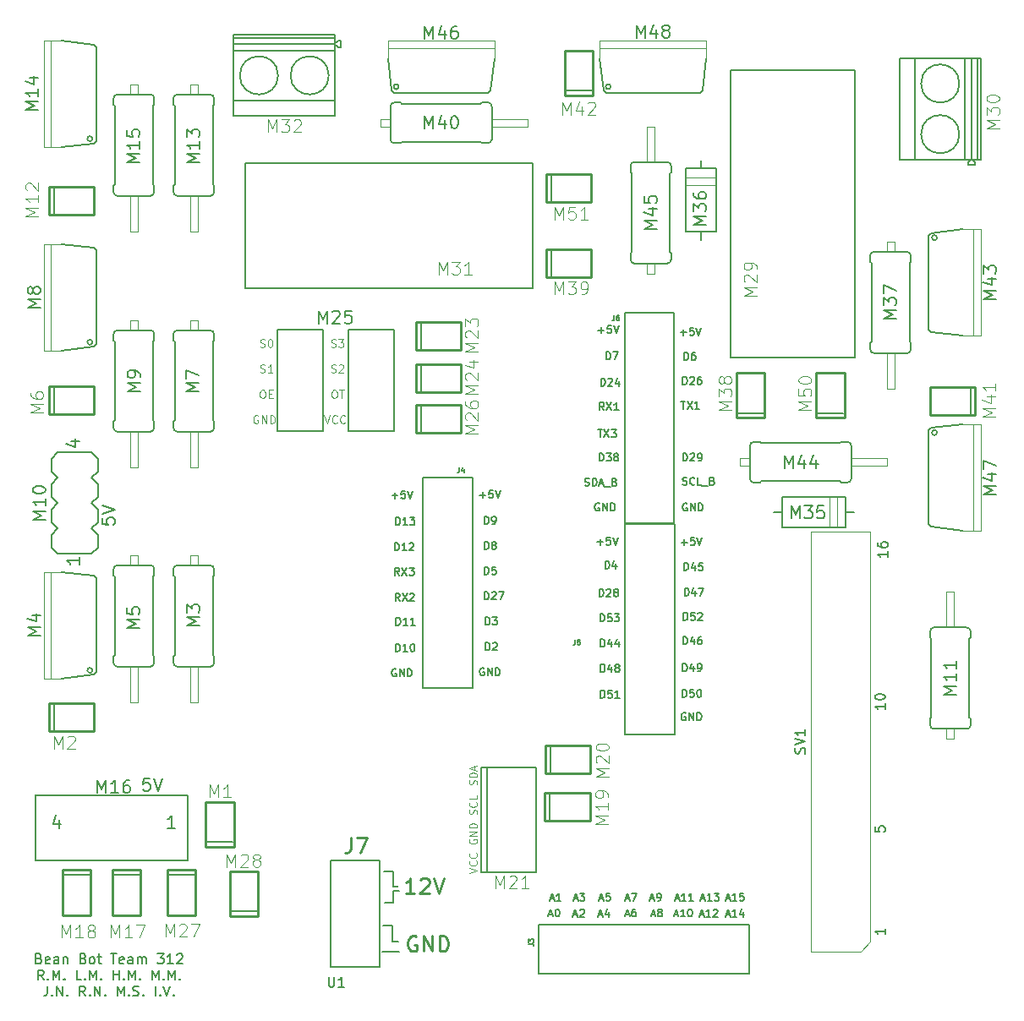
<source format=gbr>
%TF.GenerationSoftware,KiCad,Pcbnew,(6.0.2)*%
%TF.CreationDate,2022-04-01T20:19:04+02:00*%
%TF.ProjectId,beanbot_312,6265616e-626f-4745-9f33-31322e6b6963,rev?*%
%TF.SameCoordinates,Original*%
%TF.FileFunction,Legend,Top*%
%TF.FilePolarity,Positive*%
%FSLAX46Y46*%
G04 Gerber Fmt 4.6, Leading zero omitted, Abs format (unit mm)*
G04 Created by KiCad (PCBNEW (6.0.2)) date 2022-04-01 20:19:04*
%MOMM*%
%LPD*%
G01*
G04 APERTURE LIST*
%ADD10C,0.150000*%
%ADD11C,0.101600*%
%ADD12C,0.127000*%
%ADD13C,0.076200*%
%ADD14C,0.050800*%
%ADD15C,0.254000*%
%ADD16C,0.152400*%
%ADD17C,0.066040*%
%ADD18C,0.203200*%
%ADD19C,0.120000*%
%ADD20C,0.190500*%
%ADD21C,0.187500*%
%ADD22C,0.200000*%
G04 APERTURE END LIST*
D10*
X102750000Y-139718571D02*
X102892857Y-139766190D01*
X102940476Y-139813809D01*
X102988095Y-139909047D01*
X102988095Y-140051904D01*
X102940476Y-140147142D01*
X102892857Y-140194761D01*
X102797619Y-140242380D01*
X102416666Y-140242380D01*
X102416666Y-139242380D01*
X102750000Y-139242380D01*
X102845238Y-139290000D01*
X102892857Y-139337619D01*
X102940476Y-139432857D01*
X102940476Y-139528095D01*
X102892857Y-139623333D01*
X102845238Y-139670952D01*
X102750000Y-139718571D01*
X102416666Y-139718571D01*
X103797619Y-140194761D02*
X103702380Y-140242380D01*
X103511904Y-140242380D01*
X103416666Y-140194761D01*
X103369047Y-140099523D01*
X103369047Y-139718571D01*
X103416666Y-139623333D01*
X103511904Y-139575714D01*
X103702380Y-139575714D01*
X103797619Y-139623333D01*
X103845238Y-139718571D01*
X103845238Y-139813809D01*
X103369047Y-139909047D01*
X104702380Y-140242380D02*
X104702380Y-139718571D01*
X104654761Y-139623333D01*
X104559523Y-139575714D01*
X104369047Y-139575714D01*
X104273809Y-139623333D01*
X104702380Y-140194761D02*
X104607142Y-140242380D01*
X104369047Y-140242380D01*
X104273809Y-140194761D01*
X104226190Y-140099523D01*
X104226190Y-140004285D01*
X104273809Y-139909047D01*
X104369047Y-139861428D01*
X104607142Y-139861428D01*
X104702380Y-139813809D01*
X105178571Y-139575714D02*
X105178571Y-140242380D01*
X105178571Y-139670952D02*
X105226190Y-139623333D01*
X105321428Y-139575714D01*
X105464285Y-139575714D01*
X105559523Y-139623333D01*
X105607142Y-139718571D01*
X105607142Y-140242380D01*
X107178571Y-139718571D02*
X107321428Y-139766190D01*
X107369047Y-139813809D01*
X107416666Y-139909047D01*
X107416666Y-140051904D01*
X107369047Y-140147142D01*
X107321428Y-140194761D01*
X107226190Y-140242380D01*
X106845238Y-140242380D01*
X106845238Y-139242380D01*
X107178571Y-139242380D01*
X107273809Y-139290000D01*
X107321428Y-139337619D01*
X107369047Y-139432857D01*
X107369047Y-139528095D01*
X107321428Y-139623333D01*
X107273809Y-139670952D01*
X107178571Y-139718571D01*
X106845238Y-139718571D01*
X107988095Y-140242380D02*
X107892857Y-140194761D01*
X107845238Y-140147142D01*
X107797619Y-140051904D01*
X107797619Y-139766190D01*
X107845238Y-139670952D01*
X107892857Y-139623333D01*
X107988095Y-139575714D01*
X108130952Y-139575714D01*
X108226190Y-139623333D01*
X108273809Y-139670952D01*
X108321428Y-139766190D01*
X108321428Y-140051904D01*
X108273809Y-140147142D01*
X108226190Y-140194761D01*
X108130952Y-140242380D01*
X107988095Y-140242380D01*
X108607142Y-139575714D02*
X108988095Y-139575714D01*
X108750000Y-139242380D02*
X108750000Y-140099523D01*
X108797619Y-140194761D01*
X108892857Y-140242380D01*
X108988095Y-140242380D01*
X109940476Y-139242380D02*
X110511904Y-139242380D01*
X110226190Y-140242380D02*
X110226190Y-139242380D01*
X111226190Y-140194761D02*
X111130952Y-140242380D01*
X110940476Y-140242380D01*
X110845238Y-140194761D01*
X110797619Y-140099523D01*
X110797619Y-139718571D01*
X110845238Y-139623333D01*
X110940476Y-139575714D01*
X111130952Y-139575714D01*
X111226190Y-139623333D01*
X111273809Y-139718571D01*
X111273809Y-139813809D01*
X110797619Y-139909047D01*
X112130952Y-140242380D02*
X112130952Y-139718571D01*
X112083333Y-139623333D01*
X111988095Y-139575714D01*
X111797619Y-139575714D01*
X111702380Y-139623333D01*
X112130952Y-140194761D02*
X112035714Y-140242380D01*
X111797619Y-140242380D01*
X111702380Y-140194761D01*
X111654761Y-140099523D01*
X111654761Y-140004285D01*
X111702380Y-139909047D01*
X111797619Y-139861428D01*
X112035714Y-139861428D01*
X112130952Y-139813809D01*
X112607142Y-140242380D02*
X112607142Y-139575714D01*
X112607142Y-139670952D02*
X112654761Y-139623333D01*
X112750000Y-139575714D01*
X112892857Y-139575714D01*
X112988095Y-139623333D01*
X113035714Y-139718571D01*
X113035714Y-140242380D01*
X113035714Y-139718571D02*
X113083333Y-139623333D01*
X113178571Y-139575714D01*
X113321428Y-139575714D01*
X113416666Y-139623333D01*
X113464285Y-139718571D01*
X113464285Y-140242380D01*
X114607142Y-139242380D02*
X115226190Y-139242380D01*
X114892857Y-139623333D01*
X115035714Y-139623333D01*
X115130952Y-139670952D01*
X115178571Y-139718571D01*
X115226190Y-139813809D01*
X115226190Y-140051904D01*
X115178571Y-140147142D01*
X115130952Y-140194761D01*
X115035714Y-140242380D01*
X114750000Y-140242380D01*
X114654761Y-140194761D01*
X114607142Y-140147142D01*
X116178571Y-140242380D02*
X115607142Y-140242380D01*
X115892857Y-140242380D02*
X115892857Y-139242380D01*
X115797619Y-139385238D01*
X115702380Y-139480476D01*
X115607142Y-139528095D01*
X116559523Y-139337619D02*
X116607142Y-139290000D01*
X116702380Y-139242380D01*
X116940476Y-139242380D01*
X117035714Y-139290000D01*
X117083333Y-139337619D01*
X117130952Y-139432857D01*
X117130952Y-139528095D01*
X117083333Y-139670952D01*
X116511904Y-140242380D01*
X117130952Y-140242380D01*
X103226190Y-141852380D02*
X102892857Y-141376190D01*
X102654761Y-141852380D02*
X102654761Y-140852380D01*
X103035714Y-140852380D01*
X103130952Y-140900000D01*
X103178571Y-140947619D01*
X103226190Y-141042857D01*
X103226190Y-141185714D01*
X103178571Y-141280952D01*
X103130952Y-141328571D01*
X103035714Y-141376190D01*
X102654761Y-141376190D01*
X103654761Y-141757142D02*
X103702380Y-141804761D01*
X103654761Y-141852380D01*
X103607142Y-141804761D01*
X103654761Y-141757142D01*
X103654761Y-141852380D01*
X104130952Y-141852380D02*
X104130952Y-140852380D01*
X104464285Y-141566666D01*
X104797619Y-140852380D01*
X104797619Y-141852380D01*
X105273809Y-141757142D02*
X105321428Y-141804761D01*
X105273809Y-141852380D01*
X105226190Y-141804761D01*
X105273809Y-141757142D01*
X105273809Y-141852380D01*
X106988095Y-141852380D02*
X106511904Y-141852380D01*
X106511904Y-140852380D01*
X107321428Y-141757142D02*
X107369047Y-141804761D01*
X107321428Y-141852380D01*
X107273809Y-141804761D01*
X107321428Y-141757142D01*
X107321428Y-141852380D01*
X107797619Y-141852380D02*
X107797619Y-140852380D01*
X108130952Y-141566666D01*
X108464285Y-140852380D01*
X108464285Y-141852380D01*
X108940476Y-141757142D02*
X108988095Y-141804761D01*
X108940476Y-141852380D01*
X108892857Y-141804761D01*
X108940476Y-141757142D01*
X108940476Y-141852380D01*
X110178571Y-141852380D02*
X110178571Y-140852380D01*
X110178571Y-141328571D02*
X110750000Y-141328571D01*
X110750000Y-141852380D02*
X110750000Y-140852380D01*
X111226190Y-141757142D02*
X111273809Y-141804761D01*
X111226190Y-141852380D01*
X111178571Y-141804761D01*
X111226190Y-141757142D01*
X111226190Y-141852380D01*
X111702380Y-141852380D02*
X111702380Y-140852380D01*
X112035714Y-141566666D01*
X112369047Y-140852380D01*
X112369047Y-141852380D01*
X112845238Y-141757142D02*
X112892857Y-141804761D01*
X112845238Y-141852380D01*
X112797619Y-141804761D01*
X112845238Y-141757142D01*
X112845238Y-141852380D01*
X114083333Y-141852380D02*
X114083333Y-140852380D01*
X114416666Y-141566666D01*
X114750000Y-140852380D01*
X114750000Y-141852380D01*
X115226190Y-141757142D02*
X115273809Y-141804761D01*
X115226190Y-141852380D01*
X115178571Y-141804761D01*
X115226190Y-141757142D01*
X115226190Y-141852380D01*
X115702380Y-141852380D02*
X115702380Y-140852380D01*
X116035714Y-141566666D01*
X116369047Y-140852380D01*
X116369047Y-141852380D01*
X116845238Y-141757142D02*
X116892857Y-141804761D01*
X116845238Y-141852380D01*
X116797619Y-141804761D01*
X116845238Y-141757142D01*
X116845238Y-141852380D01*
X103583333Y-142462380D02*
X103583333Y-143176666D01*
X103535714Y-143319523D01*
X103440476Y-143414761D01*
X103297619Y-143462380D01*
X103202380Y-143462380D01*
X104059523Y-143367142D02*
X104107142Y-143414761D01*
X104059523Y-143462380D01*
X104011904Y-143414761D01*
X104059523Y-143367142D01*
X104059523Y-143462380D01*
X104535714Y-143462380D02*
X104535714Y-142462380D01*
X105107142Y-143462380D01*
X105107142Y-142462380D01*
X105583333Y-143367142D02*
X105630952Y-143414761D01*
X105583333Y-143462380D01*
X105535714Y-143414761D01*
X105583333Y-143367142D01*
X105583333Y-143462380D01*
X107392857Y-143462380D02*
X107059523Y-142986190D01*
X106821428Y-143462380D02*
X106821428Y-142462380D01*
X107202380Y-142462380D01*
X107297619Y-142510000D01*
X107345238Y-142557619D01*
X107392857Y-142652857D01*
X107392857Y-142795714D01*
X107345238Y-142890952D01*
X107297619Y-142938571D01*
X107202380Y-142986190D01*
X106821428Y-142986190D01*
X107821428Y-143367142D02*
X107869047Y-143414761D01*
X107821428Y-143462380D01*
X107773809Y-143414761D01*
X107821428Y-143367142D01*
X107821428Y-143462380D01*
X108297619Y-143462380D02*
X108297619Y-142462380D01*
X108869047Y-143462380D01*
X108869047Y-142462380D01*
X109345238Y-143367142D02*
X109392857Y-143414761D01*
X109345238Y-143462380D01*
X109297619Y-143414761D01*
X109345238Y-143367142D01*
X109345238Y-143462380D01*
X110583333Y-143462380D02*
X110583333Y-142462380D01*
X110916666Y-143176666D01*
X111250000Y-142462380D01*
X111250000Y-143462380D01*
X111726190Y-143367142D02*
X111773809Y-143414761D01*
X111726190Y-143462380D01*
X111678571Y-143414761D01*
X111726190Y-143367142D01*
X111726190Y-143462380D01*
X112154761Y-143414761D02*
X112297619Y-143462380D01*
X112535714Y-143462380D01*
X112630952Y-143414761D01*
X112678571Y-143367142D01*
X112726190Y-143271904D01*
X112726190Y-143176666D01*
X112678571Y-143081428D01*
X112630952Y-143033809D01*
X112535714Y-142986190D01*
X112345238Y-142938571D01*
X112250000Y-142890952D01*
X112202380Y-142843333D01*
X112154761Y-142748095D01*
X112154761Y-142652857D01*
X112202380Y-142557619D01*
X112250000Y-142510000D01*
X112345238Y-142462380D01*
X112583333Y-142462380D01*
X112726190Y-142510000D01*
X113154761Y-143367142D02*
X113202380Y-143414761D01*
X113154761Y-143462380D01*
X113107142Y-143414761D01*
X113154761Y-143367142D01*
X113154761Y-143462380D01*
X114392857Y-143462380D02*
X114392857Y-142462380D01*
X114869047Y-143367142D02*
X114916666Y-143414761D01*
X114869047Y-143462380D01*
X114821428Y-143414761D01*
X114869047Y-143367142D01*
X114869047Y-143462380D01*
X115202380Y-142462380D02*
X115535714Y-143462380D01*
X115869047Y-142462380D01*
X116202380Y-143367142D02*
X116249999Y-143414761D01*
X116202380Y-143462380D01*
X116154761Y-143414761D01*
X116202380Y-143367142D01*
X116202380Y-143462380D01*
D11*
%TO.C,M38*%
X172074523Y-84732857D02*
X170804523Y-84732857D01*
X171711666Y-84309523D01*
X170804523Y-83886190D01*
X172074523Y-83886190D01*
X170804523Y-83402380D02*
X170804523Y-82616190D01*
X171288333Y-83039523D01*
X171288333Y-82858095D01*
X171348809Y-82737142D01*
X171409285Y-82676666D01*
X171530238Y-82616190D01*
X171832619Y-82616190D01*
X171953571Y-82676666D01*
X172014047Y-82737142D01*
X172074523Y-82858095D01*
X172074523Y-83220952D01*
X172014047Y-83341904D01*
X171953571Y-83402380D01*
X171348809Y-81890476D02*
X171288333Y-82011428D01*
X171227857Y-82071904D01*
X171106904Y-82132380D01*
X171046428Y-82132380D01*
X170925476Y-82071904D01*
X170865000Y-82011428D01*
X170804523Y-81890476D01*
X170804523Y-81648571D01*
X170865000Y-81527619D01*
X170925476Y-81467142D01*
X171046428Y-81406666D01*
X171106904Y-81406666D01*
X171227857Y-81467142D01*
X171288333Y-81527619D01*
X171348809Y-81648571D01*
X171348809Y-81890476D01*
X171409285Y-82011428D01*
X171469761Y-82071904D01*
X171590714Y-82132380D01*
X171832619Y-82132380D01*
X171953571Y-82071904D01*
X172014047Y-82011428D01*
X172074523Y-81890476D01*
X172074523Y-81648571D01*
X172014047Y-81527619D01*
X171953571Y-81467142D01*
X171832619Y-81406666D01*
X171590714Y-81406666D01*
X171469761Y-81467142D01*
X171409285Y-81527619D01*
X171348809Y-81648571D01*
%TO.C,M39*%
X154367142Y-73174523D02*
X154367142Y-71904523D01*
X154790476Y-72811666D01*
X155213809Y-71904523D01*
X155213809Y-73174523D01*
X155697619Y-71904523D02*
X156483809Y-71904523D01*
X156060476Y-72388333D01*
X156241904Y-72388333D01*
X156362857Y-72448809D01*
X156423333Y-72509285D01*
X156483809Y-72630238D01*
X156483809Y-72932619D01*
X156423333Y-73053571D01*
X156362857Y-73114047D01*
X156241904Y-73174523D01*
X155879047Y-73174523D01*
X155758095Y-73114047D01*
X155697619Y-73053571D01*
X157088571Y-73174523D02*
X157330476Y-73174523D01*
X157451428Y-73114047D01*
X157511904Y-73053571D01*
X157632857Y-72872142D01*
X157693333Y-72630238D01*
X157693333Y-72146428D01*
X157632857Y-72025476D01*
X157572380Y-71965000D01*
X157451428Y-71904523D01*
X157209523Y-71904523D01*
X157088571Y-71965000D01*
X157028095Y-72025476D01*
X156967619Y-72146428D01*
X156967619Y-72448809D01*
X157028095Y-72569761D01*
X157088571Y-72630238D01*
X157209523Y-72690714D01*
X157451428Y-72690714D01*
X157572380Y-72630238D01*
X157632857Y-72569761D01*
X157693333Y-72448809D01*
D12*
%TO.C,M43*%
X198574523Y-73632857D02*
X197304523Y-73632857D01*
X198211666Y-73209523D01*
X197304523Y-72786190D01*
X198574523Y-72786190D01*
X197727857Y-71637142D02*
X198574523Y-71637142D01*
X197244047Y-71939523D02*
X198151190Y-72241904D01*
X198151190Y-71455714D01*
X197304523Y-71092857D02*
X197304523Y-70306666D01*
X197788333Y-70730000D01*
X197788333Y-70548571D01*
X197848809Y-70427619D01*
X197909285Y-70367142D01*
X198030238Y-70306666D01*
X198332619Y-70306666D01*
X198453571Y-70367142D01*
X198514047Y-70427619D01*
X198574523Y-70548571D01*
X198574523Y-70911428D01*
X198514047Y-71032380D01*
X198453571Y-71092857D01*
D11*
%TO.C,M30*%
X198874523Y-56532857D02*
X197604523Y-56532857D01*
X198511666Y-56109523D01*
X197604523Y-55686190D01*
X198874523Y-55686190D01*
X197604523Y-55202380D02*
X197604523Y-54416190D01*
X198088333Y-54839523D01*
X198088333Y-54658095D01*
X198148809Y-54537142D01*
X198209285Y-54476666D01*
X198330238Y-54416190D01*
X198632619Y-54416190D01*
X198753571Y-54476666D01*
X198814047Y-54537142D01*
X198874523Y-54658095D01*
X198874523Y-55020952D01*
X198814047Y-55141904D01*
X198753571Y-55202380D01*
X197604523Y-53630000D02*
X197604523Y-53509047D01*
X197665000Y-53388095D01*
X197725476Y-53327619D01*
X197846428Y-53267142D01*
X198088333Y-53206666D01*
X198390714Y-53206666D01*
X198632619Y-53267142D01*
X198753571Y-53327619D01*
X198814047Y-53388095D01*
X198874523Y-53509047D01*
X198874523Y-53630000D01*
X198814047Y-53750952D01*
X198753571Y-53811428D01*
X198632619Y-53871904D01*
X198390714Y-53932380D01*
X198088333Y-53932380D01*
X197846428Y-53871904D01*
X197725476Y-53811428D01*
X197665000Y-53750952D01*
X197604523Y-53630000D01*
%TO.C,M2*%
X104221904Y-118674523D02*
X104221904Y-117404523D01*
X104645238Y-118311666D01*
X105068571Y-117404523D01*
X105068571Y-118674523D01*
X105612857Y-117525476D02*
X105673333Y-117465000D01*
X105794285Y-117404523D01*
X106096666Y-117404523D01*
X106217619Y-117465000D01*
X106278095Y-117525476D01*
X106338571Y-117646428D01*
X106338571Y-117767380D01*
X106278095Y-117948809D01*
X105552380Y-118674523D01*
X106338571Y-118674523D01*
D12*
%TO.C,M4*%
X102874523Y-107328095D02*
X101604523Y-107328095D01*
X102511666Y-106904761D01*
X101604523Y-106481428D01*
X102874523Y-106481428D01*
X102027857Y-105332380D02*
X102874523Y-105332380D01*
X101544047Y-105634761D02*
X102451190Y-105937142D01*
X102451190Y-105150952D01*
D11*
%TO.C,M23*%
X146712523Y-78902857D02*
X145442523Y-78902857D01*
X146349666Y-78479523D01*
X145442523Y-78056190D01*
X146712523Y-78056190D01*
X145563476Y-77511904D02*
X145503000Y-77451428D01*
X145442523Y-77330476D01*
X145442523Y-77028095D01*
X145503000Y-76907142D01*
X145563476Y-76846666D01*
X145684428Y-76786190D01*
X145805380Y-76786190D01*
X145986809Y-76846666D01*
X146712523Y-77572380D01*
X146712523Y-76786190D01*
X145442523Y-76362857D02*
X145442523Y-75576666D01*
X145926333Y-76000000D01*
X145926333Y-75818571D01*
X145986809Y-75697619D01*
X146047285Y-75637142D01*
X146168238Y-75576666D01*
X146470619Y-75576666D01*
X146591571Y-75637142D01*
X146652047Y-75697619D01*
X146712523Y-75818571D01*
X146712523Y-76181428D01*
X146652047Y-76302380D01*
X146591571Y-76362857D01*
D12*
%TO.C,M16*%
X108567142Y-123124523D02*
X108567142Y-121854523D01*
X108990476Y-122761666D01*
X109413809Y-121854523D01*
X109413809Y-123124523D01*
X110683809Y-123124523D02*
X109958095Y-123124523D01*
X110320952Y-123124523D02*
X110320952Y-121854523D01*
X110200000Y-122035952D01*
X110079047Y-122156904D01*
X109958095Y-122217380D01*
X111772380Y-121854523D02*
X111530476Y-121854523D01*
X111409523Y-121915000D01*
X111349047Y-121975476D01*
X111228095Y-122156904D01*
X111167619Y-122398809D01*
X111167619Y-122882619D01*
X111228095Y-123003571D01*
X111288571Y-123064047D01*
X111409523Y-123124523D01*
X111651428Y-123124523D01*
X111772380Y-123064047D01*
X111832857Y-123003571D01*
X111893333Y-122882619D01*
X111893333Y-122580238D01*
X111832857Y-122459285D01*
X111772380Y-122398809D01*
X111651428Y-122338333D01*
X111409523Y-122338333D01*
X111288571Y-122398809D01*
X111228095Y-122459285D01*
X111167619Y-122580238D01*
X116362857Y-126674523D02*
X115637142Y-126674523D01*
X116000000Y-126674523D02*
X116000000Y-125404523D01*
X115879047Y-125585952D01*
X115758095Y-125706904D01*
X115637142Y-125767380D01*
X113838095Y-121654523D02*
X113233333Y-121654523D01*
X113172857Y-122259285D01*
X113233333Y-122198809D01*
X113354285Y-122138333D01*
X113656666Y-122138333D01*
X113777619Y-122198809D01*
X113838095Y-122259285D01*
X113898571Y-122380238D01*
X113898571Y-122682619D01*
X113838095Y-122803571D01*
X113777619Y-122864047D01*
X113656666Y-122924523D01*
X113354285Y-122924523D01*
X113233333Y-122864047D01*
X113172857Y-122803571D01*
X114261428Y-121654523D02*
X114684761Y-122924523D01*
X115108095Y-121654523D01*
X104741904Y-125827857D02*
X104741904Y-126674523D01*
X104439523Y-125344047D02*
X104137142Y-126251190D01*
X104923333Y-126251190D01*
D11*
%TO.C,M51*%
X154367142Y-65674523D02*
X154367142Y-64404523D01*
X154790476Y-65311666D01*
X155213809Y-64404523D01*
X155213809Y-65674523D01*
X156423333Y-64404523D02*
X155818571Y-64404523D01*
X155758095Y-65009285D01*
X155818571Y-64948809D01*
X155939523Y-64888333D01*
X156241904Y-64888333D01*
X156362857Y-64948809D01*
X156423333Y-65009285D01*
X156483809Y-65130238D01*
X156483809Y-65432619D01*
X156423333Y-65553571D01*
X156362857Y-65614047D01*
X156241904Y-65674523D01*
X155939523Y-65674523D01*
X155818571Y-65614047D01*
X155758095Y-65553571D01*
X157693333Y-65674523D02*
X156967619Y-65674523D01*
X157330476Y-65674523D02*
X157330476Y-64404523D01*
X157209523Y-64585952D01*
X157088571Y-64706904D01*
X156967619Y-64767380D01*
%TO.C,M32*%
X125667142Y-56924523D02*
X125667142Y-55654523D01*
X126090476Y-56561666D01*
X126513809Y-55654523D01*
X126513809Y-56924523D01*
X126997619Y-55654523D02*
X127783809Y-55654523D01*
X127360476Y-56138333D01*
X127541904Y-56138333D01*
X127662857Y-56198809D01*
X127723333Y-56259285D01*
X127783809Y-56380238D01*
X127783809Y-56682619D01*
X127723333Y-56803571D01*
X127662857Y-56864047D01*
X127541904Y-56924523D01*
X127179047Y-56924523D01*
X127058095Y-56864047D01*
X126997619Y-56803571D01*
X128267619Y-55775476D02*
X128328095Y-55715000D01*
X128449047Y-55654523D01*
X128751428Y-55654523D01*
X128872380Y-55715000D01*
X128932857Y-55775476D01*
X128993333Y-55896428D01*
X128993333Y-56017380D01*
X128932857Y-56198809D01*
X128207142Y-56924523D01*
X128993333Y-56924523D01*
%TO.C,M29*%
X174574523Y-73316257D02*
X173304523Y-73316257D01*
X174211666Y-72892923D01*
X173304523Y-72469590D01*
X174574523Y-72469590D01*
X173425476Y-71925304D02*
X173365000Y-71864828D01*
X173304523Y-71743876D01*
X173304523Y-71441495D01*
X173365000Y-71320542D01*
X173425476Y-71260066D01*
X173546428Y-71199590D01*
X173667380Y-71199590D01*
X173848809Y-71260066D01*
X174574523Y-71985780D01*
X174574523Y-71199590D01*
X174574523Y-70594828D02*
X174574523Y-70352923D01*
X174514047Y-70231971D01*
X174453571Y-70171495D01*
X174272142Y-70050542D01*
X174030238Y-69990066D01*
X173546428Y-69990066D01*
X173425476Y-70050542D01*
X173365000Y-70111019D01*
X173304523Y-70231971D01*
X173304523Y-70473876D01*
X173365000Y-70594828D01*
X173425476Y-70655304D01*
X173546428Y-70715780D01*
X173848809Y-70715780D01*
X173969761Y-70655304D01*
X174030238Y-70594828D01*
X174090714Y-70473876D01*
X174090714Y-70231971D01*
X174030238Y-70111019D01*
X173969761Y-70050542D01*
X173848809Y-69990066D01*
D12*
%TO.C,M48*%
X162567142Y-47474523D02*
X162567142Y-46204523D01*
X162990476Y-47111666D01*
X163413809Y-46204523D01*
X163413809Y-47474523D01*
X164562857Y-46627857D02*
X164562857Y-47474523D01*
X164260476Y-46144047D02*
X163958095Y-47051190D01*
X164744285Y-47051190D01*
X165409523Y-46748809D02*
X165288571Y-46688333D01*
X165228095Y-46627857D01*
X165167619Y-46506904D01*
X165167619Y-46446428D01*
X165228095Y-46325476D01*
X165288571Y-46265000D01*
X165409523Y-46204523D01*
X165651428Y-46204523D01*
X165772380Y-46265000D01*
X165832857Y-46325476D01*
X165893333Y-46446428D01*
X165893333Y-46506904D01*
X165832857Y-46627857D01*
X165772380Y-46688333D01*
X165651428Y-46748809D01*
X165409523Y-46748809D01*
X165288571Y-46809285D01*
X165228095Y-46869761D01*
X165167619Y-46990714D01*
X165167619Y-47232619D01*
X165228095Y-47353571D01*
X165288571Y-47414047D01*
X165409523Y-47474523D01*
X165651428Y-47474523D01*
X165772380Y-47414047D01*
X165832857Y-47353571D01*
X165893333Y-47232619D01*
X165893333Y-46990714D01*
X165832857Y-46869761D01*
X165772380Y-46809285D01*
X165651428Y-46748809D01*
D11*
%TO.C,M17*%
X109967142Y-137624523D02*
X109967142Y-136354523D01*
X110390476Y-137261666D01*
X110813809Y-136354523D01*
X110813809Y-137624523D01*
X112083809Y-137624523D02*
X111358095Y-137624523D01*
X111720952Y-137624523D02*
X111720952Y-136354523D01*
X111600000Y-136535952D01*
X111479047Y-136656904D01*
X111358095Y-136717380D01*
X112507142Y-136354523D02*
X113353809Y-136354523D01*
X112809523Y-137624523D01*
D12*
%TO.C,M9*%
X112874523Y-82928095D02*
X111604523Y-82928095D01*
X112511666Y-82504761D01*
X111604523Y-82081428D01*
X112874523Y-82081428D01*
X112874523Y-81416190D02*
X112874523Y-81174285D01*
X112814047Y-81053333D01*
X112753571Y-80992857D01*
X112572142Y-80871904D01*
X112330238Y-80811428D01*
X111846428Y-80811428D01*
X111725476Y-80871904D01*
X111665000Y-80932380D01*
X111604523Y-81053333D01*
X111604523Y-81295238D01*
X111665000Y-81416190D01*
X111725476Y-81476666D01*
X111846428Y-81537142D01*
X112148809Y-81537142D01*
X112269761Y-81476666D01*
X112330238Y-81416190D01*
X112390714Y-81295238D01*
X112390714Y-81053333D01*
X112330238Y-80932380D01*
X112269761Y-80871904D01*
X112148809Y-80811428D01*
%TO.C,M11*%
X194574523Y-113272857D02*
X193304523Y-113272857D01*
X194211666Y-112849523D01*
X193304523Y-112426190D01*
X194574523Y-112426190D01*
X194574523Y-111156190D02*
X194574523Y-111881904D01*
X194574523Y-111519047D02*
X193304523Y-111519047D01*
X193485952Y-111640000D01*
X193606904Y-111760952D01*
X193667380Y-111881904D01*
X194574523Y-109946666D02*
X194574523Y-110672380D01*
X194574523Y-110309523D02*
X193304523Y-110309523D01*
X193485952Y-110430476D01*
X193606904Y-110551428D01*
X193667380Y-110672380D01*
%TO.C,M47*%
X198574523Y-93232857D02*
X197304523Y-93232857D01*
X198211666Y-92809523D01*
X197304523Y-92386190D01*
X198574523Y-92386190D01*
X197727857Y-91237142D02*
X198574523Y-91237142D01*
X197244047Y-91539523D02*
X198151190Y-91841904D01*
X198151190Y-91055714D01*
X197304523Y-90692857D02*
X197304523Y-89846190D01*
X198574523Y-90390476D01*
D11*
%TO.C,M42*%
X155117142Y-55174523D02*
X155117142Y-53904523D01*
X155540476Y-54811666D01*
X155963809Y-53904523D01*
X155963809Y-55174523D01*
X157112857Y-54327857D02*
X157112857Y-55174523D01*
X156810476Y-53844047D02*
X156508095Y-54751190D01*
X157294285Y-54751190D01*
X157717619Y-54025476D02*
X157778095Y-53965000D01*
X157899047Y-53904523D01*
X158201428Y-53904523D01*
X158322380Y-53965000D01*
X158382857Y-54025476D01*
X158443333Y-54146428D01*
X158443333Y-54267380D01*
X158382857Y-54448809D01*
X157657142Y-55174523D01*
X158443333Y-55174523D01*
D12*
%TO.C,M44*%
X177367142Y-90574523D02*
X177367142Y-89304523D01*
X177790476Y-90211666D01*
X178213809Y-89304523D01*
X178213809Y-90574523D01*
X179362857Y-89727857D02*
X179362857Y-90574523D01*
X179060476Y-89244047D02*
X178758095Y-90151190D01*
X179544285Y-90151190D01*
X180572380Y-89727857D02*
X180572380Y-90574523D01*
X180270000Y-89244047D02*
X179967619Y-90151190D01*
X180753809Y-90151190D01*
D11*
%TO.C,M12*%
X102674523Y-65332857D02*
X101404523Y-65332857D01*
X102311666Y-64909523D01*
X101404523Y-64486190D01*
X102674523Y-64486190D01*
X102674523Y-63216190D02*
X102674523Y-63941904D01*
X102674523Y-63579047D02*
X101404523Y-63579047D01*
X101585952Y-63700000D01*
X101706904Y-63820952D01*
X101767380Y-63941904D01*
X101525476Y-62732380D02*
X101465000Y-62671904D01*
X101404523Y-62550952D01*
X101404523Y-62248571D01*
X101465000Y-62127619D01*
X101525476Y-62067142D01*
X101646428Y-62006666D01*
X101767380Y-62006666D01*
X101948809Y-62067142D01*
X102674523Y-62792857D01*
X102674523Y-62006666D01*
%TO.C,M24*%
X146712523Y-83152857D02*
X145442523Y-83152857D01*
X146349666Y-82729523D01*
X145442523Y-82306190D01*
X146712523Y-82306190D01*
X145563476Y-81761904D02*
X145503000Y-81701428D01*
X145442523Y-81580476D01*
X145442523Y-81278095D01*
X145503000Y-81157142D01*
X145563476Y-81096666D01*
X145684428Y-81036190D01*
X145805380Y-81036190D01*
X145986809Y-81096666D01*
X146712523Y-81822380D01*
X146712523Y-81036190D01*
X145865857Y-79947619D02*
X146712523Y-79947619D01*
X145382047Y-80250000D02*
X146289190Y-80552380D01*
X146289190Y-79766190D01*
D12*
%TO.C,M46*%
X141367142Y-47574523D02*
X141367142Y-46304523D01*
X141790476Y-47211666D01*
X142213809Y-46304523D01*
X142213809Y-47574523D01*
X143362857Y-46727857D02*
X143362857Y-47574523D01*
X143060476Y-46244047D02*
X142758095Y-47151190D01*
X143544285Y-47151190D01*
X144572380Y-46304523D02*
X144330476Y-46304523D01*
X144209523Y-46365000D01*
X144149047Y-46425476D01*
X144028095Y-46606904D01*
X143967619Y-46848809D01*
X143967619Y-47332619D01*
X144028095Y-47453571D01*
X144088571Y-47514047D01*
X144209523Y-47574523D01*
X144451428Y-47574523D01*
X144572380Y-47514047D01*
X144632857Y-47453571D01*
X144693333Y-47332619D01*
X144693333Y-47030238D01*
X144632857Y-46909285D01*
X144572380Y-46848809D01*
X144451428Y-46788333D01*
X144209523Y-46788333D01*
X144088571Y-46848809D01*
X144028095Y-46909285D01*
X143967619Y-47030238D01*
%TO.C,M14*%
X102674523Y-54732857D02*
X101404523Y-54732857D01*
X102311666Y-54309523D01*
X101404523Y-53886190D01*
X102674523Y-53886190D01*
X102674523Y-52616190D02*
X102674523Y-53341904D01*
X102674523Y-52979047D02*
X101404523Y-52979047D01*
X101585952Y-53100000D01*
X101706904Y-53220952D01*
X101767380Y-53341904D01*
X101827857Y-51527619D02*
X102674523Y-51527619D01*
X101344047Y-51830000D02*
X102251190Y-52132380D01*
X102251190Y-51346190D01*
D11*
%TO.C,M28*%
X121567142Y-130524523D02*
X121567142Y-129254523D01*
X121990476Y-130161666D01*
X122413809Y-129254523D01*
X122413809Y-130524523D01*
X122958095Y-129375476D02*
X123018571Y-129315000D01*
X123139523Y-129254523D01*
X123441904Y-129254523D01*
X123562857Y-129315000D01*
X123623333Y-129375476D01*
X123683809Y-129496428D01*
X123683809Y-129617380D01*
X123623333Y-129798809D01*
X122897619Y-130524523D01*
X123683809Y-130524523D01*
X124409523Y-129798809D02*
X124288571Y-129738333D01*
X124228095Y-129677857D01*
X124167619Y-129556904D01*
X124167619Y-129496428D01*
X124228095Y-129375476D01*
X124288571Y-129315000D01*
X124409523Y-129254523D01*
X124651428Y-129254523D01*
X124772380Y-129315000D01*
X124832857Y-129375476D01*
X124893333Y-129496428D01*
X124893333Y-129556904D01*
X124832857Y-129677857D01*
X124772380Y-129738333D01*
X124651428Y-129798809D01*
X124409523Y-129798809D01*
X124288571Y-129859285D01*
X124228095Y-129919761D01*
X124167619Y-130040714D01*
X124167619Y-130282619D01*
X124228095Y-130403571D01*
X124288571Y-130464047D01*
X124409523Y-130524523D01*
X124651428Y-130524523D01*
X124772380Y-130464047D01*
X124832857Y-130403571D01*
X124893333Y-130282619D01*
X124893333Y-130040714D01*
X124832857Y-129919761D01*
X124772380Y-129859285D01*
X124651428Y-129798809D01*
%TO.C,M27*%
X115417142Y-137524523D02*
X115417142Y-136254523D01*
X115840476Y-137161666D01*
X116263809Y-136254523D01*
X116263809Y-137524523D01*
X116808095Y-136375476D02*
X116868571Y-136315000D01*
X116989523Y-136254523D01*
X117291904Y-136254523D01*
X117412857Y-136315000D01*
X117473333Y-136375476D01*
X117533809Y-136496428D01*
X117533809Y-136617380D01*
X117473333Y-136798809D01*
X116747619Y-137524523D01*
X117533809Y-137524523D01*
X117957142Y-136254523D02*
X118803809Y-136254523D01*
X118259523Y-137524523D01*
D12*
%TO.C,M36*%
X169549423Y-66232857D02*
X168279423Y-66232857D01*
X169186566Y-65809523D01*
X168279423Y-65386190D01*
X169549423Y-65386190D01*
X168279423Y-64902380D02*
X168279423Y-64116190D01*
X168763233Y-64539523D01*
X168763233Y-64358095D01*
X168823709Y-64237142D01*
X168884185Y-64176666D01*
X169005138Y-64116190D01*
X169307519Y-64116190D01*
X169428471Y-64176666D01*
X169488947Y-64237142D01*
X169549423Y-64358095D01*
X169549423Y-64720952D01*
X169488947Y-64841904D01*
X169428471Y-64902380D01*
X168279423Y-63027619D02*
X168279423Y-63269523D01*
X168339900Y-63390476D01*
X168400376Y-63450952D01*
X168581804Y-63571904D01*
X168823709Y-63632380D01*
X169307519Y-63632380D01*
X169428471Y-63571904D01*
X169488947Y-63511428D01*
X169549423Y-63390476D01*
X169549423Y-63148571D01*
X169488947Y-63027619D01*
X169428471Y-62967142D01*
X169307519Y-62906666D01*
X169005138Y-62906666D01*
X168884185Y-62967142D01*
X168823709Y-63027619D01*
X168763233Y-63148571D01*
X168763233Y-63390476D01*
X168823709Y-63511428D01*
X168884185Y-63571904D01*
X169005138Y-63632380D01*
D10*
%TO.C,SV1*%
X179404761Y-119180476D02*
X179452380Y-119037619D01*
X179452380Y-118799523D01*
X179404761Y-118704285D01*
X179357142Y-118656666D01*
X179261904Y-118609047D01*
X179166666Y-118609047D01*
X179071428Y-118656666D01*
X179023809Y-118704285D01*
X178976190Y-118799523D01*
X178928571Y-118990000D01*
X178880952Y-119085238D01*
X178833333Y-119132857D01*
X178738095Y-119180476D01*
X178642857Y-119180476D01*
X178547619Y-119132857D01*
X178500000Y-119085238D01*
X178452380Y-118990000D01*
X178452380Y-118751904D01*
X178500000Y-118609047D01*
X178452380Y-118323333D02*
X179452380Y-117990000D01*
X178452380Y-117656666D01*
X179452380Y-116799523D02*
X179452380Y-117370952D01*
X179452380Y-117085238D02*
X178452380Y-117085238D01*
X178595238Y-117180476D01*
X178690476Y-117275714D01*
X178738095Y-117370952D01*
X186452380Y-126501904D02*
X186452380Y-126978095D01*
X186928571Y-127025714D01*
X186880952Y-126978095D01*
X186833333Y-126882857D01*
X186833333Y-126644761D01*
X186880952Y-126549523D01*
X186928571Y-126501904D01*
X187023809Y-126454285D01*
X187261904Y-126454285D01*
X187357142Y-126501904D01*
X187404761Y-126549523D01*
X187452380Y-126644761D01*
X187452380Y-126882857D01*
X187404761Y-126978095D01*
X187357142Y-127025714D01*
X187452380Y-114180476D02*
X187452380Y-114751904D01*
X187452380Y-114466190D02*
X186452380Y-114466190D01*
X186595238Y-114561428D01*
X186690476Y-114656666D01*
X186738095Y-114751904D01*
X186452380Y-113561428D02*
X186452380Y-113466190D01*
X186500000Y-113370952D01*
X186547619Y-113323333D01*
X186642857Y-113275714D01*
X186833333Y-113228095D01*
X187071428Y-113228095D01*
X187261904Y-113275714D01*
X187357142Y-113323333D01*
X187404761Y-113370952D01*
X187452380Y-113466190D01*
X187452380Y-113561428D01*
X187404761Y-113656666D01*
X187357142Y-113704285D01*
X187261904Y-113751904D01*
X187071428Y-113799523D01*
X186833333Y-113799523D01*
X186642857Y-113751904D01*
X186547619Y-113704285D01*
X186500000Y-113656666D01*
X186452380Y-113561428D01*
X187702380Y-98930476D02*
X187702380Y-99501904D01*
X187702380Y-99216190D02*
X186702380Y-99216190D01*
X186845238Y-99311428D01*
X186940476Y-99406666D01*
X186988095Y-99501904D01*
X186702380Y-98073333D02*
X186702380Y-98263809D01*
X186750000Y-98359047D01*
X186797619Y-98406666D01*
X186940476Y-98501904D01*
X187130952Y-98549523D01*
X187511904Y-98549523D01*
X187607142Y-98501904D01*
X187654761Y-98454285D01*
X187702380Y-98359047D01*
X187702380Y-98168571D01*
X187654761Y-98073333D01*
X187607142Y-98025714D01*
X187511904Y-97978095D01*
X187273809Y-97978095D01*
X187178571Y-98025714D01*
X187130952Y-98073333D01*
X187083333Y-98168571D01*
X187083333Y-98359047D01*
X187130952Y-98454285D01*
X187178571Y-98501904D01*
X187273809Y-98549523D01*
X187452380Y-136704285D02*
X187452380Y-137275714D01*
X187452380Y-136990000D02*
X186452380Y-136990000D01*
X186595238Y-137085238D01*
X186690476Y-137180476D01*
X186738095Y-137275714D01*
D11*
%TO.C,M1*%
X119821904Y-123574523D02*
X119821904Y-122304523D01*
X120245238Y-123211666D01*
X120668571Y-122304523D01*
X120668571Y-123574523D01*
X121938571Y-123574523D02*
X121212857Y-123574523D01*
X121575714Y-123574523D02*
X121575714Y-122304523D01*
X121454761Y-122485952D01*
X121333809Y-122606904D01*
X121212857Y-122667380D01*
%TO.C,M41*%
X198474523Y-85432857D02*
X197204523Y-85432857D01*
X198111666Y-85009523D01*
X197204523Y-84586190D01*
X198474523Y-84586190D01*
X197627857Y-83437142D02*
X198474523Y-83437142D01*
X197144047Y-83739523D02*
X198051190Y-84041904D01*
X198051190Y-83255714D01*
X198474523Y-82106666D02*
X198474523Y-82832380D01*
X198474523Y-82469523D02*
X197204523Y-82469523D01*
X197385952Y-82590476D01*
X197506904Y-82711428D01*
X197567380Y-82832380D01*
D12*
%TO.C,M3*%
X118824523Y-106378095D02*
X117554523Y-106378095D01*
X118461666Y-105954761D01*
X117554523Y-105531428D01*
X118824523Y-105531428D01*
X117554523Y-105047619D02*
X117554523Y-104261428D01*
X118038333Y-104684761D01*
X118038333Y-104503333D01*
X118098809Y-104382380D01*
X118159285Y-104321904D01*
X118280238Y-104261428D01*
X118582619Y-104261428D01*
X118703571Y-104321904D01*
X118764047Y-104382380D01*
X118824523Y-104503333D01*
X118824523Y-104866190D01*
X118764047Y-104987142D01*
X118703571Y-105047619D01*
D11*
%TO.C,M6*%
X103174523Y-85028095D02*
X101904523Y-85028095D01*
X102811666Y-84604761D01*
X101904523Y-84181428D01*
X103174523Y-84181428D01*
X101904523Y-83032380D02*
X101904523Y-83274285D01*
X101965000Y-83395238D01*
X102025476Y-83455714D01*
X102206904Y-83576666D01*
X102448809Y-83637142D01*
X102932619Y-83637142D01*
X103053571Y-83576666D01*
X103114047Y-83516190D01*
X103174523Y-83395238D01*
X103174523Y-83153333D01*
X103114047Y-83032380D01*
X103053571Y-82971904D01*
X102932619Y-82911428D01*
X102630238Y-82911428D01*
X102509285Y-82971904D01*
X102448809Y-83032380D01*
X102388333Y-83153333D01*
X102388333Y-83395238D01*
X102448809Y-83516190D01*
X102509285Y-83576666D01*
X102630238Y-83637142D01*
D12*
%TO.C,M45*%
X164590243Y-66636057D02*
X163320243Y-66636057D01*
X164227386Y-66212723D01*
X163320243Y-65789390D01*
X164590243Y-65789390D01*
X163743577Y-64640342D02*
X164590243Y-64640342D01*
X163259767Y-64942723D02*
X164166910Y-65245104D01*
X164166910Y-64458914D01*
X163320243Y-63370342D02*
X163320243Y-63975104D01*
X163925005Y-64035580D01*
X163864529Y-63975104D01*
X163804053Y-63854152D01*
X163804053Y-63551771D01*
X163864529Y-63430819D01*
X163925005Y-63370342D01*
X164045958Y-63309866D01*
X164348339Y-63309866D01*
X164469291Y-63370342D01*
X164529767Y-63430819D01*
X164590243Y-63551771D01*
X164590243Y-63854152D01*
X164529767Y-63975104D01*
X164469291Y-64035580D01*
D11*
%TO.C,M20*%
X159774523Y-121492857D02*
X158504523Y-121492857D01*
X159411666Y-121069523D01*
X158504523Y-120646190D01*
X159774523Y-120646190D01*
X158625476Y-120101904D02*
X158565000Y-120041428D01*
X158504523Y-119920476D01*
X158504523Y-119618095D01*
X158565000Y-119497142D01*
X158625476Y-119436666D01*
X158746428Y-119376190D01*
X158867380Y-119376190D01*
X159048809Y-119436666D01*
X159774523Y-120162380D01*
X159774523Y-119376190D01*
X158504523Y-118590000D02*
X158504523Y-118469047D01*
X158565000Y-118348095D01*
X158625476Y-118287619D01*
X158746428Y-118227142D01*
X158988333Y-118166666D01*
X159290714Y-118166666D01*
X159532619Y-118227142D01*
X159653571Y-118287619D01*
X159714047Y-118348095D01*
X159774523Y-118469047D01*
X159774523Y-118590000D01*
X159714047Y-118710952D01*
X159653571Y-118771428D01*
X159532619Y-118831904D01*
X159290714Y-118892380D01*
X158988333Y-118892380D01*
X158746428Y-118831904D01*
X158625476Y-118771428D01*
X158565000Y-118710952D01*
X158504523Y-118590000D01*
%TO.C,M50*%
X180074523Y-84732857D02*
X178804523Y-84732857D01*
X179711666Y-84309523D01*
X178804523Y-83886190D01*
X180074523Y-83886190D01*
X178804523Y-82676666D02*
X178804523Y-83281428D01*
X179409285Y-83341904D01*
X179348809Y-83281428D01*
X179288333Y-83160476D01*
X179288333Y-82858095D01*
X179348809Y-82737142D01*
X179409285Y-82676666D01*
X179530238Y-82616190D01*
X179832619Y-82616190D01*
X179953571Y-82676666D01*
X180014047Y-82737142D01*
X180074523Y-82858095D01*
X180074523Y-83160476D01*
X180014047Y-83281428D01*
X179953571Y-83341904D01*
X178804523Y-81830000D02*
X178804523Y-81709047D01*
X178865000Y-81588095D01*
X178925476Y-81527619D01*
X179046428Y-81467142D01*
X179288333Y-81406666D01*
X179590714Y-81406666D01*
X179832619Y-81467142D01*
X179953571Y-81527619D01*
X180014047Y-81588095D01*
X180074523Y-81709047D01*
X180074523Y-81830000D01*
X180014047Y-81950952D01*
X179953571Y-82011428D01*
X179832619Y-82071904D01*
X179590714Y-82132380D01*
X179288333Y-82132380D01*
X179046428Y-82071904D01*
X178925476Y-82011428D01*
X178865000Y-81950952D01*
X178804523Y-81830000D01*
D12*
%TO.C,M35*%
X178067142Y-95634843D02*
X178067142Y-94364843D01*
X178490476Y-95271986D01*
X178913809Y-94364843D01*
X178913809Y-95634843D01*
X179397619Y-94364843D02*
X180183809Y-94364843D01*
X179760476Y-94848653D01*
X179941904Y-94848653D01*
X180062857Y-94909129D01*
X180123333Y-94969605D01*
X180183809Y-95090558D01*
X180183809Y-95392939D01*
X180123333Y-95513891D01*
X180062857Y-95574367D01*
X179941904Y-95634843D01*
X179579047Y-95634843D01*
X179458095Y-95574367D01*
X179397619Y-95513891D01*
X181332857Y-94364843D02*
X180728095Y-94364843D01*
X180667619Y-94969605D01*
X180728095Y-94909129D01*
X180849047Y-94848653D01*
X181151428Y-94848653D01*
X181272380Y-94909129D01*
X181332857Y-94969605D01*
X181393333Y-95090558D01*
X181393333Y-95392939D01*
X181332857Y-95513891D01*
X181272380Y-95574367D01*
X181151428Y-95634843D01*
X180849047Y-95634843D01*
X180728095Y-95574367D01*
X180667619Y-95513891D01*
D11*
%TO.C,M31*%
X142753742Y-71174523D02*
X142753742Y-69904523D01*
X143177076Y-70811666D01*
X143600409Y-69904523D01*
X143600409Y-71174523D01*
X144084219Y-69904523D02*
X144870409Y-69904523D01*
X144447076Y-70388333D01*
X144628504Y-70388333D01*
X144749457Y-70448809D01*
X144809933Y-70509285D01*
X144870409Y-70630238D01*
X144870409Y-70932619D01*
X144809933Y-71053571D01*
X144749457Y-71114047D01*
X144628504Y-71174523D01*
X144265647Y-71174523D01*
X144144695Y-71114047D01*
X144084219Y-71053571D01*
X146079933Y-71174523D02*
X145354219Y-71174523D01*
X145717076Y-71174523D02*
X145717076Y-69904523D01*
X145596123Y-70085952D01*
X145475171Y-70206904D01*
X145354219Y-70267380D01*
D10*
%TO.C,M25*%
X130755142Y-76094523D02*
X130755142Y-74824523D01*
X131178476Y-75731666D01*
X131601809Y-74824523D01*
X131601809Y-76094523D01*
X132146095Y-74945476D02*
X132206571Y-74885000D01*
X132327523Y-74824523D01*
X132629904Y-74824523D01*
X132750857Y-74885000D01*
X132811333Y-74945476D01*
X132871809Y-75066428D01*
X132871809Y-75187380D01*
X132811333Y-75368809D01*
X132085619Y-76094523D01*
X132871809Y-76094523D01*
X134020857Y-74824523D02*
X133416095Y-74824523D01*
X133355619Y-75429285D01*
X133416095Y-75368809D01*
X133537047Y-75308333D01*
X133839428Y-75308333D01*
X133960380Y-75368809D01*
X134020857Y-75429285D01*
X134081333Y-75550238D01*
X134081333Y-75852619D01*
X134020857Y-75973571D01*
X133960380Y-76034047D01*
X133839428Y-76094523D01*
X133537047Y-76094523D01*
X133416095Y-76034047D01*
X133355619Y-75973571D01*
D13*
X132234752Y-82756495D02*
X132389571Y-82756495D01*
X132466980Y-82795200D01*
X132544390Y-82872609D01*
X132583095Y-83027428D01*
X132583095Y-83298361D01*
X132544390Y-83453180D01*
X132466980Y-83530590D01*
X132389571Y-83569295D01*
X132234752Y-83569295D01*
X132157342Y-83530590D01*
X132079933Y-83453180D01*
X132041228Y-83298361D01*
X132041228Y-83027428D01*
X132079933Y-82872609D01*
X132157342Y-82795200D01*
X132234752Y-82756495D01*
X132815323Y-82756495D02*
X133279780Y-82756495D01*
X133047552Y-83569295D02*
X133047552Y-82756495D01*
X124890523Y-78450590D02*
X125006638Y-78489295D01*
X125200161Y-78489295D01*
X125277571Y-78450590D01*
X125316276Y-78411885D01*
X125354980Y-78334476D01*
X125354980Y-78257066D01*
X125316276Y-78179657D01*
X125277571Y-78140952D01*
X125200161Y-78102247D01*
X125045342Y-78063542D01*
X124967933Y-78024838D01*
X124929228Y-77986133D01*
X124890523Y-77908723D01*
X124890523Y-77831314D01*
X124929228Y-77753904D01*
X124967933Y-77715200D01*
X125045342Y-77676495D01*
X125238866Y-77676495D01*
X125354980Y-77715200D01*
X125858142Y-77676495D02*
X125935552Y-77676495D01*
X126012961Y-77715200D01*
X126051666Y-77753904D01*
X126090371Y-77831314D01*
X126129076Y-77986133D01*
X126129076Y-78179657D01*
X126090371Y-78334476D01*
X126051666Y-78411885D01*
X126012961Y-78450590D01*
X125935552Y-78489295D01*
X125858142Y-78489295D01*
X125780733Y-78450590D01*
X125742028Y-78411885D01*
X125703323Y-78334476D01*
X125664619Y-78179657D01*
X125664619Y-77986133D01*
X125703323Y-77831314D01*
X125742028Y-77753904D01*
X125780733Y-77715200D01*
X125858142Y-77676495D01*
X125064695Y-82756495D02*
X125219514Y-82756495D01*
X125296923Y-82795200D01*
X125374333Y-82872609D01*
X125413038Y-83027428D01*
X125413038Y-83298361D01*
X125374333Y-83453180D01*
X125296923Y-83530590D01*
X125219514Y-83569295D01*
X125064695Y-83569295D01*
X124987285Y-83530590D01*
X124909876Y-83453180D01*
X124871171Y-83298361D01*
X124871171Y-83027428D01*
X124909876Y-82872609D01*
X124987285Y-82795200D01*
X125064695Y-82756495D01*
X125761380Y-83143542D02*
X126032314Y-83143542D01*
X126148428Y-83569295D02*
X125761380Y-83569295D01*
X125761380Y-82756495D01*
X126148428Y-82756495D01*
X124661923Y-85335200D02*
X124584514Y-85296495D01*
X124468400Y-85296495D01*
X124352285Y-85335200D01*
X124274876Y-85412609D01*
X124236171Y-85490019D01*
X124197466Y-85644838D01*
X124197466Y-85760952D01*
X124236171Y-85915771D01*
X124274876Y-85993180D01*
X124352285Y-86070590D01*
X124468400Y-86109295D01*
X124545809Y-86109295D01*
X124661923Y-86070590D01*
X124700628Y-86031885D01*
X124700628Y-85760952D01*
X124545809Y-85760952D01*
X125048971Y-86109295D02*
X125048971Y-85296495D01*
X125513428Y-86109295D01*
X125513428Y-85296495D01*
X125900476Y-86109295D02*
X125900476Y-85296495D01*
X126094000Y-85296495D01*
X126210114Y-85335200D01*
X126287523Y-85412609D01*
X126326228Y-85490019D01*
X126364933Y-85644838D01*
X126364933Y-85760952D01*
X126326228Y-85915771D01*
X126287523Y-85993180D01*
X126210114Y-86070590D01*
X126094000Y-86109295D01*
X125900476Y-86109295D01*
X132002523Y-80990590D02*
X132118638Y-81029295D01*
X132312161Y-81029295D01*
X132389571Y-80990590D01*
X132428276Y-80951885D01*
X132466980Y-80874476D01*
X132466980Y-80797066D01*
X132428276Y-80719657D01*
X132389571Y-80680952D01*
X132312161Y-80642247D01*
X132157342Y-80603542D01*
X132079933Y-80564838D01*
X132041228Y-80526133D01*
X132002523Y-80448723D01*
X132002523Y-80371314D01*
X132041228Y-80293904D01*
X132079933Y-80255200D01*
X132157342Y-80216495D01*
X132350866Y-80216495D01*
X132466980Y-80255200D01*
X132776619Y-80293904D02*
X132815323Y-80255200D01*
X132892733Y-80216495D01*
X133086257Y-80216495D01*
X133163666Y-80255200D01*
X133202371Y-80293904D01*
X133241076Y-80371314D01*
X133241076Y-80448723D01*
X133202371Y-80564838D01*
X132737914Y-81029295D01*
X133241076Y-81029295D01*
X131304266Y-85296495D02*
X131575200Y-86109295D01*
X131846133Y-85296495D01*
X132581523Y-86031885D02*
X132542819Y-86070590D01*
X132426704Y-86109295D01*
X132349295Y-86109295D01*
X132233180Y-86070590D01*
X132155771Y-85993180D01*
X132117066Y-85915771D01*
X132078361Y-85760952D01*
X132078361Y-85644838D01*
X132117066Y-85490019D01*
X132155771Y-85412609D01*
X132233180Y-85335200D01*
X132349295Y-85296495D01*
X132426704Y-85296495D01*
X132542819Y-85335200D01*
X132581523Y-85373904D01*
X133394323Y-86031885D02*
X133355619Y-86070590D01*
X133239504Y-86109295D01*
X133162095Y-86109295D01*
X133045980Y-86070590D01*
X132968571Y-85993180D01*
X132929866Y-85915771D01*
X132891161Y-85760952D01*
X132891161Y-85644838D01*
X132929866Y-85490019D01*
X132968571Y-85412609D01*
X133045980Y-85335200D01*
X133162095Y-85296495D01*
X133239504Y-85296495D01*
X133355619Y-85335200D01*
X133394323Y-85373904D01*
X124890523Y-80990590D02*
X125006638Y-81029295D01*
X125200161Y-81029295D01*
X125277571Y-80990590D01*
X125316276Y-80951885D01*
X125354980Y-80874476D01*
X125354980Y-80797066D01*
X125316276Y-80719657D01*
X125277571Y-80680952D01*
X125200161Y-80642247D01*
X125045342Y-80603542D01*
X124967933Y-80564838D01*
X124929228Y-80526133D01*
X124890523Y-80448723D01*
X124890523Y-80371314D01*
X124929228Y-80293904D01*
X124967933Y-80255200D01*
X125045342Y-80216495D01*
X125238866Y-80216495D01*
X125354980Y-80255200D01*
X126129076Y-81029295D02*
X125664619Y-81029295D01*
X125896847Y-81029295D02*
X125896847Y-80216495D01*
X125819438Y-80332609D01*
X125742028Y-80410019D01*
X125664619Y-80448723D01*
X132002523Y-78450590D02*
X132118638Y-78489295D01*
X132312161Y-78489295D01*
X132389571Y-78450590D01*
X132428276Y-78411885D01*
X132466980Y-78334476D01*
X132466980Y-78257066D01*
X132428276Y-78179657D01*
X132389571Y-78140952D01*
X132312161Y-78102247D01*
X132157342Y-78063542D01*
X132079933Y-78024838D01*
X132041228Y-77986133D01*
X132002523Y-77908723D01*
X132002523Y-77831314D01*
X132041228Y-77753904D01*
X132079933Y-77715200D01*
X132157342Y-77676495D01*
X132350866Y-77676495D01*
X132466980Y-77715200D01*
X132737914Y-77676495D02*
X133241076Y-77676495D01*
X132970142Y-77986133D01*
X133086257Y-77986133D01*
X133163666Y-78024838D01*
X133202371Y-78063542D01*
X133241076Y-78140952D01*
X133241076Y-78334476D01*
X133202371Y-78411885D01*
X133163666Y-78450590D01*
X133086257Y-78489295D01*
X132854028Y-78489295D01*
X132776619Y-78450590D01*
X132737914Y-78411885D01*
D12*
%TO.C,M13*%
X118824523Y-59982857D02*
X117554523Y-59982857D01*
X118461666Y-59559523D01*
X117554523Y-59136190D01*
X118824523Y-59136190D01*
X118824523Y-57866190D02*
X118824523Y-58591904D01*
X118824523Y-58229047D02*
X117554523Y-58229047D01*
X117735952Y-58350000D01*
X117856904Y-58470952D01*
X117917380Y-58591904D01*
X117554523Y-57442857D02*
X117554523Y-56656666D01*
X118038333Y-57080000D01*
X118038333Y-56898571D01*
X118098809Y-56777619D01*
X118159285Y-56717142D01*
X118280238Y-56656666D01*
X118582619Y-56656666D01*
X118703571Y-56717142D01*
X118764047Y-56777619D01*
X118824523Y-56898571D01*
X118824523Y-57261428D01*
X118764047Y-57382380D01*
X118703571Y-57442857D01*
%TO.C,M40*%
X141367142Y-56574523D02*
X141367142Y-55304523D01*
X141790476Y-56211666D01*
X142213809Y-55304523D01*
X142213809Y-56574523D01*
X143362857Y-55727857D02*
X143362857Y-56574523D01*
X143060476Y-55244047D02*
X142758095Y-56151190D01*
X143544285Y-56151190D01*
X144270000Y-55304523D02*
X144390952Y-55304523D01*
X144511904Y-55365000D01*
X144572380Y-55425476D01*
X144632857Y-55546428D01*
X144693333Y-55788333D01*
X144693333Y-56090714D01*
X144632857Y-56332619D01*
X144572380Y-56453571D01*
X144511904Y-56514047D01*
X144390952Y-56574523D01*
X144270000Y-56574523D01*
X144149047Y-56514047D01*
X144088571Y-56453571D01*
X144028095Y-56332619D01*
X143967619Y-56090714D01*
X143967619Y-55788333D01*
X144028095Y-55546428D01*
X144088571Y-55425476D01*
X144149047Y-55365000D01*
X144270000Y-55304523D01*
%TO.C,M8*%
X102874523Y-74528095D02*
X101604523Y-74528095D01*
X102511666Y-74104761D01*
X101604523Y-73681428D01*
X102874523Y-73681428D01*
X102148809Y-72895238D02*
X102088333Y-73016190D01*
X102027857Y-73076666D01*
X101906904Y-73137142D01*
X101846428Y-73137142D01*
X101725476Y-73076666D01*
X101665000Y-73016190D01*
X101604523Y-72895238D01*
X101604523Y-72653333D01*
X101665000Y-72532380D01*
X101725476Y-72471904D01*
X101846428Y-72411428D01*
X101906904Y-72411428D01*
X102027857Y-72471904D01*
X102088333Y-72532380D01*
X102148809Y-72653333D01*
X102148809Y-72895238D01*
X102209285Y-73016190D01*
X102269761Y-73076666D01*
X102390714Y-73137142D01*
X102632619Y-73137142D01*
X102753571Y-73076666D01*
X102814047Y-73016190D01*
X102874523Y-72895238D01*
X102874523Y-72653333D01*
X102814047Y-72532380D01*
X102753571Y-72471904D01*
X102632619Y-72411428D01*
X102390714Y-72411428D01*
X102269761Y-72471904D01*
X102209285Y-72532380D01*
X102148809Y-72653333D01*
%TO.C,M15*%
X112824523Y-59982857D02*
X111554523Y-59982857D01*
X112461666Y-59559523D01*
X111554523Y-59136190D01*
X112824523Y-59136190D01*
X112824523Y-57866190D02*
X112824523Y-58591904D01*
X112824523Y-58229047D02*
X111554523Y-58229047D01*
X111735952Y-58350000D01*
X111856904Y-58470952D01*
X111917380Y-58591904D01*
X111554523Y-56717142D02*
X111554523Y-57321904D01*
X112159285Y-57382380D01*
X112098809Y-57321904D01*
X112038333Y-57200952D01*
X112038333Y-56898571D01*
X112098809Y-56777619D01*
X112159285Y-56717142D01*
X112280238Y-56656666D01*
X112582619Y-56656666D01*
X112703571Y-56717142D01*
X112764047Y-56777619D01*
X112824523Y-56898571D01*
X112824523Y-57200952D01*
X112764047Y-57321904D01*
X112703571Y-57382380D01*
D11*
%TO.C,M19*%
X159724523Y-126222857D02*
X158454523Y-126222857D01*
X159361666Y-125799523D01*
X158454523Y-125376190D01*
X159724523Y-125376190D01*
X159724523Y-124106190D02*
X159724523Y-124831904D01*
X159724523Y-124469047D02*
X158454523Y-124469047D01*
X158635952Y-124590000D01*
X158756904Y-124710952D01*
X158817380Y-124831904D01*
X159724523Y-123501428D02*
X159724523Y-123259523D01*
X159664047Y-123138571D01*
X159603571Y-123078095D01*
X159422142Y-122957142D01*
X159180238Y-122896666D01*
X158696428Y-122896666D01*
X158575476Y-122957142D01*
X158515000Y-123017619D01*
X158454523Y-123138571D01*
X158454523Y-123380476D01*
X158515000Y-123501428D01*
X158575476Y-123561904D01*
X158696428Y-123622380D01*
X158998809Y-123622380D01*
X159119761Y-123561904D01*
X159180238Y-123501428D01*
X159240714Y-123380476D01*
X159240714Y-123138571D01*
X159180238Y-123017619D01*
X159119761Y-122957142D01*
X158998809Y-122896666D01*
D12*
%TO.C,M10*%
X103374523Y-95732857D02*
X102104523Y-95732857D01*
X103011666Y-95309523D01*
X102104523Y-94886190D01*
X103374523Y-94886190D01*
X103374523Y-93616190D02*
X103374523Y-94341904D01*
X103374523Y-93979047D02*
X102104523Y-93979047D01*
X102285952Y-94100000D01*
X102406904Y-94220952D01*
X102467380Y-94341904D01*
X102104523Y-92830000D02*
X102104523Y-92709047D01*
X102165000Y-92588095D01*
X102225476Y-92527619D01*
X102346428Y-92467142D01*
X102588333Y-92406666D01*
X102890714Y-92406666D01*
X103132619Y-92467142D01*
X103253571Y-92527619D01*
X103314047Y-92588095D01*
X103374523Y-92709047D01*
X103374523Y-92830000D01*
X103314047Y-92950952D01*
X103253571Y-93011428D01*
X103132619Y-93071904D01*
X102890714Y-93132380D01*
X102588333Y-93132380D01*
X102346428Y-93071904D01*
X102225476Y-93011428D01*
X102165000Y-92950952D01*
X102104523Y-92830000D01*
X109044523Y-95591904D02*
X109044523Y-96196666D01*
X109649285Y-96257142D01*
X109588809Y-96196666D01*
X109528333Y-96075714D01*
X109528333Y-95773333D01*
X109588809Y-95652380D01*
X109649285Y-95591904D01*
X109770238Y-95531428D01*
X110072619Y-95531428D01*
X110193571Y-95591904D01*
X110254047Y-95652380D01*
X110314523Y-95773333D01*
X110314523Y-96075714D01*
X110254047Y-96196666D01*
X110193571Y-96257142D01*
X109044523Y-95168571D02*
X110314523Y-94745238D01*
X109044523Y-94321904D01*
X105967857Y-87858095D02*
X106814523Y-87858095D01*
X105484047Y-88160476D02*
X106391190Y-88462857D01*
X106391190Y-87676666D01*
X106814523Y-99487142D02*
X106814523Y-100212857D01*
X106814523Y-99850000D02*
X105544523Y-99850000D01*
X105725952Y-99970952D01*
X105846904Y-100091904D01*
X105907380Y-100212857D01*
D11*
%TO.C,M18*%
X105017142Y-137624523D02*
X105017142Y-136354523D01*
X105440476Y-137261666D01*
X105863809Y-136354523D01*
X105863809Y-137624523D01*
X107133809Y-137624523D02*
X106408095Y-137624523D01*
X106770952Y-137624523D02*
X106770952Y-136354523D01*
X106650000Y-136535952D01*
X106529047Y-136656904D01*
X106408095Y-136717380D01*
X107859523Y-136898809D02*
X107738571Y-136838333D01*
X107678095Y-136777857D01*
X107617619Y-136656904D01*
X107617619Y-136596428D01*
X107678095Y-136475476D01*
X107738571Y-136415000D01*
X107859523Y-136354523D01*
X108101428Y-136354523D01*
X108222380Y-136415000D01*
X108282857Y-136475476D01*
X108343333Y-136596428D01*
X108343333Y-136656904D01*
X108282857Y-136777857D01*
X108222380Y-136838333D01*
X108101428Y-136898809D01*
X107859523Y-136898809D01*
X107738571Y-136959285D01*
X107678095Y-137019761D01*
X107617619Y-137140714D01*
X107617619Y-137382619D01*
X107678095Y-137503571D01*
X107738571Y-137564047D01*
X107859523Y-137624523D01*
X108101428Y-137624523D01*
X108222380Y-137564047D01*
X108282857Y-137503571D01*
X108343333Y-137382619D01*
X108343333Y-137140714D01*
X108282857Y-137019761D01*
X108222380Y-136959285D01*
X108101428Y-136898809D01*
D12*
%TO.C,M37*%
X188574523Y-75632857D02*
X187304523Y-75632857D01*
X188211666Y-75209523D01*
X187304523Y-74786190D01*
X188574523Y-74786190D01*
X187304523Y-74302380D02*
X187304523Y-73516190D01*
X187788333Y-73939523D01*
X187788333Y-73758095D01*
X187848809Y-73637142D01*
X187909285Y-73576666D01*
X188030238Y-73516190D01*
X188332619Y-73516190D01*
X188453571Y-73576666D01*
X188514047Y-73637142D01*
X188574523Y-73758095D01*
X188574523Y-74120952D01*
X188514047Y-74241904D01*
X188453571Y-74302380D01*
X187304523Y-73092857D02*
X187304523Y-72246190D01*
X188574523Y-72790476D01*
D11*
%TO.C,M21*%
X148467142Y-132674523D02*
X148467142Y-131404523D01*
X148890476Y-132311666D01*
X149313809Y-131404523D01*
X149313809Y-132674523D01*
X149858095Y-131525476D02*
X149918571Y-131465000D01*
X150039523Y-131404523D01*
X150341904Y-131404523D01*
X150462857Y-131465000D01*
X150523333Y-131525476D01*
X150583809Y-131646428D01*
X150583809Y-131767380D01*
X150523333Y-131948809D01*
X149797619Y-132674523D01*
X150583809Y-132674523D01*
X151793333Y-132674523D02*
X151067619Y-132674523D01*
X151430476Y-132674523D02*
X151430476Y-131404523D01*
X151309523Y-131585952D01*
X151188571Y-131706904D01*
X151067619Y-131767380D01*
D14*
X146558428Y-122287285D02*
X146594714Y-122178428D01*
X146594714Y-121997000D01*
X146558428Y-121924428D01*
X146522142Y-121888142D01*
X146449571Y-121851857D01*
X146377000Y-121851857D01*
X146304428Y-121888142D01*
X146268142Y-121924428D01*
X146231857Y-121997000D01*
X146195571Y-122142142D01*
X146159285Y-122214714D01*
X146123000Y-122251000D01*
X146050428Y-122287285D01*
X145977857Y-122287285D01*
X145905285Y-122251000D01*
X145869000Y-122214714D01*
X145832714Y-122142142D01*
X145832714Y-121960714D01*
X145869000Y-121851857D01*
X146594714Y-121525285D02*
X145832714Y-121525285D01*
X145832714Y-121343857D01*
X145869000Y-121235000D01*
X145941571Y-121162428D01*
X146014142Y-121126142D01*
X146159285Y-121089857D01*
X146268142Y-121089857D01*
X146413285Y-121126142D01*
X146485857Y-121162428D01*
X146558428Y-121235000D01*
X146594714Y-121343857D01*
X146594714Y-121525285D01*
X146377000Y-120799571D02*
X146377000Y-120436714D01*
X146594714Y-120872142D02*
X145832714Y-120618142D01*
X146594714Y-120364142D01*
X146558428Y-125257142D02*
X146594714Y-125148285D01*
X146594714Y-124966857D01*
X146558428Y-124894285D01*
X146522142Y-124858000D01*
X146449571Y-124821714D01*
X146377000Y-124821714D01*
X146304428Y-124858000D01*
X146268142Y-124894285D01*
X146231857Y-124966857D01*
X146195571Y-125112000D01*
X146159285Y-125184571D01*
X146123000Y-125220857D01*
X146050428Y-125257142D01*
X145977857Y-125257142D01*
X145905285Y-125220857D01*
X145869000Y-125184571D01*
X145832714Y-125112000D01*
X145832714Y-124930571D01*
X145869000Y-124821714D01*
X146522142Y-124059714D02*
X146558428Y-124096000D01*
X146594714Y-124204857D01*
X146594714Y-124277428D01*
X146558428Y-124386285D01*
X146485857Y-124458857D01*
X146413285Y-124495142D01*
X146268142Y-124531428D01*
X146159285Y-124531428D01*
X146014142Y-124495142D01*
X145941571Y-124458857D01*
X145869000Y-124386285D01*
X145832714Y-124277428D01*
X145832714Y-124204857D01*
X145869000Y-124096000D01*
X145905285Y-124059714D01*
X146594714Y-123370285D02*
X146594714Y-123733142D01*
X145832714Y-123733142D01*
X145869000Y-127784571D02*
X145832714Y-127857142D01*
X145832714Y-127966000D01*
X145869000Y-128074857D01*
X145941571Y-128147428D01*
X146014142Y-128183714D01*
X146159285Y-128220000D01*
X146268142Y-128220000D01*
X146413285Y-128183714D01*
X146485857Y-128147428D01*
X146558428Y-128074857D01*
X146594714Y-127966000D01*
X146594714Y-127893428D01*
X146558428Y-127784571D01*
X146522142Y-127748285D01*
X146268142Y-127748285D01*
X146268142Y-127893428D01*
X146594714Y-127421714D02*
X145832714Y-127421714D01*
X146594714Y-126986285D01*
X145832714Y-126986285D01*
X146594714Y-126623428D02*
X145832714Y-126623428D01*
X145832714Y-126442000D01*
X145869000Y-126333142D01*
X145941571Y-126260571D01*
X146014142Y-126224285D01*
X146159285Y-126188000D01*
X146268142Y-126188000D01*
X146413285Y-126224285D01*
X146485857Y-126260571D01*
X146558428Y-126333142D01*
X146594714Y-126442000D01*
X146594714Y-126623428D01*
X145832714Y-131116000D02*
X146594714Y-130862000D01*
X145832714Y-130608000D01*
X146522142Y-129918571D02*
X146558428Y-129954857D01*
X146594714Y-130063714D01*
X146594714Y-130136285D01*
X146558428Y-130245142D01*
X146485857Y-130317714D01*
X146413285Y-130354000D01*
X146268142Y-130390285D01*
X146159285Y-130390285D01*
X146014142Y-130354000D01*
X145941571Y-130317714D01*
X145869000Y-130245142D01*
X145832714Y-130136285D01*
X145832714Y-130063714D01*
X145869000Y-129954857D01*
X145905285Y-129918571D01*
X146522142Y-129156571D02*
X146558428Y-129192857D01*
X146594714Y-129301714D01*
X146594714Y-129374285D01*
X146558428Y-129483142D01*
X146485857Y-129555714D01*
X146413285Y-129592000D01*
X146268142Y-129628285D01*
X146159285Y-129628285D01*
X146014142Y-129592000D01*
X145941571Y-129555714D01*
X145869000Y-129483142D01*
X145832714Y-129374285D01*
X145832714Y-129301714D01*
X145869000Y-129192857D01*
X145905285Y-129156571D01*
D12*
%TO.C,M7*%
X118774523Y-82928095D02*
X117504523Y-82928095D01*
X118411666Y-82504761D01*
X117504523Y-82081428D01*
X118774523Y-82081428D01*
X117504523Y-81597619D02*
X117504523Y-80750952D01*
X118774523Y-81295238D01*
%TO.C,M5*%
X112824523Y-106628095D02*
X111554523Y-106628095D01*
X112461666Y-106204761D01*
X111554523Y-105781428D01*
X112824523Y-105781428D01*
X111554523Y-104571904D02*
X111554523Y-105176666D01*
X112159285Y-105237142D01*
X112098809Y-105176666D01*
X112038333Y-105055714D01*
X112038333Y-104753333D01*
X112098809Y-104632380D01*
X112159285Y-104571904D01*
X112280238Y-104511428D01*
X112582619Y-104511428D01*
X112703571Y-104571904D01*
X112764047Y-104632380D01*
X112824523Y-104753333D01*
X112824523Y-105055714D01*
X112764047Y-105176666D01*
X112703571Y-105237142D01*
D10*
%TO.C,U1*%
X131738095Y-141552380D02*
X131738095Y-142361904D01*
X131785714Y-142457142D01*
X131833333Y-142504761D01*
X131928571Y-142552380D01*
X132119047Y-142552380D01*
X132214285Y-142504761D01*
X132261904Y-142457142D01*
X132309523Y-142361904D01*
X132309523Y-141552380D01*
X133309523Y-142552380D02*
X132738095Y-142552380D01*
X133023809Y-142552380D02*
X133023809Y-141552380D01*
X132928571Y-141695238D01*
X132833333Y-141790476D01*
X132738095Y-141838095D01*
D11*
%TO.C,M26*%
X146712523Y-87152857D02*
X145442523Y-87152857D01*
X146349666Y-86729523D01*
X145442523Y-86306190D01*
X146712523Y-86306190D01*
X145563476Y-85761904D02*
X145503000Y-85701428D01*
X145442523Y-85580476D01*
X145442523Y-85278095D01*
X145503000Y-85157142D01*
X145563476Y-85096666D01*
X145684428Y-85036190D01*
X145805380Y-85036190D01*
X145986809Y-85096666D01*
X146712523Y-85822380D01*
X146712523Y-85036190D01*
X145442523Y-83947619D02*
X145442523Y-84189523D01*
X145503000Y-84310476D01*
X145563476Y-84370952D01*
X145744904Y-84491904D01*
X145986809Y-84552380D01*
X146470619Y-84552380D01*
X146591571Y-84491904D01*
X146652047Y-84431428D01*
X146712523Y-84310476D01*
X146712523Y-84068571D01*
X146652047Y-83947619D01*
X146591571Y-83887142D01*
X146470619Y-83826666D01*
X146168238Y-83826666D01*
X146047285Y-83887142D01*
X145986809Y-83947619D01*
X145926333Y-84068571D01*
X145926333Y-84310476D01*
X145986809Y-84431428D01*
X146047285Y-84491904D01*
X146168238Y-84552380D01*
D15*
%TO.C,M38*%
X172580460Y-85561900D02*
X175379540Y-85561900D01*
D16*
X175267780Y-85061900D02*
X172692220Y-85061900D01*
D15*
X175379540Y-81061900D02*
X172580460Y-81061900D01*
X172580460Y-81061900D02*
X172580460Y-85561900D01*
X175379540Y-85561900D02*
X175379540Y-81061900D01*
%TO.C,M39*%
X153515100Y-68680460D02*
X153515100Y-71479540D01*
X158015100Y-68680460D02*
X153515100Y-68680460D01*
D16*
X154015100Y-71367780D02*
X154015100Y-68792220D01*
D15*
X153515100Y-71479540D02*
X158015100Y-71479540D01*
X158015100Y-71479540D02*
X158015100Y-68680460D01*
D17*
%TO.C,M43*%
X195778000Y-66666000D02*
X197040000Y-66666000D01*
D12*
X191790000Y-76699000D02*
X191790000Y-67301000D01*
D17*
X195778000Y-77334000D02*
X197040000Y-77334000D01*
X195270000Y-77334000D02*
X195778000Y-77334000D01*
X196290000Y-75429000D02*
X196290000Y-77334000D01*
X196290000Y-66666000D02*
X196290000Y-77334000D01*
D12*
X192044000Y-67047000D02*
X195270000Y-66666000D01*
X192044000Y-67047000D02*
X191790000Y-67301000D01*
X195270000Y-77334000D02*
X192040000Y-76953000D01*
D17*
X195270000Y-66666000D02*
X195778000Y-66666000D01*
X196290000Y-66666000D02*
X196290000Y-68571000D01*
X197040000Y-66666000D02*
X197040000Y-77334000D01*
D12*
X191786000Y-76699000D02*
X192040000Y-76953000D01*
X192653600Y-67504200D02*
G75*
G03*
X192653600Y-67504200I-254000J0D01*
G01*
D18*
%TO.C,M30*%
X196324860Y-59679360D02*
X196324860Y-59806360D01*
X196324860Y-59806360D02*
X196474720Y-59986700D01*
X196749040Y-49521900D02*
X196749040Y-59679360D01*
X195446020Y-49521900D02*
X195446020Y-59679360D01*
X196126740Y-59679360D02*
X195910840Y-59679360D01*
X196749040Y-49521900D02*
X197048760Y-49521900D01*
X194953260Y-49521900D02*
X195446020Y-49521900D01*
X195910840Y-59679360D02*
X195446020Y-59679360D01*
X197048760Y-59679360D02*
X197048760Y-49521900D01*
X196126740Y-49521900D02*
X195446020Y-49521900D01*
X190477780Y-59679360D02*
X188951240Y-59679360D01*
X196749040Y-49521900D02*
X196126740Y-49521900D01*
X188951240Y-59679360D02*
X188951240Y-49521900D01*
X195910840Y-59806360D02*
X195910840Y-59679360D01*
X190477780Y-59679360D02*
X190960380Y-59679360D01*
X194953260Y-59679360D02*
X195446020Y-59679360D01*
X194953260Y-49521900D02*
X190960380Y-49521900D01*
X196749040Y-59679360D02*
X197048760Y-59679360D01*
X195760980Y-59986700D02*
X195910840Y-59806360D01*
X190477780Y-59679360D02*
X190477780Y-49521900D01*
X190477780Y-49521900D02*
X188951240Y-49521900D01*
X196749040Y-59679360D02*
X196324860Y-59679360D01*
X196474720Y-60248320D02*
X196474720Y-59986700D01*
X195760980Y-60248320D02*
X196474720Y-60248320D01*
X195760980Y-60248320D02*
X195760980Y-59986700D01*
X196324860Y-59679360D02*
X196126740Y-59679360D01*
X194953260Y-59679360D02*
X190960380Y-59679360D01*
X190477780Y-49521900D02*
X190960380Y-49521900D01*
X196126740Y-59679360D02*
X196126740Y-49521900D01*
X194889760Y-52061900D02*
G75*
G03*
X194889760Y-52061900I-1912620J0D01*
G01*
X194889760Y-57139360D02*
G75*
G03*
X194889760Y-57139360I-1912620J0D01*
G01*
D15*
%TO.C,M2*%
X103740000Y-116939540D02*
X108240000Y-116939540D01*
X108240000Y-116939540D02*
X108240000Y-114140460D01*
X103740000Y-114140460D02*
X103740000Y-116939540D01*
X108240000Y-114140460D02*
X103740000Y-114140460D01*
D16*
X104240000Y-116827780D02*
X104240000Y-114252220D01*
D12*
%TO.C,M4*%
X108196000Y-111303000D02*
X104970000Y-111684000D01*
D17*
X104462000Y-111684000D02*
X103200000Y-111684000D01*
X104970000Y-111684000D02*
X104462000Y-111684000D01*
D12*
X108196000Y-111303000D02*
X108450000Y-111049000D01*
D17*
X104970000Y-101016000D02*
X104462000Y-101016000D01*
X104462000Y-101016000D02*
X103200000Y-101016000D01*
D12*
X104970000Y-101016000D02*
X108200000Y-101397000D01*
D17*
X103950000Y-111684000D02*
X103950000Y-109779000D01*
D12*
X108450000Y-101651000D02*
X108450000Y-111049000D01*
D17*
X103200000Y-111684000D02*
X103200000Y-101016000D01*
D12*
X108454000Y-101651000D02*
X108200000Y-101397000D01*
D17*
X103950000Y-102921000D02*
X103950000Y-101016000D01*
X103950000Y-111684000D02*
X103950000Y-101016000D01*
D12*
X108094400Y-110845800D02*
G75*
G03*
X108094400Y-110845800I-254000J0D01*
G01*
D15*
%TO.C,M23*%
X140500000Y-78749540D02*
X145000000Y-78749540D01*
D16*
X141000000Y-78637780D02*
X141000000Y-76062220D01*
D15*
X145000000Y-78749540D02*
X145000000Y-75950460D01*
X145000000Y-75950460D02*
X140500000Y-75950460D01*
X140500000Y-75950460D02*
X140500000Y-78749540D01*
D12*
%TO.C,M16*%
X102400000Y-123350000D02*
X117640000Y-123350000D01*
X117636000Y-129910000D02*
X102396000Y-129910000D01*
X117640000Y-123350000D02*
X117636000Y-129910000D01*
X102396000Y-129880000D02*
X102400000Y-123320000D01*
D16*
%TO.C,M51*%
X154015100Y-63811280D02*
X154015100Y-61235720D01*
D15*
X153515100Y-63923040D02*
X158015100Y-63923040D01*
X158015100Y-61123960D02*
X153515100Y-61123960D01*
X153515100Y-61123960D02*
X153515100Y-63923040D01*
X158015100Y-63923040D02*
X158015100Y-61123960D01*
D18*
%TO.C,M32*%
X132382560Y-48310580D02*
X132382560Y-48775400D01*
X132951520Y-48460440D02*
X132689900Y-48460440D01*
X122225100Y-47472380D02*
X132382560Y-47472380D01*
X122225100Y-49268160D02*
X122225100Y-53261040D01*
X122225100Y-47472380D02*
X122225100Y-48094680D01*
X132509560Y-47896560D02*
X132689900Y-47746700D01*
X132382560Y-49268160D02*
X132382560Y-53261040D01*
X122225100Y-53743640D02*
X122225100Y-53261040D01*
X132951520Y-48460440D02*
X132951520Y-47746700D01*
X132382560Y-48094680D02*
X132382560Y-48310580D01*
X122225100Y-49268160D02*
X122225100Y-48775400D01*
X132382560Y-47472380D02*
X132382560Y-47896560D01*
X122225100Y-48094680D02*
X122225100Y-48775400D01*
X122225100Y-48775400D02*
X132382560Y-48775400D01*
X122225100Y-47472380D02*
X122225100Y-47172660D01*
X132509560Y-48310580D02*
X132382560Y-48310580D01*
X132382560Y-47472380D02*
X132382560Y-47172660D01*
X132382560Y-53743640D02*
X132382560Y-53261040D01*
X132382560Y-48094680D02*
X122225100Y-48094680D01*
X122225100Y-53743640D02*
X122225100Y-55270180D01*
X132382560Y-47896560D02*
X132509560Y-47896560D01*
X132382560Y-55270180D02*
X122225100Y-55270180D01*
X132382560Y-53743640D02*
X122225100Y-53743640D01*
X132689900Y-48460440D02*
X132509560Y-48310580D01*
X132382560Y-49268160D02*
X132382560Y-48775400D01*
X132951520Y-47746700D02*
X132689900Y-47746700D01*
X132382560Y-53743640D02*
X132382560Y-55270180D01*
X132382560Y-47896560D02*
X132382560Y-48094680D01*
X132382560Y-47172660D02*
X122225100Y-47172660D01*
X131755180Y-51244280D02*
G75*
G03*
X131755180Y-51244280I-1912620J0D01*
G01*
X126677720Y-51244280D02*
G75*
G03*
X126677720Y-51244280I-1912620J0D01*
G01*
%TO.C,M29*%
X184471420Y-50700460D02*
X184471420Y-79496440D01*
X171972080Y-50700460D02*
X184471420Y-50700460D01*
X171972080Y-79496440D02*
X171972080Y-50700460D01*
X184471420Y-79496440D02*
X171972080Y-79496440D01*
D17*
%TO.C,M48*%
X167654100Y-48494280D02*
X169559100Y-48494280D01*
D12*
X159272100Y-52740280D02*
X159526100Y-52994280D01*
X168924100Y-52994280D02*
X159526100Y-52994280D01*
D17*
X158891100Y-49514280D02*
X158891100Y-49006280D01*
X158891100Y-48494280D02*
X160796100Y-48494280D01*
X158891100Y-47744280D02*
X169559100Y-47744280D01*
D12*
X169559100Y-49514280D02*
X169178100Y-52744280D01*
D17*
X169559100Y-49514280D02*
X169559100Y-49006280D01*
D12*
X159272100Y-52740280D02*
X158891100Y-49514280D01*
D17*
X158891100Y-49006280D02*
X158891100Y-47744280D01*
X169559100Y-49006280D02*
X169559100Y-47744280D01*
X158891100Y-48494280D02*
X169559100Y-48494280D01*
D12*
X168924100Y-52998280D02*
X169178100Y-52744280D01*
X159983300Y-52384680D02*
G75*
G03*
X159983300Y-52384680I-254000J0D01*
G01*
D15*
%TO.C,M17*%
X110100460Y-135350000D02*
X112899540Y-135350000D01*
D16*
X110212220Y-131350000D02*
X112787780Y-131350000D01*
D15*
X110100460Y-130850000D02*
X110100460Y-135350000D01*
X112899540Y-135350000D02*
X112899540Y-130850000D01*
X112899540Y-130850000D02*
X110100460Y-130850000D01*
D16*
%TO.C,M9*%
X110335000Y-85797000D02*
X110208000Y-85924000D01*
X114272000Y-86559000D02*
X114272000Y-85924000D01*
X114272000Y-77161000D02*
X114272000Y-77796000D01*
X113891000Y-76780000D02*
X110589000Y-76780000D01*
D17*
X112621000Y-75764000D02*
X111859000Y-75764000D01*
X112621000Y-90496000D02*
X112621000Y-86940000D01*
X112621000Y-90496000D02*
X111859000Y-90496000D01*
D16*
X114145000Y-85797000D02*
X114272000Y-85924000D01*
X114145000Y-77923000D02*
X114272000Y-77796000D01*
X110589000Y-86940000D02*
X113891000Y-86940000D01*
X110335000Y-77923000D02*
X110208000Y-77796000D01*
X110208000Y-77161000D02*
X110208000Y-77796000D01*
X114145000Y-85797000D02*
X114145000Y-77923000D01*
D17*
X111859000Y-90496000D02*
X111859000Y-86940000D01*
X111859000Y-76780000D02*
X111859000Y-75764000D01*
D16*
X110335000Y-85797000D02*
X110335000Y-77923000D01*
D17*
X112621000Y-76780000D02*
X112621000Y-75764000D01*
X112621000Y-86940000D02*
X111859000Y-86940000D01*
D16*
X110208000Y-86559000D02*
X110208000Y-85924000D01*
D17*
X112621000Y-76780000D02*
X111859000Y-76780000D01*
D16*
X113891000Y-86940000D02*
G75*
G03*
X114272000Y-86559000I1J380999D01*
G01*
X114272000Y-77161000D02*
G75*
G03*
X113891000Y-76780000I-380999J1D01*
G01*
X110589000Y-76780000D02*
G75*
G03*
X110208000Y-77161000I-1J-380999D01*
G01*
X110208000Y-86559000D02*
G75*
G03*
X110589000Y-86940000I380999J-1D01*
G01*
D17*
%TO.C,M11*%
X193619000Y-116720000D02*
X193619000Y-117736000D01*
D16*
X192095000Y-115577000D02*
X191968000Y-115704000D01*
X195651000Y-106560000D02*
X192349000Y-106560000D01*
X195905000Y-107703000D02*
X196032000Y-107576000D01*
X192095000Y-107703000D02*
X192095000Y-115577000D01*
D17*
X193619000Y-116720000D02*
X194381000Y-116720000D01*
X193619000Y-106560000D02*
X194381000Y-106560000D01*
D16*
X192095000Y-107703000D02*
X191968000Y-107576000D01*
X195905000Y-115577000D02*
X196032000Y-115704000D01*
X196032000Y-106941000D02*
X196032000Y-107576000D01*
D17*
X193619000Y-117736000D02*
X194381000Y-117736000D01*
X194381000Y-116720000D02*
X194381000Y-117736000D01*
D16*
X196032000Y-116339000D02*
X196032000Y-115704000D01*
D17*
X194381000Y-103004000D02*
X194381000Y-106560000D01*
D16*
X195905000Y-107703000D02*
X195905000Y-115577000D01*
X191968000Y-106941000D02*
X191968000Y-107576000D01*
D17*
X193619000Y-103004000D02*
X194381000Y-103004000D01*
X193619000Y-103004000D02*
X193619000Y-106560000D01*
D16*
X192349000Y-116720000D02*
X195651000Y-116720000D01*
X191968000Y-116339000D02*
X191968000Y-115704000D01*
X192349000Y-106560000D02*
G75*
G03*
X191968000Y-106941000I-1J-380999D01*
G01*
X196032000Y-106941000D02*
G75*
G03*
X195651000Y-106560000I-380999J1D01*
G01*
X195651000Y-116720000D02*
G75*
G03*
X196032000Y-116339000I1J380999D01*
G01*
X191968000Y-116339000D02*
G75*
G03*
X192349000Y-116720000I380999J-1D01*
G01*
D12*
%TO.C,M47*%
X192044000Y-86568900D02*
X191790000Y-86822900D01*
X195270000Y-96855900D02*
X192040000Y-96474900D01*
X191790000Y-96220900D02*
X191790000Y-86822900D01*
D17*
X195778000Y-96855900D02*
X197040000Y-96855900D01*
D12*
X192044000Y-86568900D02*
X195270000Y-86187900D01*
D17*
X195270000Y-86187900D02*
X195778000Y-86187900D01*
D12*
X191786000Y-96220900D02*
X192040000Y-96474900D01*
D17*
X195778000Y-86187900D02*
X197040000Y-86187900D01*
X196290000Y-86187900D02*
X196290000Y-88092900D01*
X196290000Y-86187900D02*
X196290000Y-96855900D01*
X197040000Y-86187900D02*
X197040000Y-96855900D01*
X196290000Y-94950900D02*
X196290000Y-96855900D01*
X195270000Y-96855900D02*
X195778000Y-96855900D01*
D12*
X192653600Y-87026100D02*
G75*
G03*
X192653600Y-87026100I-254000J0D01*
G01*
D15*
%TO.C,M42*%
X158182740Y-53284280D02*
X158182740Y-48784280D01*
X155383660Y-48784280D02*
X155383660Y-53284280D01*
X158182740Y-48784280D02*
X155383660Y-48784280D01*
X155383660Y-53284280D02*
X158182740Y-53284280D01*
D16*
X158070980Y-52784280D02*
X155495420Y-52784280D01*
D17*
%TO.C,M44*%
X173920000Y-89619000D02*
X173920000Y-90381000D01*
X173920000Y-90381000D02*
X172904000Y-90381000D01*
X172904000Y-89619000D02*
X172904000Y-90381000D01*
X187636000Y-89619000D02*
X184080000Y-89619000D01*
X187636000Y-89619000D02*
X187636000Y-90381000D01*
D16*
X184080000Y-91651000D02*
X184080000Y-88349000D01*
X174301000Y-92032000D02*
X174936000Y-92032000D01*
X175063000Y-91905000D02*
X174936000Y-92032000D01*
X182937000Y-88095000D02*
X183064000Y-87968000D01*
X175063000Y-88095000D02*
X174936000Y-87968000D01*
X182937000Y-91905000D02*
X183064000Y-92032000D01*
D17*
X187636000Y-90381000D02*
X184080000Y-90381000D01*
D16*
X183699000Y-87968000D02*
X183064000Y-87968000D01*
X183699000Y-92032000D02*
X183064000Y-92032000D01*
X182937000Y-91905000D02*
X175063000Y-91905000D01*
D17*
X173920000Y-89619000D02*
X172904000Y-89619000D01*
D16*
X173920000Y-88349000D02*
X173920000Y-91651000D01*
X182937000Y-88095000D02*
X175063000Y-88095000D01*
D17*
X184080000Y-89619000D02*
X184080000Y-90381000D01*
D16*
X174301000Y-87968000D02*
X174936000Y-87968000D01*
X174301000Y-87968000D02*
G75*
G03*
X173920000Y-88349000I-1J-380999D01*
G01*
X173920000Y-91651000D02*
G75*
G03*
X174301000Y-92032000I380999J-1D01*
G01*
X184080000Y-88349000D02*
G75*
G03*
X183699000Y-87968000I-380999J1D01*
G01*
X183699000Y-92032000D02*
G75*
G03*
X184080000Y-91651000I1J380999D01*
G01*
D15*
%TO.C,M12*%
X103740000Y-62410460D02*
X103740000Y-65209540D01*
X103740000Y-65209540D02*
X108240000Y-65209540D01*
X108240000Y-65209540D02*
X108240000Y-62410460D01*
X108240000Y-62410460D02*
X103740000Y-62410460D01*
D16*
X104240000Y-65097780D02*
X104240000Y-62522220D01*
D15*
%TO.C,M24*%
X140500000Y-80220460D02*
X140500000Y-83019540D01*
X145000000Y-83019540D02*
X145000000Y-80220460D01*
D16*
X141000000Y-82907780D02*
X141000000Y-80332220D01*
D15*
X140500000Y-83019540D02*
X145000000Y-83019540D01*
X145000000Y-80220460D02*
X140500000Y-80220460D01*
D17*
%TO.C,M46*%
X137666000Y-48494280D02*
X139571000Y-48494280D01*
D12*
X147699000Y-52998280D02*
X147953000Y-52744280D01*
D17*
X137666000Y-49514280D02*
X137666000Y-49006280D01*
X148334000Y-49006280D02*
X148334000Y-47744280D01*
X137666000Y-47744280D02*
X148334000Y-47744280D01*
D12*
X138047000Y-52740280D02*
X137666000Y-49514280D01*
X147699000Y-52994280D02*
X138301000Y-52994280D01*
D17*
X146429000Y-48494280D02*
X148334000Y-48494280D01*
D12*
X148334000Y-49514280D02*
X147953000Y-52744280D01*
X138047000Y-52740280D02*
X138301000Y-52994280D01*
D17*
X137666000Y-48494280D02*
X148334000Y-48494280D01*
X137666000Y-49006280D02*
X137666000Y-47744280D01*
X148334000Y-49514280D02*
X148334000Y-49006280D01*
D12*
X138758200Y-52384680D02*
G75*
G03*
X138758200Y-52384680I-254000J0D01*
G01*
D17*
%TO.C,M14*%
X103950000Y-49671000D02*
X103950000Y-47766000D01*
D12*
X108450000Y-48401000D02*
X108450000Y-57799000D01*
D17*
X103950000Y-58434000D02*
X103950000Y-56529000D01*
X104970000Y-58434000D02*
X104462000Y-58434000D01*
D12*
X104970000Y-47766000D02*
X108200000Y-48147000D01*
D17*
X103200000Y-58434000D02*
X103200000Y-47766000D01*
D12*
X108454000Y-48401000D02*
X108200000Y-48147000D01*
X108196000Y-58053000D02*
X104970000Y-58434000D01*
D17*
X104462000Y-58434000D02*
X103200000Y-58434000D01*
D12*
X108196000Y-58053000D02*
X108450000Y-57799000D01*
D17*
X103950000Y-58434000D02*
X103950000Y-47766000D01*
X104970000Y-47766000D02*
X104462000Y-47766000D01*
X104462000Y-47766000D02*
X103200000Y-47766000D01*
D12*
X108094400Y-57595800D02*
G75*
G03*
X108094400Y-57595800I-254000J0D01*
G01*
D15*
%TO.C,M28*%
X124649540Y-135500000D02*
X124649540Y-131000000D01*
D16*
X124537780Y-135000000D02*
X121962220Y-135000000D01*
D15*
X124649540Y-131000000D02*
X121850460Y-131000000D01*
X121850460Y-135500000D02*
X124649540Y-135500000D01*
X121850460Y-131000000D02*
X121850460Y-135500000D01*
D16*
%TO.C,M27*%
X115732220Y-131350000D02*
X118307780Y-131350000D01*
D15*
X115620460Y-135350000D02*
X118419540Y-135350000D01*
X118419540Y-135350000D02*
X118419540Y-130850000D01*
X115620460Y-130850000D02*
X115620460Y-135350000D01*
X118419540Y-130850000D02*
X115620460Y-130850000D01*
D16*
%TO.C,M36*%
X167476000Y-66925000D02*
X169000000Y-66925000D01*
X169000000Y-60575000D02*
X169000000Y-59750000D01*
D17*
X167476000Y-61464000D02*
X167476000Y-62226000D01*
D16*
X170524000Y-60575000D02*
X169000000Y-60575000D01*
X169000000Y-66925000D02*
X170524000Y-66925000D01*
D17*
X170524000Y-61464000D02*
X170524000Y-62226000D01*
X170524000Y-61464000D02*
X170524000Y-62226000D01*
D16*
X167476000Y-60575000D02*
X167476000Y-66925000D01*
X170524000Y-66925000D02*
X170524000Y-60575000D01*
X169000000Y-67750000D02*
X169000000Y-66925000D01*
D17*
X167476000Y-61464000D02*
X170524000Y-61464000D01*
D16*
X169000000Y-60575000D02*
X167476000Y-60575000D01*
D17*
X167476000Y-62226000D02*
X170524000Y-62226000D01*
X167476000Y-61464000D02*
X170524000Y-61464000D01*
X167476000Y-61464000D02*
X167476000Y-62226000D01*
X167476000Y-62226000D02*
X170524000Y-62226000D01*
D19*
%TO.C,SV1*%
X186000000Y-96940000D02*
X186000000Y-138040000D01*
X180000000Y-139040000D02*
X180000000Y-96940000D01*
X185000000Y-139040000D02*
X180000000Y-139040000D01*
X186000000Y-138040000D02*
X185000000Y-139040000D01*
X180000000Y-96940000D02*
X186000000Y-96940000D01*
D15*
%TO.C,M1*%
X122249540Y-124050000D02*
X119450460Y-124050000D01*
X122249540Y-128550000D02*
X122249540Y-124050000D01*
X119450460Y-124050000D02*
X119450460Y-128550000D01*
X119450460Y-128550000D02*
X122249540Y-128550000D01*
D16*
X122137780Y-128050000D02*
X119562220Y-128050000D01*
D15*
%TO.C,M41*%
X192000000Y-85249540D02*
X196500000Y-85249540D01*
X192000000Y-82450460D02*
X192000000Y-85249540D01*
D16*
X196000000Y-82562220D02*
X196000000Y-85137780D01*
D15*
X196500000Y-82450460D02*
X192000000Y-82450460D01*
X196500000Y-85249540D02*
X196500000Y-82450460D01*
D16*
%TO.C,M3*%
X120272000Y-100701000D02*
X120272000Y-101336000D01*
X120145000Y-101463000D02*
X120272000Y-101336000D01*
X116335000Y-101463000D02*
X116208000Y-101336000D01*
X116208000Y-110099000D02*
X116208000Y-109464000D01*
D17*
X118621000Y-100320000D02*
X117859000Y-100320000D01*
X118621000Y-110480000D02*
X117859000Y-110480000D01*
X118621000Y-100320000D02*
X118621000Y-99304000D01*
X118621000Y-114036000D02*
X118621000Y-110480000D01*
D16*
X120272000Y-110099000D02*
X120272000Y-109464000D01*
X120145000Y-109337000D02*
X120145000Y-101463000D01*
X116589000Y-110480000D02*
X119891000Y-110480000D01*
X116208000Y-100701000D02*
X116208000Y-101336000D01*
D17*
X117859000Y-100320000D02*
X117859000Y-99304000D01*
D16*
X119891000Y-100320000D02*
X116589000Y-100320000D01*
X116335000Y-109337000D02*
X116335000Y-101463000D01*
X120145000Y-109337000D02*
X120272000Y-109464000D01*
D17*
X117859000Y-114036000D02*
X117859000Y-110480000D01*
X118621000Y-114036000D02*
X117859000Y-114036000D01*
D16*
X116335000Y-109337000D02*
X116208000Y-109464000D01*
D17*
X118621000Y-99304000D02*
X117859000Y-99304000D01*
D16*
X119891000Y-110480000D02*
G75*
G03*
X120272000Y-110099000I1J380999D01*
G01*
X116589000Y-100320000D02*
G75*
G03*
X116208000Y-100701000I-1J-380999D01*
G01*
X116208000Y-110099000D02*
G75*
G03*
X116589000Y-110480000I380999J-1D01*
G01*
X120272000Y-100701000D02*
G75*
G03*
X119891000Y-100320000I-380999J1D01*
G01*
D15*
%TO.C,M6*%
X103740000Y-85209540D02*
X108240000Y-85209540D01*
D16*
X104240000Y-85097780D02*
X104240000Y-82522220D01*
D15*
X108240000Y-82410460D02*
X103740000Y-82410460D01*
X108240000Y-85209540D02*
X108240000Y-82410460D01*
X103740000Y-82410460D02*
X103740000Y-85209540D01*
D16*
%TO.C,M45*%
X161968000Y-69699000D02*
X161968000Y-69064000D01*
X161968000Y-60301000D02*
X161968000Y-60936000D01*
X165651000Y-59920000D02*
X162349000Y-59920000D01*
X166032000Y-60301000D02*
X166032000Y-60936000D01*
X165905000Y-61063000D02*
X165905000Y-68937000D01*
X162095000Y-61063000D02*
X161968000Y-60936000D01*
D17*
X164381000Y-56364000D02*
X164381000Y-59920000D01*
X163619000Y-56364000D02*
X164381000Y-56364000D01*
X163619000Y-70080000D02*
X163619000Y-71096000D01*
X164381000Y-70080000D02*
X164381000Y-71096000D01*
D16*
X166032000Y-69699000D02*
X166032000Y-69064000D01*
X165905000Y-68937000D02*
X166032000Y-69064000D01*
D17*
X163619000Y-70080000D02*
X164381000Y-70080000D01*
X163619000Y-59920000D02*
X164381000Y-59920000D01*
D16*
X165905000Y-61063000D02*
X166032000Y-60936000D01*
X162349000Y-70080000D02*
X165651000Y-70080000D01*
D17*
X163619000Y-56364000D02*
X163619000Y-59920000D01*
X163619000Y-71096000D02*
X164381000Y-71096000D01*
D16*
X162095000Y-61063000D02*
X162095000Y-68937000D01*
X162095000Y-68937000D02*
X161968000Y-69064000D01*
X165651000Y-70080000D02*
G75*
G03*
X166032000Y-69699000I1J380999D01*
G01*
X166032000Y-60301000D02*
G75*
G03*
X165651000Y-59920000I-380999J1D01*
G01*
X162349000Y-59920000D02*
G75*
G03*
X161968000Y-60301000I-1J-380999D01*
G01*
X161968000Y-69699000D02*
G75*
G03*
X162349000Y-70080000I380999J-1D01*
G01*
D15*
%TO.C,M20*%
X153450000Y-118400460D02*
X153450000Y-121199540D01*
X157950000Y-118400460D02*
X153450000Y-118400460D01*
X153450000Y-121199540D02*
X157950000Y-121199540D01*
D16*
X153950000Y-121087780D02*
X153950000Y-118512220D01*
D15*
X157950000Y-121199540D02*
X157950000Y-118400460D01*
%TO.C,M50*%
X183379540Y-81061900D02*
X180580460Y-81061900D01*
X180580460Y-81061900D02*
X180580460Y-85561900D01*
D16*
X183267780Y-85061900D02*
X180692220Y-85061900D01*
D15*
X183379540Y-85561900D02*
X183379540Y-81061900D01*
X180580460Y-85561900D02*
X183379540Y-85561900D01*
D17*
%TO.C,M35*%
X181874000Y-93476000D02*
X181874000Y-96524000D01*
D16*
X176350000Y-95000000D02*
X177175000Y-95000000D01*
D17*
X182636000Y-93476000D02*
X181874000Y-93476000D01*
X182636000Y-96524000D02*
X181874000Y-96524000D01*
X181874000Y-93476000D02*
X181874000Y-96524000D01*
D16*
X183525000Y-95000000D02*
X184350000Y-95000000D01*
X183525000Y-96524000D02*
X183525000Y-95000000D01*
X183525000Y-95000000D02*
X183525000Y-93476000D01*
X183525000Y-93476000D02*
X177175000Y-93476000D01*
X177175000Y-93476000D02*
X177175000Y-95000000D01*
X177175000Y-96524000D02*
X183525000Y-96524000D01*
D17*
X182636000Y-93476000D02*
X182636000Y-96524000D01*
X182636000Y-93476000D02*
X181874000Y-93476000D01*
X182636000Y-96524000D02*
X181874000Y-96524000D01*
X182636000Y-93476000D02*
X182636000Y-96524000D01*
D16*
X177175000Y-95000000D02*
X177175000Y-96524000D01*
D18*
%TO.C,M31*%
X123403660Y-72571420D02*
X123403660Y-60072080D01*
X152199640Y-72571420D02*
X123403660Y-72571420D01*
X152199640Y-60072080D02*
X152199640Y-72571420D01*
X123403660Y-60072080D02*
X152199640Y-60072080D01*
D12*
%TO.C,M25*%
X133714000Y-76750000D02*
X133714000Y-86910000D01*
X138286000Y-76750000D02*
X133714000Y-76750000D01*
X138286000Y-86910000D02*
X138286000Y-76750000D01*
X131174000Y-76750000D02*
X126602000Y-76750000D01*
X126602000Y-86910000D02*
X131174000Y-86910000D01*
X133714000Y-86910000D02*
X138286000Y-86910000D01*
X126602000Y-76750000D02*
X126602000Y-86910000D01*
X131174000Y-86910000D02*
X131174000Y-76750000D01*
D16*
%TO.C,M13*%
X120145000Y-54303000D02*
X120272000Y-54176000D01*
X120145000Y-62177000D02*
X120272000Y-62304000D01*
D17*
X118621000Y-66876000D02*
X118621000Y-63320000D01*
D16*
X120272000Y-53541000D02*
X120272000Y-54176000D01*
D17*
X118621000Y-52144000D02*
X117859000Y-52144000D01*
X118621000Y-63320000D02*
X117859000Y-63320000D01*
X118621000Y-53160000D02*
X117859000Y-53160000D01*
D16*
X119891000Y-53160000D02*
X116589000Y-53160000D01*
X116589000Y-63320000D02*
X119891000Y-63320000D01*
X116208000Y-62939000D02*
X116208000Y-62304000D01*
D17*
X118621000Y-66876000D02*
X117859000Y-66876000D01*
X117859000Y-66876000D02*
X117859000Y-63320000D01*
D16*
X120272000Y-62939000D02*
X120272000Y-62304000D01*
D17*
X117859000Y-53160000D02*
X117859000Y-52144000D01*
D16*
X120145000Y-62177000D02*
X120145000Y-54303000D01*
X116335000Y-62177000D02*
X116335000Y-54303000D01*
D17*
X118621000Y-53160000D02*
X118621000Y-52144000D01*
D16*
X116335000Y-54303000D02*
X116208000Y-54176000D01*
X116208000Y-53541000D02*
X116208000Y-54176000D01*
X116335000Y-62177000D02*
X116208000Y-62304000D01*
X116208000Y-62939000D02*
G75*
G03*
X116589000Y-63320000I380999J-1D01*
G01*
X116589000Y-53160000D02*
G75*
G03*
X116208000Y-53541000I-1J-380999D01*
G01*
X119891000Y-63320000D02*
G75*
G03*
X120272000Y-62939000I1J380999D01*
G01*
X120272000Y-53541000D02*
G75*
G03*
X119891000Y-53160000I-380999J1D01*
G01*
D17*
%TO.C,M40*%
X137920000Y-55619000D02*
X137920000Y-56381000D01*
D16*
X147699000Y-53968000D02*
X147064000Y-53968000D01*
X146937000Y-57905000D02*
X139063000Y-57905000D01*
D17*
X151636000Y-56381000D02*
X148080000Y-56381000D01*
D16*
X138301000Y-58032000D02*
X138936000Y-58032000D01*
D17*
X136904000Y-55619000D02*
X136904000Y-56381000D01*
X137920000Y-56381000D02*
X136904000Y-56381000D01*
D16*
X148080000Y-57651000D02*
X148080000Y-54349000D01*
X146937000Y-57905000D02*
X147064000Y-58032000D01*
D17*
X137920000Y-55619000D02*
X136904000Y-55619000D01*
D16*
X139063000Y-57905000D02*
X138936000Y-58032000D01*
D17*
X151636000Y-55619000D02*
X148080000Y-55619000D01*
D16*
X137920000Y-54349000D02*
X137920000Y-57651000D01*
X138301000Y-53968000D02*
X138936000Y-53968000D01*
X146937000Y-54095000D02*
X147064000Y-53968000D01*
D17*
X151636000Y-55619000D02*
X151636000Y-56381000D01*
D16*
X147699000Y-58032000D02*
X147064000Y-58032000D01*
X146937000Y-54095000D02*
X139063000Y-54095000D01*
X139063000Y-54095000D02*
X138936000Y-53968000D01*
D17*
X148080000Y-55619000D02*
X148080000Y-56381000D01*
D16*
X137920000Y-57651000D02*
G75*
G03*
X138301000Y-58032000I380999J-1D01*
G01*
X147699000Y-58032000D02*
G75*
G03*
X148080000Y-57651000I1J380999D01*
G01*
X148080000Y-54349000D02*
G75*
G03*
X147699000Y-53968000I-380999J1D01*
G01*
X138301000Y-53968000D02*
G75*
G03*
X137920000Y-54349000I-1J-380999D01*
G01*
D12*
%TO.C,M8*%
X104970000Y-68146000D02*
X108200000Y-68527000D01*
D17*
X104462000Y-78814000D02*
X103200000Y-78814000D01*
X103200000Y-78814000D02*
X103200000Y-68146000D01*
X104462000Y-68146000D02*
X103200000Y-68146000D01*
X103950000Y-78814000D02*
X103950000Y-68146000D01*
X103950000Y-78814000D02*
X103950000Y-76909000D01*
D12*
X108450000Y-68781000D02*
X108450000Y-78179000D01*
D17*
X103950000Y-70051000D02*
X103950000Y-68146000D01*
X104970000Y-68146000D02*
X104462000Y-68146000D01*
D12*
X108196000Y-78433000D02*
X108450000Y-78179000D01*
X108454000Y-68781000D02*
X108200000Y-68527000D01*
D17*
X104970000Y-78814000D02*
X104462000Y-78814000D01*
D12*
X108196000Y-78433000D02*
X104970000Y-78814000D01*
X108094400Y-77975800D02*
G75*
G03*
X108094400Y-77975800I-254000J0D01*
G01*
D16*
%TO.C,M15*%
X114272000Y-62939000D02*
X114272000Y-62304000D01*
D17*
X112621000Y-52144000D02*
X111859000Y-52144000D01*
D16*
X110208000Y-53541000D02*
X110208000Y-54176000D01*
D17*
X112621000Y-53160000D02*
X111859000Y-53160000D01*
X111859000Y-66876000D02*
X111859000Y-63320000D01*
D16*
X110335000Y-54303000D02*
X110208000Y-54176000D01*
X114145000Y-62177000D02*
X114272000Y-62304000D01*
X114145000Y-62177000D02*
X114145000Y-54303000D01*
X114272000Y-53541000D02*
X114272000Y-54176000D01*
D17*
X111859000Y-53160000D02*
X111859000Y-52144000D01*
X112621000Y-53160000D02*
X112621000Y-52144000D01*
X112621000Y-63320000D02*
X111859000Y-63320000D01*
D16*
X110208000Y-62939000D02*
X110208000Y-62304000D01*
D17*
X112621000Y-66876000D02*
X111859000Y-66876000D01*
D16*
X110335000Y-62177000D02*
X110208000Y-62304000D01*
D17*
X112621000Y-66876000D02*
X112621000Y-63320000D01*
D16*
X110589000Y-63320000D02*
X113891000Y-63320000D01*
X110335000Y-62177000D02*
X110335000Y-54303000D01*
X113891000Y-53160000D02*
X110589000Y-53160000D01*
X114145000Y-54303000D02*
X114272000Y-54176000D01*
X113891000Y-63320000D02*
G75*
G03*
X114272000Y-62939000I1J380999D01*
G01*
X110208000Y-62939000D02*
G75*
G03*
X110589000Y-63320000I380999J-1D01*
G01*
X114272000Y-53541000D02*
G75*
G03*
X113891000Y-53160000I-380999J1D01*
G01*
X110589000Y-53160000D02*
G75*
G03*
X110208000Y-53541000I-1J-380999D01*
G01*
D15*
%TO.C,M19*%
X153400000Y-123150460D02*
X153400000Y-125949540D01*
X153400000Y-125949540D02*
X157900000Y-125949540D01*
X157900000Y-123150460D02*
X153400000Y-123150460D01*
X157900000Y-125949540D02*
X157900000Y-123150460D01*
D16*
X153900000Y-125837780D02*
X153900000Y-123262220D01*
%TO.C,M10*%
X103990000Y-90925000D02*
X103990000Y-89655000D01*
X108625000Y-94735000D02*
X108625000Y-96005000D01*
X107990000Y-96640000D02*
X108625000Y-97275000D01*
X103990000Y-98545000D02*
X104625000Y-99180000D01*
X108625000Y-92195000D02*
X108625000Y-93465000D01*
X108625000Y-93465000D02*
X107990000Y-94100000D01*
X107990000Y-94100000D02*
X108625000Y-94735000D01*
X103990000Y-97275000D02*
X104625000Y-96640000D01*
X103990000Y-94735000D02*
X104625000Y-94100000D01*
X103990000Y-90925000D02*
X104625000Y-91560000D01*
X103990000Y-92195000D02*
X104625000Y-91560000D01*
X107990000Y-99180000D02*
X108625000Y-98545000D01*
X104625000Y-96640000D02*
X103990000Y-96005000D01*
X108625000Y-97275000D02*
X108625000Y-98545000D01*
X107990000Y-91560000D02*
X108625000Y-90925000D01*
X103990000Y-93465000D02*
X103990000Y-92195000D01*
X104625000Y-94100000D02*
X103990000Y-93465000D01*
X103990000Y-98545000D02*
X103990000Y-97275000D01*
X104625000Y-89020000D02*
X107990000Y-89020000D01*
X103990000Y-96005000D02*
X103990000Y-94735000D01*
X108625000Y-96005000D02*
X107990000Y-96640000D01*
X107990000Y-91560000D02*
X108625000Y-92195000D01*
X108625000Y-89655000D02*
X108625000Y-90925000D01*
X104625000Y-99180000D02*
X107990000Y-99180000D01*
X103990000Y-89655000D02*
X104625000Y-89020000D01*
X107990000Y-89020000D02*
X108625000Y-89655000D01*
D15*
%TO.C,M18*%
X105100460Y-130850000D02*
X105100460Y-135350000D01*
X105100460Y-135350000D02*
X107899540Y-135350000D01*
D16*
X105212220Y-131350000D02*
X107787780Y-131350000D01*
D15*
X107899540Y-130850000D02*
X105100460Y-130850000D01*
X107899540Y-135350000D02*
X107899540Y-130850000D01*
D17*
%TO.C,M37*%
X188381000Y-68920000D02*
X188381000Y-67904000D01*
X187619000Y-68920000D02*
X187619000Y-67904000D01*
D16*
X189905000Y-77937000D02*
X190032000Y-78064000D01*
X186095000Y-70063000D02*
X185968000Y-69936000D01*
D17*
X187619000Y-82636000D02*
X187619000Y-79080000D01*
D16*
X185968000Y-78699000D02*
X185968000Y-78064000D01*
X190032000Y-78699000D02*
X190032000Y-78064000D01*
X186095000Y-77937000D02*
X185968000Y-78064000D01*
D17*
X188381000Y-67904000D02*
X187619000Y-67904000D01*
D16*
X189905000Y-77937000D02*
X189905000Y-70063000D01*
D17*
X188381000Y-79080000D02*
X187619000Y-79080000D01*
D16*
X186095000Y-77937000D02*
X186095000Y-70063000D01*
X190032000Y-69301000D02*
X190032000Y-69936000D01*
X186349000Y-79080000D02*
X189651000Y-79080000D01*
D17*
X188381000Y-82636000D02*
X187619000Y-82636000D01*
X188381000Y-82636000D02*
X188381000Y-79080000D01*
D16*
X189651000Y-68920000D02*
X186349000Y-68920000D01*
D17*
X188381000Y-68920000D02*
X187619000Y-68920000D01*
D16*
X185968000Y-69301000D02*
X185968000Y-69936000D01*
X189905000Y-70063000D02*
X190032000Y-69936000D01*
X185968000Y-78699000D02*
G75*
G03*
X186349000Y-79080000I380999J-1D01*
G01*
X190032000Y-69301000D02*
G75*
G03*
X189651000Y-68920000I-380999J1D01*
G01*
X189651000Y-79080000D02*
G75*
G03*
X190032000Y-78699000I1J380999D01*
G01*
X186349000Y-68920000D02*
G75*
G03*
X185968000Y-69301000I-1J-380999D01*
G01*
%TO.C,M21*%
X152500000Y-131100000D02*
X152500000Y-120600000D01*
X147635000Y-120600000D02*
X147635000Y-131100000D01*
X152500000Y-120600000D02*
X147000000Y-120600000D01*
X152500000Y-131100000D02*
X147000000Y-131100000D01*
X147000000Y-120600000D02*
X147000000Y-131100000D01*
%TO.C,M7*%
X120272000Y-86559000D02*
X120272000Y-85924000D01*
X120145000Y-77923000D02*
X120272000Y-77796000D01*
D17*
X118621000Y-90496000D02*
X117859000Y-90496000D01*
X117859000Y-90496000D02*
X117859000Y-86940000D01*
D16*
X120145000Y-85797000D02*
X120145000Y-77923000D01*
X116208000Y-86559000D02*
X116208000Y-85924000D01*
D17*
X118621000Y-86940000D02*
X117859000Y-86940000D01*
D16*
X116335000Y-77923000D02*
X116208000Y-77796000D01*
D17*
X118621000Y-75764000D02*
X117859000Y-75764000D01*
D16*
X120145000Y-85797000D02*
X120272000Y-85924000D01*
X119891000Y-76780000D02*
X116589000Y-76780000D01*
D17*
X117859000Y-76780000D02*
X117859000Y-75764000D01*
D16*
X116335000Y-85797000D02*
X116335000Y-77923000D01*
X116589000Y-86940000D02*
X119891000Y-86940000D01*
D17*
X118621000Y-76780000D02*
X118621000Y-75764000D01*
D16*
X116208000Y-77161000D02*
X116208000Y-77796000D01*
D17*
X118621000Y-76780000D02*
X117859000Y-76780000D01*
D16*
X120272000Y-77161000D02*
X120272000Y-77796000D01*
D17*
X118621000Y-90496000D02*
X118621000Y-86940000D01*
D16*
X116335000Y-85797000D02*
X116208000Y-85924000D01*
X119891000Y-86940000D02*
G75*
G03*
X120272000Y-86559000I1J380999D01*
G01*
X116589000Y-76780000D02*
G75*
G03*
X116208000Y-77161000I-1J-380999D01*
G01*
X120272000Y-77161000D02*
G75*
G03*
X119891000Y-76780000I-380999J1D01*
G01*
X116208000Y-86559000D02*
G75*
G03*
X116589000Y-86940000I380999J-1D01*
G01*
%TO.C,M5*%
X114145000Y-109337000D02*
X114272000Y-109464000D01*
D17*
X112621000Y-100320000D02*
X112621000Y-99304000D01*
X112621000Y-114036000D02*
X111859000Y-114036000D01*
D16*
X110589000Y-110480000D02*
X113891000Y-110480000D01*
X110208000Y-110099000D02*
X110208000Y-109464000D01*
X114272000Y-100701000D02*
X114272000Y-101336000D01*
X110335000Y-101463000D02*
X110208000Y-101336000D01*
X110335000Y-109337000D02*
X110335000Y-101463000D01*
X110208000Y-100701000D02*
X110208000Y-101336000D01*
D17*
X112621000Y-110480000D02*
X111859000Y-110480000D01*
X111859000Y-114036000D02*
X111859000Y-110480000D01*
D16*
X114272000Y-110099000D02*
X114272000Y-109464000D01*
D17*
X112621000Y-100320000D02*
X111859000Y-100320000D01*
D16*
X110335000Y-109337000D02*
X110208000Y-109464000D01*
D17*
X112621000Y-114036000D02*
X112621000Y-110480000D01*
D16*
X114145000Y-101463000D02*
X114272000Y-101336000D01*
X114145000Y-109337000D02*
X114145000Y-101463000D01*
X113891000Y-100320000D02*
X110589000Y-100320000D01*
D17*
X111859000Y-100320000D02*
X111859000Y-99304000D01*
X112621000Y-99304000D02*
X111859000Y-99304000D01*
D16*
X110589000Y-100320000D02*
G75*
G03*
X110208000Y-100701000I-1J-380999D01*
G01*
X114272000Y-100701000D02*
G75*
G03*
X113891000Y-100320000I-380999J1D01*
G01*
X110208000Y-110099000D02*
G75*
G03*
X110589000Y-110480000I380999J-1D01*
G01*
X113891000Y-110480000D02*
G75*
G03*
X114272000Y-110099000I1J380999D01*
G01*
D20*
%TO.C,U1*%
X158553312Y-91790333D02*
X158589602Y-91935486D01*
X168798416Y-81733886D02*
X168798416Y-81733886D01*
X159345986Y-105773175D02*
X159309696Y-105845742D01*
X168689568Y-81806462D02*
X168653282Y-81879030D01*
X168054562Y-79331774D02*
X168054562Y-79331774D01*
X157718769Y-91608935D02*
X157827633Y-91645222D01*
X168265026Y-113487511D02*
X168265026Y-113487511D01*
D21*
X167424356Y-135508501D02*
X166995778Y-135508501D01*
D20*
X158553312Y-92189486D02*
X158553312Y-92189486D01*
X168725842Y-81770174D02*
X168725842Y-81770174D01*
X160713953Y-110573773D02*
X160568817Y-110573773D01*
X167591328Y-92198342D02*
X167591328Y-92198342D01*
X160108002Y-105628029D02*
X160108002Y-105628029D01*
X160424160Y-94435486D02*
X160424160Y-94435486D01*
X157755041Y-92044350D02*
X157755041Y-92044350D01*
D12*
X156675362Y-107761532D02*
X156675362Y-107761532D01*
D15*
X143657425Y-137819493D02*
X143730001Y-138109784D01*
D21*
X168067201Y-134829943D02*
X168102914Y-134901366D01*
D20*
X167466721Y-113487511D02*
X167466721Y-113487511D01*
X158728449Y-76780630D02*
X159309025Y-76780630D01*
X138423649Y-103126709D02*
X138713937Y-103126709D01*
D22*
X137280193Y-130950596D02*
X138169185Y-130950596D01*
D21*
X159426578Y-135275156D02*
X159890866Y-135275156D01*
D20*
X147756337Y-105559086D02*
X147828913Y-105631670D01*
D22*
X152779586Y-136286261D02*
X173859586Y-136286261D01*
D20*
X168943600Y-110668126D02*
X168943600Y-110668126D01*
D21*
X167745793Y-135365671D02*
X167710080Y-135222807D01*
D20*
X168954464Y-112798077D02*
X168954464Y-112798077D01*
X167691712Y-100714942D02*
X167691712Y-100714942D01*
D15*
X142753905Y-133189431D02*
X142753905Y-133189431D01*
D20*
X147669249Y-110602807D02*
X148104674Y-111364808D01*
X160358368Y-89803830D02*
X160358368Y-89803830D01*
X159433088Y-81914086D02*
X159433088Y-81914086D01*
X168740368Y-108168015D02*
X168740368Y-108168015D01*
X140212561Y-100896367D02*
X140212561Y-100896367D01*
D22*
X161399010Y-96126198D02*
X161399010Y-75046198D01*
D20*
X147799873Y-98280182D02*
X147799873Y-98389046D01*
X138873601Y-108770375D02*
X138873601Y-108770375D01*
X168689568Y-81625030D02*
X168689568Y-81625030D01*
X167459473Y-105065606D02*
X167568337Y-105101885D01*
X148757824Y-110639084D02*
X148757824Y-110639084D01*
X160170160Y-94108910D02*
X160170160Y-94108910D01*
X168040051Y-105791317D02*
X168003777Y-105755038D01*
D15*
X139665969Y-138109784D02*
X139665969Y-138109784D01*
D21*
X154876739Y-135044230D02*
X154876739Y-135044230D01*
D20*
X168990753Y-113451222D02*
X168954464Y-113487504D01*
X148482048Y-105813086D02*
X148554625Y-105849373D01*
X140096417Y-105673974D02*
X140023841Y-105746542D01*
X158863905Y-94798342D02*
X158863905Y-94544343D01*
D15*
X143584849Y-138762917D02*
X143584849Y-138762917D01*
D20*
X147197537Y-111364789D02*
X147306401Y-111328503D01*
X167434082Y-107478596D02*
X167542946Y-107514878D01*
X169063328Y-113233502D02*
X169027043Y-113378655D01*
X138713937Y-103126709D02*
X138786513Y-103162999D01*
X148453041Y-103036006D02*
X148453041Y-103036006D01*
X168003777Y-105428469D02*
X168003777Y-105428469D01*
X147545857Y-103761702D02*
X147545857Y-103761702D01*
X168389599Y-89254062D02*
X168389599Y-89326630D01*
X139272737Y-95696639D02*
X139272737Y-95696639D01*
X158464737Y-94762063D02*
X158537314Y-94834630D01*
D21*
X167954530Y-133307493D02*
X167954530Y-133307493D01*
D20*
X170167584Y-91871750D02*
X169913586Y-91871750D01*
X167357872Y-112761799D02*
X167357872Y-112761799D01*
X160684944Y-89840110D02*
X160684944Y-89840110D01*
X159061314Y-91608910D02*
X159315314Y-92370909D01*
X147788993Y-93185669D02*
X147788993Y-93185669D01*
X159258913Y-84062206D02*
X159258913Y-84062206D01*
X160492624Y-84134774D02*
X160492624Y-84134774D01*
X169164898Y-105283310D02*
X169128609Y-105392167D01*
X160517025Y-100162909D02*
X160517025Y-100670910D01*
X159671873Y-77034630D02*
X159635584Y-76998342D01*
X139417889Y-108189797D02*
X139345313Y-108298661D01*
X138909889Y-95950646D02*
X138873601Y-96095782D01*
D21*
X162450723Y-135079928D02*
X162379296Y-135044215D01*
D20*
X168897602Y-89870910D02*
X168970177Y-89834630D01*
D15*
X141012193Y-131737988D02*
X141157329Y-131665413D01*
D20*
X147738209Y-96019574D02*
X147701921Y-96092143D01*
X160394657Y-89150694D02*
X160467234Y-89114414D01*
D21*
X154555329Y-134794230D02*
X154555329Y-134794230D01*
D20*
X147756321Y-106248518D02*
X147756321Y-106248518D01*
X160761152Y-105918301D02*
X160761152Y-105918301D01*
X148090178Y-100831063D02*
X148126465Y-100794774D01*
D21*
X159528178Y-133540854D02*
X159528178Y-133540854D01*
D15*
X140319121Y-138980645D02*
X140536833Y-138908070D01*
D20*
X146943521Y-110711655D02*
X146943521Y-110711655D01*
D22*
X141180609Y-112610806D02*
X141180609Y-91530806D01*
D20*
X158537296Y-94145205D02*
X158464722Y-94217774D01*
X159991873Y-79381342D02*
X159955586Y-79526486D01*
X138797409Y-100896367D02*
X138761121Y-100932654D01*
X169088738Y-110341557D02*
X169052448Y-110268990D01*
X168729473Y-105138175D02*
X168765762Y-105101885D01*
D21*
X170239747Y-135525141D02*
X170239747Y-135525141D01*
X166531491Y-134758501D02*
X166781491Y-135508501D01*
D20*
X167278050Y-105827607D02*
X167278050Y-105065606D01*
D21*
X173320226Y-133612276D02*
X173320226Y-133790854D01*
X170831040Y-133612276D02*
X170831040Y-133790854D01*
D15*
X143222001Y-137456631D02*
X143222001Y-137456631D01*
D22*
X131909601Y-129882805D02*
X136859601Y-129882805D01*
D20*
X139595681Y-100569798D02*
X139087681Y-101331797D01*
X160358368Y-89368406D02*
X160358368Y-89368406D01*
X167518753Y-94870909D02*
X167518753Y-94870909D01*
D21*
X162450723Y-135079928D02*
X162450723Y-135079928D01*
D12*
X160345057Y-75637782D02*
X160345057Y-75637782D01*
D20*
X160086226Y-81623798D02*
X160086226Y-81623798D01*
X168889137Y-98309206D02*
X168889137Y-98309206D01*
X168317040Y-89145206D02*
X168353314Y-89181494D01*
X160398274Y-105918301D02*
X160398274Y-105918301D01*
X160031809Y-89114406D02*
X160031809Y-89114406D01*
X169115330Y-89544342D02*
X169115330Y-89544342D01*
X168304943Y-77205422D02*
X168268658Y-77241710D01*
D22*
X131909601Y-140552804D02*
X131909601Y-129882805D01*
D20*
X169092339Y-105101885D02*
X169128624Y-105138175D01*
X160423681Y-108232110D02*
X160423681Y-108232110D01*
X148380465Y-102999718D02*
X148453041Y-103036006D01*
X158335600Y-92370902D02*
X158154177Y-92370902D01*
X168736736Y-113487504D02*
X168736736Y-113487504D01*
D21*
X167817216Y-134794230D02*
X167888642Y-134758517D01*
D20*
X167637280Y-81879022D02*
X167600994Y-82024166D01*
X140139985Y-100860077D02*
X140212561Y-100896367D01*
X168825058Y-89580630D02*
X168970192Y-89580630D01*
X167764290Y-100497239D02*
X167764290Y-100497239D01*
D15*
X141262561Y-137456631D02*
X142133409Y-138980629D01*
D20*
X167228432Y-94290343D02*
X167192162Y-94435494D01*
D21*
X154483907Y-135365671D02*
X154448194Y-135222807D01*
D20*
X167201859Y-110196408D02*
X167201859Y-110196408D01*
X159955586Y-79526486D02*
X159919296Y-79599062D01*
X168301312Y-113124661D02*
X168301312Y-113124661D01*
X160071024Y-76744342D02*
X160071024Y-76925774D01*
X140288737Y-108879223D02*
X140288737Y-108879223D01*
X159396801Y-81768942D02*
X159433088Y-81914086D01*
X160476448Y-91935469D02*
X160403874Y-91971751D01*
X138398257Y-100569798D02*
X138688545Y-100569798D01*
X160586960Y-103465397D02*
X160586960Y-103465397D01*
X138909889Y-95841782D02*
X138909889Y-95950646D01*
X138655873Y-96277205D02*
X138474449Y-96277205D01*
D12*
X144825649Y-90877782D02*
X144825649Y-90877782D01*
D20*
X140252465Y-108226079D02*
X140288753Y-108262368D01*
X159306080Y-89440982D02*
X159306080Y-89440982D01*
X168294048Y-105827607D02*
X168112625Y-105827607D01*
D15*
X140319121Y-138980645D02*
X140319121Y-138980645D01*
D20*
X168425873Y-94870909D02*
X168425873Y-94870909D01*
X147364449Y-102999711D02*
X147364449Y-102999711D01*
X167518738Y-89145198D02*
X167518738Y-89145198D01*
X148126450Y-100468197D02*
X148126450Y-100468197D01*
X168943569Y-82205606D02*
X168943569Y-82205606D01*
X159433088Y-82022942D02*
X159396801Y-82168086D01*
X169302799Y-102618710D02*
X169302799Y-102618710D01*
X168018273Y-98272917D02*
X167981983Y-98236638D01*
D21*
X159813890Y-133469431D02*
X159813890Y-133469431D01*
X164745507Y-135008501D02*
X164745507Y-135008501D01*
D20*
X159886656Y-89404686D02*
X159959233Y-89440974D01*
X147654737Y-100504477D02*
X147654737Y-100504477D01*
X167619137Y-100787510D02*
X167619137Y-100787510D01*
X167764290Y-100388375D02*
X167764290Y-100388375D01*
X160322081Y-89731262D02*
X160358368Y-89803830D01*
X160108002Y-105809462D02*
X160108002Y-105809462D01*
X147774497Y-95765574D02*
X147774497Y-95874438D01*
D15*
X142859137Y-138980629D02*
X142859137Y-137456631D01*
D20*
X169052433Y-82133030D02*
X169088703Y-82060462D01*
X148355072Y-95439013D02*
X148209936Y-95439013D01*
X139436049Y-93309039D02*
X139436049Y-93309039D01*
X167917889Y-91835494D02*
X167917889Y-91835494D01*
X159135521Y-103429110D02*
X159135521Y-103429110D01*
X167401425Y-115098607D02*
X167401425Y-115098607D01*
X158444449Y-91645197D02*
X158517025Y-91717766D01*
X140139969Y-101331790D02*
X140139969Y-101331790D01*
X160245890Y-78945918D02*
X160753889Y-78945918D01*
X168776642Y-108204293D02*
X168849217Y-108240582D01*
X148355089Y-95910718D02*
X148355089Y-95910718D01*
D21*
X157340547Y-134989432D02*
X157304834Y-135096567D01*
D20*
X168970192Y-89580630D02*
X169042771Y-89544342D01*
X167600994Y-110776982D02*
X167564705Y-110849549D01*
D22*
X131909603Y-140552807D02*
X136859601Y-140552807D01*
D12*
X156917265Y-108221142D02*
X156917265Y-108221142D01*
X151738322Y-138083479D02*
X151738322Y-137769011D01*
D21*
X165138337Y-134937079D02*
X165102624Y-135008501D01*
D20*
X167990448Y-94108910D02*
X168425873Y-94870909D01*
X168439202Y-105501038D02*
X168439202Y-105501038D01*
X160394657Y-89404686D02*
X160394657Y-89404686D01*
X167677185Y-105646182D02*
X167640896Y-105718750D01*
X159269793Y-89694982D02*
X159233505Y-89767550D01*
D22*
X138194593Y-132906407D02*
X138778785Y-132906407D01*
D12*
X152149554Y-137768996D02*
X152197938Y-137793188D01*
D20*
X159026673Y-102703398D02*
X159135536Y-102739678D01*
D15*
X140609409Y-138327492D02*
X140609409Y-138327492D01*
D20*
X160761152Y-105918301D02*
X160688578Y-105954590D01*
X168881890Y-112761799D02*
X168881890Y-112761799D01*
D21*
X165102624Y-134829943D02*
X165102624Y-134829943D01*
D20*
X160322081Y-89586110D02*
X160322081Y-89586110D01*
X159672577Y-105555462D02*
X159672577Y-105555462D01*
D21*
X169096883Y-134775156D02*
X169096883Y-134775156D01*
D20*
X159233521Y-89223270D02*
X159233521Y-89223270D01*
X167301041Y-92270911D02*
X167301041Y-92270911D01*
X148064800Y-95765582D02*
X148064800Y-95765582D01*
D21*
X167960065Y-134758501D02*
X167960065Y-134758501D01*
D20*
X139998433Y-108262368D02*
X140034721Y-108226079D01*
X147654721Y-101193909D02*
X147654721Y-101193909D01*
X138761121Y-100606078D02*
X138761121Y-100606078D01*
X168317040Y-89145206D02*
X168317040Y-89145206D01*
D15*
X139811121Y-137674344D02*
X139738545Y-137819493D01*
D20*
X167990463Y-89145206D02*
X167990463Y-89145206D01*
D15*
X141262561Y-138980629D02*
X141262561Y-137456631D01*
D20*
X160684944Y-89150694D02*
X160684944Y-89150694D01*
X148090178Y-98425311D02*
X148090178Y-98570462D01*
D15*
X134582769Y-127601174D02*
X135598769Y-127601174D01*
D20*
X168653282Y-81770174D02*
X168653282Y-81770174D01*
X167555023Y-94108918D02*
X167555023Y-94108918D01*
X159609858Y-100670903D02*
X159609858Y-100670903D01*
X168871010Y-81443598D02*
X168871010Y-81443598D01*
X160713968Y-110247216D02*
X160713968Y-110247216D01*
D21*
X170668321Y-135096567D02*
X170239747Y-135525141D01*
D20*
X167183697Y-115134884D02*
X167183697Y-115134884D01*
X159991873Y-79381342D02*
X159991873Y-79381342D01*
X160071024Y-76744342D02*
X160071024Y-76744342D01*
X168326687Y-81770166D02*
X167891266Y-82205598D01*
X159407681Y-108159535D02*
X159371393Y-108304684D01*
X168196079Y-77277998D02*
X168196079Y-77277998D01*
D12*
X152149554Y-137768996D02*
X152149554Y-137768996D01*
D21*
X162522145Y-135365652D02*
X162522145Y-135365652D01*
D20*
X148779600Y-102999711D02*
X149287602Y-102999711D01*
X148757824Y-111328518D02*
X148648960Y-111364808D01*
X147828913Y-105631670D02*
X147865200Y-105704237D01*
X159708849Y-105192599D02*
X159708849Y-105192599D01*
X159433088Y-81914086D02*
X159433088Y-82022942D01*
X169052448Y-110776982D02*
X169088738Y-110631844D01*
X160271280Y-87017086D02*
X160271280Y-87017086D01*
D12*
X152246322Y-138422163D02*
X152246322Y-138422163D01*
D20*
X168664162Y-113378655D02*
X168627873Y-113233502D01*
X167764290Y-79440622D02*
X167728001Y-79585766D01*
X148126465Y-100794774D02*
X148126465Y-100794774D01*
X167954178Y-92089493D02*
X167917889Y-91944342D01*
D21*
X168102914Y-135365671D02*
X168102914Y-135365671D01*
D20*
X168889137Y-100352086D02*
X168889137Y-100352086D01*
X139399761Y-93236470D02*
X139399761Y-93236470D01*
D21*
X157340547Y-134918005D02*
X157340547Y-134989432D01*
D20*
X169187874Y-94290333D02*
X169187874Y-94290333D01*
X160423681Y-110428639D02*
X160423681Y-110428639D01*
X140179889Y-108189797D02*
X140179889Y-108189797D01*
X167459458Y-105827607D02*
X167459458Y-105827607D01*
D21*
X164893891Y-133897990D02*
X164929601Y-133862276D01*
D20*
X138837313Y-108298661D02*
X138873601Y-108371232D01*
X168272274Y-79005198D02*
X168199696Y-79041486D01*
D21*
X157294530Y-133897990D02*
X157294530Y-133897990D01*
X172891667Y-135275156D02*
X173355939Y-135275156D01*
D20*
X148590912Y-108406292D02*
X148155489Y-108841717D01*
X159832224Y-81587510D02*
X159832224Y-81587510D01*
X169224159Y-94435486D02*
X169224159Y-94544335D01*
X159309714Y-105301463D02*
X159309714Y-105301463D01*
X159791296Y-100562054D02*
X159718722Y-100634621D01*
X139534001Y-98834111D02*
X139098577Y-98834111D01*
X148126465Y-103036006D02*
X148199042Y-102999718D01*
D21*
X166352914Y-135294230D02*
X166710065Y-135294230D01*
D20*
X160158785Y-81805230D02*
X160122498Y-81914086D01*
X160492624Y-84134774D02*
X160420050Y-84207342D01*
X167111138Y-115751740D02*
X167111138Y-115751740D01*
X160467217Y-89440974D02*
X160394640Y-89477262D01*
X168809311Y-112761799D02*
X168881890Y-112761799D01*
X140052897Y-111284981D02*
X140052897Y-111284981D01*
D21*
X172927377Y-133183703D02*
X172927377Y-133183703D01*
D20*
X167459473Y-105065606D02*
X167459473Y-105065606D01*
X139272737Y-108371232D02*
X139200161Y-108407509D01*
X168664162Y-113378655D02*
X168664162Y-113378655D01*
X147306401Y-111328503D02*
X147306401Y-111328503D01*
X138093441Y-111284966D02*
X138093441Y-111284966D01*
X138499857Y-106327111D02*
X138499857Y-105565110D01*
X167615521Y-108131741D02*
X167615521Y-108131741D01*
X159208113Y-102812262D02*
X159208113Y-102812262D01*
X167691712Y-79114054D02*
X167691712Y-79114054D01*
X140248833Y-101259223D02*
X140248833Y-101259223D01*
X167591328Y-91980637D02*
X167555042Y-91944350D01*
D21*
X167745793Y-134901366D02*
X167745793Y-134901366D01*
D20*
X147629345Y-96164710D02*
X147629345Y-96164710D01*
D12*
X151956035Y-137817381D02*
X151980226Y-137793188D01*
D20*
X140089185Y-111030983D02*
X140089185Y-111030983D01*
X139653745Y-110704407D02*
X139835169Y-110704407D01*
X140325025Y-96204630D02*
X140325025Y-96204630D01*
X167038559Y-115425175D02*
X167038559Y-115534039D01*
X160424160Y-94544335D02*
X160387873Y-94689486D01*
X160568817Y-110573773D02*
X160568817Y-110573773D01*
X159407681Y-108050686D02*
X159407681Y-108050686D01*
X139316289Y-98072110D02*
X139243713Y-98180966D01*
D21*
X157365955Y-133183703D02*
X157365955Y-133183703D01*
D20*
X168268658Y-76842566D02*
X168268658Y-76842566D01*
D21*
X172391667Y-133933703D02*
X172391667Y-133183703D01*
X172891667Y-133540854D02*
X172927377Y-133505141D01*
D20*
X159846722Y-79671630D02*
X159737856Y-79707918D01*
D21*
X167817216Y-134794230D02*
X167817216Y-134794230D01*
D20*
X168286801Y-102582430D02*
X168105377Y-103126709D01*
X168689602Y-110595559D02*
X168725887Y-110631844D01*
X138761121Y-100932654D02*
X138688545Y-100968934D01*
X168159809Y-107442311D02*
X167978386Y-107986599D01*
X168402912Y-105755038D02*
X168402912Y-105755038D01*
X160441824Y-103465397D02*
X160586960Y-103465397D01*
D21*
X165138337Y-135222773D02*
X165138337Y-135222773D01*
D20*
X160833714Y-105192599D02*
X160579712Y-105482878D01*
X159280672Y-103138838D02*
X159244385Y-103283974D01*
X159962849Y-105954598D02*
X159781426Y-105954598D01*
D21*
X162236451Y-134794230D02*
X162200738Y-134829943D01*
D15*
X141737905Y-132318566D02*
X141737905Y-132318566D01*
D20*
X168112641Y-105355895D02*
X168294064Y-105355895D01*
D15*
X135598769Y-127601174D02*
X134945633Y-129125172D01*
D20*
X148380465Y-97953614D02*
X148380465Y-97953614D01*
X148463921Y-95511582D02*
X148463921Y-95511582D01*
X168613377Y-83898918D02*
X168540802Y-84007774D01*
X168954464Y-113487504D02*
X168881890Y-113523789D01*
D21*
X165138337Y-135365637D02*
X165138337Y-135365637D01*
D20*
X148482065Y-108079716D02*
X148482065Y-108079716D01*
D21*
X158813890Y-133933703D02*
X159063890Y-133183703D01*
D20*
X160296673Y-103320261D02*
X160332960Y-103392830D01*
X148235314Y-98280175D02*
X148162737Y-98316462D01*
X160122498Y-81914086D02*
X160122498Y-81914086D01*
D12*
X160611138Y-75758742D02*
X160659521Y-75782934D01*
D20*
X159571873Y-97835486D02*
X159571873Y-97835486D01*
X167764290Y-79331766D02*
X167764290Y-79331766D01*
X160459969Y-110646344D02*
X160459969Y-110646344D01*
X160394657Y-89404686D02*
X160358368Y-89368406D01*
X160525280Y-87162230D02*
X160525280Y-87343662D01*
X138786497Y-103489565D02*
X138786497Y-103489565D01*
X167564720Y-81552454D02*
X167564720Y-81552454D01*
X147342689Y-111038224D02*
X147342689Y-111038224D01*
X167938450Y-113487511D02*
X167938450Y-113487511D01*
X159052080Y-89114406D02*
X159052080Y-89114406D01*
D21*
X170688195Y-133933703D02*
X170473905Y-133933703D01*
D20*
X160641409Y-113625397D02*
X160641409Y-112863396D01*
X140216177Y-95805485D02*
X140216177Y-95805485D01*
X138899009Y-105746535D02*
X138899009Y-105746535D01*
X157392193Y-91754078D02*
X157428480Y-91681510D01*
D15*
X141810481Y-132100853D02*
X141810481Y-132100853D01*
D20*
X138822785Y-103453286D02*
X138822785Y-103453286D01*
X168871010Y-81443598D02*
X168798432Y-81479886D01*
X167192192Y-91726645D02*
X167192192Y-91654078D01*
X160695826Y-102775982D02*
X160695826Y-102775982D01*
X160423681Y-110718911D02*
X160423681Y-110864064D01*
X148355072Y-95439013D02*
X148355072Y-95439013D01*
X168272274Y-98309206D02*
X168272274Y-98309206D01*
X139944033Y-111430119D02*
X139835169Y-111466404D01*
D21*
X169704034Y-134882292D02*
X169704034Y-134882292D01*
D20*
X168353329Y-91545207D02*
X168353329Y-91545207D01*
D21*
X159885314Y-133897990D02*
X159813890Y-133933703D01*
D20*
X168018273Y-97547205D02*
X168018273Y-97547205D01*
X159331490Y-84279918D02*
X159331490Y-84279918D01*
X169139488Y-107914013D02*
X169139488Y-107914013D01*
X169070561Y-100352086D02*
X169143135Y-100388375D01*
X148090178Y-98570462D02*
X148126465Y-98643031D01*
X138202305Y-111430104D02*
X138311169Y-111466389D01*
X158646177Y-94870909D02*
X158718752Y-94870909D01*
X167691712Y-100170662D02*
X167691712Y-100170662D01*
X148199024Y-101230198D02*
X148126450Y-101193909D01*
X148137362Y-95475295D02*
X148137362Y-95475295D01*
D12*
X156675362Y-108245343D02*
X156675362Y-108245343D01*
D20*
X158517025Y-92262053D02*
X158517025Y-92262053D01*
X148079281Y-93113095D02*
X148151858Y-93149382D01*
X160296673Y-103320261D02*
X160296673Y-103320261D01*
X167575585Y-113342373D02*
X167539295Y-113414940D01*
X159744450Y-77070918D02*
X159671873Y-77034630D01*
X168693184Y-105827597D02*
X169164898Y-105827597D01*
X148064800Y-95584151D02*
X148064800Y-95584151D01*
X160659521Y-103066262D02*
X160659521Y-103066262D01*
X159898449Y-98234622D02*
X159825873Y-98270901D01*
X148525601Y-103144862D02*
X148525601Y-103217431D01*
D21*
X162486432Y-135115652D02*
X162450723Y-135079928D01*
D20*
X140325041Y-108334935D02*
X140361313Y-108480069D01*
X159153681Y-110247204D02*
X159153681Y-110247204D01*
X169187874Y-94290333D02*
X169224159Y-94435486D01*
X168040066Y-105392182D02*
X168040066Y-105392182D01*
X159179074Y-81587518D02*
X159287937Y-81623806D01*
X167905792Y-76878854D02*
X167905792Y-76878854D01*
X160833729Y-105628022D02*
X160833729Y-105628022D01*
X170276447Y-91908062D02*
X170276447Y-91908062D01*
X159534689Y-103465405D02*
X159534689Y-103465405D01*
X159244400Y-102884829D02*
X159280672Y-103029974D01*
X160071713Y-105882029D02*
X160071713Y-105882029D01*
X147799873Y-103435133D02*
X147763585Y-103580287D01*
X167663872Y-89544334D02*
X167663872Y-89544334D01*
X159635584Y-76671774D02*
X159671873Y-76635486D01*
X159535586Y-97871766D02*
X159535586Y-97871766D01*
X158827618Y-94834630D02*
X158827618Y-94834630D01*
X167942082Y-77241710D02*
X167905792Y-77205422D01*
X139000609Y-93236470D02*
X139000609Y-93236470D01*
X148162737Y-98243886D02*
X148126450Y-98207606D01*
X148489313Y-100831063D02*
X148489313Y-100831063D01*
X167742497Y-103271853D02*
X167742497Y-103271853D01*
X167669937Y-102654997D02*
X167669937Y-102654997D01*
X167301041Y-92270911D02*
X167482464Y-92270911D01*
D12*
X160804672Y-75758742D02*
X160828865Y-75734550D01*
D20*
X140288753Y-108262368D02*
X140325041Y-108334935D01*
X160797442Y-105555455D02*
X160797442Y-105555455D01*
D21*
X158962291Y-134775156D02*
X159212291Y-135525156D01*
D20*
X158464722Y-94217774D02*
X158428433Y-94290343D01*
X167074848Y-115679173D02*
X167074848Y-115679173D01*
X160358368Y-89513542D02*
X160322081Y-89586110D01*
X159919296Y-79599062D02*
X159919296Y-79599062D01*
X167201859Y-110196408D02*
X167383282Y-110196408D01*
D21*
X162093602Y-135365652D02*
X162093602Y-135365652D01*
D20*
X168353314Y-89181494D02*
X168389599Y-89254062D01*
X148235314Y-98280175D02*
X148235314Y-98280175D01*
D15*
X141157329Y-131665413D02*
X141520193Y-131665413D01*
D20*
X148627201Y-108224862D02*
X148627201Y-108224862D01*
X159697970Y-110755196D02*
X160169682Y-110755196D01*
D21*
X173177377Y-133469431D02*
X173177377Y-133469431D01*
D20*
X139944033Y-110740685D02*
X140016609Y-110813271D01*
X148866690Y-110784237D02*
X148902977Y-110929383D01*
X168689568Y-81625030D02*
X168653282Y-81770174D01*
D15*
X143657425Y-138617783D02*
X143584849Y-138762917D01*
D20*
X148235329Y-97953614D02*
X148235329Y-97953614D01*
X160394657Y-89150694D02*
X160394657Y-89150694D01*
D21*
X165138337Y-134937079D02*
X165138337Y-134937079D01*
D20*
X168881890Y-112761799D02*
X168954464Y-112798077D01*
X147901472Y-108406285D02*
X147901472Y-108515133D01*
X159360514Y-82240662D02*
X159287937Y-82313230D01*
X159186337Y-84425062D02*
X158896050Y-84425062D01*
D12*
X160756289Y-75782934D02*
X160804672Y-75758742D01*
D21*
X153805314Y-135294230D02*
X154162465Y-135294230D01*
D20*
X168725872Y-110232701D02*
X168725872Y-110232701D01*
X160721234Y-89186982D02*
X160721234Y-89186982D01*
X160476448Y-91935469D02*
X160476448Y-91935469D01*
X139109473Y-93163893D02*
X139109473Y-93163893D01*
X140107313Y-95805485D02*
X140216177Y-95805485D01*
X147545857Y-101230198D02*
X147364433Y-101230198D01*
X138688545Y-100569798D02*
X138761121Y-100606078D01*
D12*
X160853056Y-75686166D02*
X160853056Y-75565214D01*
D21*
X159921025Y-133862276D02*
X159885314Y-133897990D01*
D20*
X139838785Y-103888711D02*
X140310497Y-103888711D01*
D21*
X164245488Y-134758501D02*
X164495488Y-135508501D01*
X170632592Y-134810869D02*
X170668306Y-134846583D01*
D20*
X168244465Y-91508917D02*
X168353329Y-91545207D01*
D21*
X170402482Y-133897990D02*
X170402482Y-133897990D01*
D20*
X167954178Y-92089493D02*
X167954178Y-92089493D01*
X147901472Y-105849381D02*
X147901472Y-105958247D01*
X160441824Y-103465397D02*
X160441824Y-103465397D01*
X139925857Y-108480069D02*
X139962145Y-108334935D01*
X147364449Y-101230198D02*
X147364449Y-100468197D01*
X160467234Y-89440974D02*
X160394657Y-89404686D01*
X147647473Y-108079709D02*
X147756337Y-108115998D01*
X168108994Y-110160111D02*
X167927571Y-110704400D01*
X138474449Y-108189797D02*
X138474449Y-108189797D01*
X159596369Y-89840110D02*
X159560082Y-89803830D01*
X167539295Y-113414940D02*
X167466721Y-113487511D01*
D22*
X141180611Y-112610812D02*
X141180611Y-91530808D01*
D20*
X148090178Y-98098750D02*
X148090178Y-98098750D01*
X167713474Y-105392182D02*
X167713474Y-105501046D01*
D22*
X152779586Y-141236265D02*
X152779586Y-136286261D01*
D21*
X159563890Y-133183703D02*
X159528178Y-133540854D01*
D20*
X160034737Y-76308918D02*
X159671873Y-76308918D01*
D12*
X156675362Y-107979237D02*
X156675362Y-107979237D01*
D20*
X160149872Y-92370902D02*
X160149872Y-92370902D01*
X160071713Y-105882029D02*
X160035425Y-105918311D01*
X138474449Y-96277205D02*
X138474449Y-95515206D01*
X157827618Y-92225773D02*
X157827618Y-92225773D01*
D21*
X157330241Y-133540854D02*
X157365955Y-133612276D01*
D12*
X160345057Y-75274926D02*
X160345057Y-75637782D01*
D21*
X168031491Y-134794230D02*
X168067201Y-134829943D01*
D20*
X169143135Y-100787510D02*
X169143135Y-100787510D01*
D21*
X168973889Y-133933703D02*
X169223889Y-133183703D01*
X166531491Y-134758501D02*
X166531491Y-134758501D01*
X167745793Y-134901366D02*
X167781507Y-134829943D01*
D20*
X160060833Y-107978112D02*
X160060833Y-108486111D01*
X168011025Y-113523797D02*
X168011025Y-113523797D01*
X140107313Y-95805485D02*
X140107313Y-95805485D01*
X169151600Y-92343495D02*
X169732178Y-92343495D01*
X168014656Y-77277998D02*
X168014656Y-77277998D01*
D21*
X163995488Y-135508501D02*
X164245488Y-134758501D01*
D12*
X156675362Y-107761532D02*
X156651169Y-108003430D01*
D20*
X159237137Y-105228879D02*
X159309714Y-105301463D01*
X167938465Y-113088376D02*
X167938465Y-113088376D01*
X159995522Y-89803830D02*
X159959233Y-89840110D01*
X168453697Y-79694630D02*
X168489987Y-79622062D01*
X167201859Y-81443598D02*
X167201859Y-81443598D01*
X159160944Y-89150686D02*
X159233521Y-89223270D01*
X167482464Y-92270911D02*
X167482464Y-92270911D01*
X168736736Y-112798077D02*
X168809311Y-112761799D01*
X167446179Y-94870909D02*
X167518753Y-94870909D01*
X159791313Y-100017766D02*
X159827601Y-100090334D01*
X167383282Y-110196408D02*
X167492146Y-110232686D01*
D15*
X141737905Y-131810566D02*
X141810481Y-131955700D01*
D20*
X167510304Y-115534031D02*
X167365170Y-115534031D01*
X148191776Y-108152295D02*
X148228066Y-108116005D01*
D12*
X160320866Y-75710358D02*
X160272480Y-75758742D01*
X152222131Y-138349592D02*
X152222131Y-138349592D01*
D20*
X160549025Y-91754046D02*
X160549025Y-91754046D01*
X167466721Y-113487511D02*
X167357857Y-113523797D01*
X168063027Y-92234629D02*
X167990448Y-92162062D01*
X159179074Y-82349518D02*
X158997648Y-82349518D01*
X159791313Y-100017766D02*
X159791313Y-100017766D01*
X168653313Y-110522992D02*
X168689602Y-110595559D01*
X169103218Y-108168015D02*
X169103218Y-108168015D01*
X168217842Y-81443598D02*
X168217842Y-81443598D01*
X140052897Y-110885838D02*
X140089185Y-111030983D01*
X160053568Y-86726798D02*
X160525280Y-86726798D01*
X168788738Y-94108910D02*
X168970162Y-94108910D01*
D21*
X166454515Y-133736071D02*
X166811666Y-133736071D01*
X165066915Y-135472773D02*
X165102624Y-135437063D01*
D20*
X148380449Y-98280175D02*
X148235314Y-98280175D01*
X157501042Y-92370909D02*
X157682465Y-92370909D01*
X159428450Y-100670910D02*
X159428450Y-99908909D01*
X160512737Y-92334622D02*
X160440161Y-92370902D01*
X160452706Y-87452518D02*
X160452706Y-87452518D01*
X138899009Y-106145686D02*
X138862721Y-106218255D01*
X140259713Y-98217263D02*
X140259713Y-98289830D01*
X139290897Y-93635605D02*
X139290897Y-93635605D01*
D15*
X143730001Y-138327511D02*
X143730001Y-138327511D01*
D21*
X168102914Y-134901366D02*
X168102914Y-134901366D01*
D20*
X148627201Y-105958230D02*
X148627201Y-105958230D01*
X158646160Y-94108918D02*
X158646160Y-94108918D01*
D21*
X164929601Y-133862276D02*
X165001027Y-133755125D01*
D20*
X140034721Y-108915501D02*
X140034721Y-108915501D01*
X140361313Y-108661503D02*
X140325025Y-108806653D01*
X148427649Y-95475295D02*
X148355072Y-95439013D01*
X159827601Y-100090334D02*
X159863873Y-100235486D01*
X160605105Y-107687829D02*
X160423681Y-108232110D01*
X139036881Y-92873606D02*
X139000609Y-93236470D01*
D12*
X151956035Y-137817381D02*
X151956035Y-137817381D01*
D21*
X158712291Y-135525156D02*
X158962291Y-134775156D01*
D12*
X160345057Y-75637782D02*
X160320866Y-75710358D01*
D20*
X138837313Y-108842942D02*
X138764737Y-108915509D01*
X160753889Y-78945918D02*
X160427313Y-79707918D01*
X139363473Y-93200182D02*
X139399761Y-93236470D01*
D15*
X139738545Y-137819493D02*
X139665969Y-138109784D01*
D20*
X168389599Y-92198342D02*
X168353314Y-92234629D01*
D21*
X167817216Y-135472807D02*
X167781507Y-135437094D01*
D20*
X160757506Y-89295838D02*
X160721216Y-89368406D01*
X167942082Y-76515998D02*
X167905792Y-76878854D01*
X169063328Y-113233502D02*
X169063328Y-113233502D01*
X167111122Y-115207463D02*
X167111122Y-115207463D01*
X159919296Y-79599062D02*
X159846722Y-79671630D01*
X167228447Y-89108910D02*
X167228447Y-89108910D01*
X148467537Y-110602807D02*
X148467537Y-110602807D01*
D21*
X159635314Y-133469431D02*
X159635314Y-133469431D01*
D20*
X147865185Y-106103383D02*
X147865185Y-106103383D01*
D22*
X161424400Y-96153605D02*
X166374401Y-96153605D01*
D20*
X148126450Y-100468197D02*
X148090178Y-100831063D01*
X167176449Y-113523797D02*
X167176449Y-112761799D01*
X168171871Y-92270911D02*
X168171871Y-92270911D01*
X148151858Y-93149382D02*
X148151858Y-93149382D01*
D12*
X152222146Y-137817381D02*
X152246337Y-137865767D01*
D20*
X148188145Y-93185669D02*
X148224432Y-93258238D01*
X147701921Y-96092143D02*
X147629345Y-96164710D01*
D22*
X137127809Y-139002404D02*
X138804209Y-139002404D01*
D20*
X167365135Y-98309206D02*
X167365135Y-97728638D01*
D12*
X152246337Y-138010901D02*
X152246337Y-138010901D01*
D21*
X164852643Y-135079928D02*
X164852643Y-135079928D01*
D20*
X148554625Y-106248511D02*
X148482048Y-106284798D01*
X157464752Y-91935502D02*
X157428465Y-91899214D01*
X170276447Y-91799181D02*
X170276447Y-91799181D01*
X167663906Y-94544343D02*
X167518768Y-94544343D01*
X159644449Y-97799199D02*
X159825873Y-97799199D01*
X168304943Y-77205422D02*
X168304943Y-77205422D01*
D21*
X170581040Y-133469431D02*
X170688176Y-133469431D01*
X170311170Y-134810869D02*
X170311170Y-134810869D01*
D20*
X167264736Y-94762063D02*
X167337315Y-94834630D01*
X159309696Y-105845742D02*
X159237122Y-105918311D01*
X138873601Y-108371232D02*
X138873601Y-108371232D01*
X146907233Y-110784222D02*
X146907233Y-110784222D01*
D21*
X163965314Y-133719431D02*
X164322465Y-133719431D01*
X171463090Y-135525156D02*
X171713090Y-134775156D01*
D20*
X168812946Y-107551167D02*
X168812946Y-107551167D01*
D21*
X165066915Y-135044215D02*
X165066915Y-135044215D01*
D20*
X147828898Y-108732853D02*
X147756321Y-108805420D01*
X140310497Y-103271863D02*
X140310497Y-103344430D01*
X168294064Y-105355895D02*
X168294064Y-105355895D01*
D21*
X164066915Y-135294230D02*
X164424066Y-135294230D01*
D20*
X139109473Y-93635605D02*
X139036897Y-93599318D01*
X168627873Y-113052071D02*
X168627873Y-113052071D01*
X138492609Y-111430104D02*
X138528897Y-111393822D01*
D21*
X165138337Y-134901366D02*
X165138337Y-134901366D01*
D20*
X159671873Y-77034630D02*
X159671873Y-77034630D01*
X158928705Y-87488798D02*
X158928705Y-86726798D01*
X159827585Y-100489485D02*
X159827585Y-100489485D01*
X160732098Y-102848549D02*
X160732098Y-102884839D01*
X159886656Y-89404686D02*
X159886656Y-89404686D01*
X167611874Y-113197239D02*
X167611874Y-113197239D01*
X148373202Y-105813086D02*
X148482048Y-105813086D01*
X167564705Y-110849549D02*
X167492130Y-110922120D01*
D22*
X161399010Y-75046198D02*
X166349011Y-75046198D01*
D20*
X158537314Y-94834630D02*
X158537314Y-94834630D01*
X159635584Y-76671774D02*
X159635584Y-76671774D01*
X138822785Y-103453286D02*
X138786497Y-103489565D01*
X160358368Y-89803830D02*
X160394657Y-89840110D01*
X168341232Y-76951422D02*
X168341232Y-77132854D01*
X147233825Y-110602799D02*
X147124961Y-110602799D01*
X168752480Y-89544342D02*
X168825058Y-89580630D01*
X168425873Y-94870909D02*
X168425873Y-94108910D01*
X140274225Y-103199294D02*
X140274225Y-103199294D01*
X168558945Y-76515998D02*
X168812946Y-77277998D01*
X168943569Y-82205606D02*
X169016144Y-82169318D01*
D21*
X156901666Y-133183703D02*
X157365955Y-133183703D01*
D20*
X139363473Y-93599318D02*
X139363473Y-93599318D01*
X147339057Y-96200999D02*
X147339057Y-95438998D01*
X160496256Y-110537488D02*
X160496256Y-110537488D01*
X159919314Y-79054774D02*
X159919314Y-79054774D01*
X157392193Y-91826645D02*
X157392193Y-91826645D01*
X160035441Y-105519173D02*
X160071713Y-105555462D01*
X160133377Y-113298829D02*
X160133377Y-113298829D01*
D21*
X172998803Y-133933703D02*
X172998803Y-133933703D01*
D22*
X166374401Y-117233605D02*
X166374401Y-96153605D01*
D20*
X148489313Y-98352742D02*
X148453024Y-98316462D01*
X159407681Y-108050686D02*
X159407681Y-108159535D01*
X160684944Y-89150694D02*
X160721234Y-89186982D01*
D21*
X170382592Y-134775156D02*
X170561170Y-134775156D01*
D20*
X160271280Y-87017086D02*
X160380144Y-87017086D01*
X148126450Y-98352742D02*
X148126450Y-98352742D01*
X148101090Y-95838151D02*
X148101090Y-95838151D01*
X168090832Y-79368062D02*
X168090832Y-79368062D01*
X148380465Y-100758486D02*
X148453041Y-100794774D01*
D21*
X167168817Y-133378916D02*
X167097394Y-133414629D01*
D20*
X148162737Y-98243886D02*
X148162737Y-98243886D01*
X159128273Y-105192599D02*
X159128273Y-105192599D01*
D15*
X141262561Y-137456631D02*
X141262561Y-137456631D01*
D21*
X167311666Y-133950358D02*
X167311666Y-133200358D01*
D20*
X167637280Y-110522980D02*
X167637280Y-110522980D01*
D21*
X172320241Y-133290854D02*
X172248819Y-133362276D01*
D20*
X147342689Y-111292222D02*
X147342689Y-111292222D01*
X138862721Y-105673966D02*
X138862721Y-105673966D01*
X167627617Y-94834630D02*
X167627617Y-94834630D01*
X160684944Y-89840110D02*
X160721234Y-89803830D01*
X147520481Y-96200999D02*
X147339057Y-96200999D01*
X138899009Y-105746535D02*
X138935297Y-105891686D01*
X159571873Y-97835486D02*
X159644449Y-97799199D01*
X140310497Y-103271863D02*
X140310497Y-103271863D01*
X160811938Y-81841518D02*
X160811938Y-82349518D01*
X158807312Y-92370909D02*
X159061314Y-91608910D01*
D21*
X157223090Y-133469431D02*
X157294515Y-133505141D01*
D20*
X167555042Y-92234629D02*
X167591328Y-92198342D01*
X168003777Y-105428469D02*
X168040066Y-105392182D01*
X168090832Y-79368062D02*
X168054562Y-79440630D01*
X139399761Y-93563038D02*
X139363473Y-93599318D01*
D21*
X165102624Y-135151350D02*
X165066915Y-135115637D01*
X168102914Y-134901366D02*
X168138627Y-135044230D01*
D20*
X167510304Y-115788029D02*
X167510304Y-115534031D01*
X167176449Y-112761799D02*
X167176449Y-112761799D01*
X168171871Y-92270911D02*
X168063027Y-92234629D01*
X147788993Y-93185669D02*
X147825281Y-93149382D01*
X160757506Y-89586110D02*
X160721216Y-89513542D01*
X148696144Y-93584805D02*
X148696144Y-93584805D01*
D12*
X156675362Y-107979237D02*
X156723746Y-107955044D01*
D21*
X167138642Y-134865652D02*
X167067216Y-134937079D01*
D20*
X167651810Y-108059174D02*
X167651810Y-108059174D01*
X146870945Y-111038231D02*
X146870945Y-111038231D01*
D12*
X156941456Y-108051816D02*
X156941456Y-108051816D01*
D20*
X159428450Y-99908909D02*
X159609873Y-99908909D01*
X169224159Y-94544335D02*
X169187874Y-94689486D01*
X167615521Y-107587460D02*
X167615521Y-107587460D01*
X148373202Y-105813086D02*
X148373202Y-105813086D01*
X159781426Y-105954598D02*
X159708849Y-105918311D01*
X148199042Y-100758486D02*
X148380465Y-100758486D01*
X147520481Y-95438998D02*
X147520481Y-95438998D01*
X169034271Y-115679173D02*
X168997986Y-115751740D01*
X160786530Y-110537488D02*
X160786530Y-110537488D01*
X139399745Y-92873606D02*
X139036881Y-92873606D01*
X167990448Y-94870909D02*
X167990448Y-94108910D01*
X138202305Y-111430104D02*
X138202305Y-111430104D01*
D21*
X162093602Y-135079943D02*
X162093602Y-135365652D01*
D20*
X168304943Y-76878854D02*
X168341232Y-76951422D01*
D12*
X160611138Y-75492638D02*
X160586945Y-75516830D01*
D20*
X169143135Y-100388375D02*
X169179424Y-100424662D01*
D21*
X164709794Y-134937079D02*
X164709794Y-134937079D01*
D20*
X138899009Y-106145686D02*
X138899009Y-106145686D01*
X138528897Y-111393822D02*
X138528897Y-111393822D01*
X167518768Y-91508935D02*
X167518768Y-91508935D01*
X167938465Y-113088376D02*
X168011040Y-113052086D01*
X140274209Y-103453286D02*
X139838785Y-103888711D01*
X169070561Y-115534039D02*
X169034271Y-115679173D01*
X159428450Y-99908909D02*
X159428450Y-99908909D01*
X160859104Y-110392350D02*
X160859104Y-110428639D01*
X159708849Y-105192599D02*
X159672577Y-105555462D01*
X159052065Y-89876406D02*
X158870642Y-89876406D01*
X168301312Y-113451230D02*
X168265026Y-113487511D01*
X159777809Y-89404686D02*
X159777809Y-89404686D01*
X160568833Y-110247216D02*
X160713968Y-110247216D01*
D21*
X154718049Y-133307493D02*
X154718049Y-133307493D01*
X154646627Y-133378916D02*
X154575202Y-133414629D01*
X173284513Y-133862276D02*
X173248803Y-133897990D01*
D20*
X169016144Y-82169318D02*
X169016144Y-82169318D01*
X170276447Y-91581479D02*
X170276447Y-91581479D01*
X147701921Y-95547862D02*
X147738209Y-95620430D01*
X160035425Y-105918311D02*
X160035425Y-105918311D01*
X168812946Y-107551167D02*
X168740368Y-107660023D01*
X138808289Y-98507535D02*
X138772001Y-98652686D01*
X167192162Y-94544343D02*
X167192162Y-94544343D01*
X140179889Y-108189797D02*
X140252465Y-108226079D01*
X158718752Y-94870909D02*
X158718752Y-94870909D01*
X168199696Y-79295486D02*
X168199696Y-79295486D01*
D21*
X164745507Y-135437063D02*
X164781217Y-135472773D01*
D20*
X147654721Y-98679318D02*
X147545857Y-98715605D01*
D21*
X163893891Y-133933703D02*
X164143891Y-133183703D01*
D20*
X140259713Y-98217263D02*
X140259713Y-98217263D01*
D12*
X160804672Y-75758742D02*
X160804672Y-75758742D01*
D20*
X138528897Y-111393822D02*
X138528897Y-111139821D01*
X168236000Y-100025509D02*
X168054577Y-100569798D01*
D21*
X172927377Y-133897990D02*
X172927377Y-133897990D01*
D20*
X159208098Y-103356541D02*
X159208098Y-103356541D01*
X160757506Y-89259550D02*
X160757506Y-89295838D01*
X159609873Y-99908909D02*
X159609873Y-99908909D01*
X168664162Y-112906933D02*
X168700447Y-112834366D01*
D21*
X164852643Y-135508486D02*
X164852643Y-135508486D01*
D20*
X149287602Y-102999711D02*
X148961025Y-103761710D01*
X147865185Y-106103383D02*
X147828898Y-106175950D01*
D21*
X159563890Y-133505141D02*
X159563890Y-133505141D01*
D20*
X169079041Y-89689494D02*
X169115330Y-89544342D01*
X159744450Y-76599198D02*
X159925873Y-76599198D01*
D21*
X170759618Y-133897990D02*
X170759618Y-133897990D01*
D20*
X168765762Y-105101885D02*
X168765762Y-105101885D01*
X139000609Y-93236470D02*
X139036897Y-93200182D01*
X139087681Y-100569798D02*
X139595681Y-101331797D01*
X160089840Y-87452518D02*
X160089840Y-87452518D01*
D21*
X170275457Y-134846583D02*
X170311170Y-134810869D01*
D20*
X146943521Y-111255932D02*
X147016097Y-111328503D01*
X168635136Y-97547205D02*
X168889137Y-98309206D01*
X147763601Y-98135039D02*
X147763601Y-98135039D01*
X159970112Y-102775975D02*
X160006401Y-102848542D01*
X138681281Y-106327101D02*
X138499857Y-106327101D01*
D21*
X165001027Y-133755125D02*
X165036737Y-133612276D01*
D20*
X157428465Y-91899214D02*
X157392193Y-91826645D01*
X168344849Y-79767206D02*
X168417423Y-79730918D01*
X167637280Y-81770166D02*
X167637280Y-81879022D01*
X159971026Y-98125765D02*
X159934736Y-98198334D01*
X139635601Y-96277205D02*
X139200177Y-96277205D01*
D21*
X154448194Y-135044230D02*
X154483907Y-134901366D01*
D20*
X138423649Y-103888711D02*
X138423649Y-103126709D01*
X160721234Y-89803830D02*
X160757506Y-89731262D01*
X138057153Y-111139828D02*
X138057153Y-111139828D01*
X167742497Y-103271853D02*
X167669922Y-103344422D01*
X160459969Y-110319783D02*
X160459969Y-110319783D01*
X159262530Y-113589108D02*
X159262530Y-113589108D01*
X148228066Y-108116005D02*
X148228066Y-108116005D01*
D12*
X156288305Y-108269536D02*
X156288305Y-108269536D01*
D20*
X167627617Y-92053206D02*
X167627617Y-92053206D01*
X160122498Y-81914086D02*
X159687073Y-82349518D01*
X147774497Y-95765574D02*
X147774497Y-95765574D01*
D21*
X154805314Y-134829943D02*
X154805314Y-134829943D01*
D20*
X140361313Y-108480069D02*
X140361313Y-108480069D01*
X158997648Y-82349518D02*
X158997648Y-81587518D01*
X160467234Y-89114414D02*
X160612370Y-89114414D01*
X159988224Y-113625397D02*
X159988224Y-113625397D01*
D22*
X161399013Y-96126204D02*
X161399013Y-75046200D01*
D20*
X169143135Y-100388375D02*
X169143135Y-100388375D01*
D21*
X154841025Y-135365671D02*
X154805314Y-135437094D01*
D20*
X147897858Y-93584805D02*
X147897858Y-93584805D01*
X168970177Y-89834630D02*
X169006466Y-89798342D01*
X168244465Y-89108918D02*
X168317040Y-89145206D01*
X159687073Y-82349518D02*
X159687073Y-82349518D01*
X147339057Y-95438998D02*
X147520481Y-95438998D01*
X168700447Y-113451222D02*
X168700447Y-113451222D01*
X139962145Y-108334935D02*
X139962145Y-108334935D01*
X167510273Y-79767198D02*
X167510273Y-79767198D01*
X168635136Y-115098599D02*
X168635136Y-115098599D01*
D12*
X152246337Y-138010901D02*
X152222146Y-138059286D01*
D21*
X169902467Y-133183703D02*
X169902467Y-133183703D01*
D20*
X148090178Y-103072295D02*
X148126465Y-103036006D01*
X147016097Y-111328503D02*
X147124961Y-111364789D01*
X138833681Y-101331797D02*
X138579681Y-100968934D01*
X168268658Y-77241710D02*
X168196079Y-77277998D01*
D21*
X169632611Y-134953718D02*
X169632611Y-134953718D01*
D20*
X159335104Y-113516541D02*
X159262530Y-113589108D01*
X168689568Y-82133030D02*
X168725857Y-82169318D01*
D21*
X165066915Y-135115637D02*
X165066915Y-135115637D01*
D20*
X147763601Y-103181134D02*
X147763601Y-103181134D01*
X169070561Y-100823798D02*
X169070561Y-100823798D01*
X139835169Y-111466404D02*
X139653745Y-111466404D01*
X160380129Y-87488806D02*
X160162417Y-87488806D01*
X146943521Y-110711655D02*
X146907233Y-110784222D01*
X138790145Y-105601397D02*
X138862721Y-105673966D01*
X139983937Y-103126717D02*
X139983937Y-103126717D01*
X148137345Y-96200999D02*
X148282480Y-96200999D01*
X157464770Y-91645222D02*
X157537344Y-91608935D01*
X138372849Y-98072110D02*
X138372849Y-98072110D01*
X158827601Y-94145205D02*
X158755024Y-94108918D01*
X167564705Y-110849549D02*
X167564705Y-110849549D01*
X159160929Y-89840118D02*
X159052065Y-89876406D01*
X160162417Y-87488806D02*
X160089840Y-87452518D01*
X139243713Y-98180966D02*
X139243713Y-98180966D01*
X159262545Y-107760399D02*
X159335121Y-107832966D01*
X167601010Y-81625022D02*
X167637280Y-81770166D01*
D21*
X164643907Y-133255125D02*
X164643907Y-133255125D01*
D20*
X167074833Y-115280030D02*
X167038559Y-115425175D01*
X139443281Y-106327111D02*
X139443281Y-105565110D01*
X159407681Y-110573781D02*
X159407681Y-110573781D01*
X138057153Y-111030964D02*
X138057153Y-111030964D01*
X160403874Y-91971751D02*
X160149872Y-91971751D01*
X159861265Y-102703406D02*
X159861265Y-102703406D01*
D21*
X165102624Y-135008501D02*
X165066915Y-135044215D01*
D20*
X147799873Y-100903637D02*
X147799873Y-100903637D01*
X138474449Y-108951798D02*
X138474449Y-108189797D01*
X168362976Y-81661310D02*
X168326687Y-81770166D01*
X168725857Y-82169318D02*
X168798432Y-82205606D01*
X159825873Y-97799199D02*
X159825873Y-97799199D01*
X140114577Y-98072117D02*
X140187153Y-98108407D01*
D21*
X159563890Y-133183703D02*
X159563890Y-133183703D01*
X164709794Y-134901366D02*
X164745507Y-134829943D01*
D20*
X148500208Y-95874438D02*
X148500208Y-95874438D01*
D21*
X159635314Y-133933703D02*
X159635314Y-133933703D01*
D15*
X140391697Y-137456631D02*
X140173985Y-137456631D01*
D20*
X167228447Y-94689494D02*
X167264736Y-94762063D01*
X168489987Y-79622062D02*
X168489987Y-79440630D01*
X159128273Y-105192599D02*
X159237137Y-105228879D01*
X140223441Y-98144694D02*
X140223441Y-98144694D01*
D21*
X170831040Y-133790854D02*
X170795331Y-133862276D01*
D20*
X160351586Y-94762053D02*
X160279009Y-94834622D01*
X168453697Y-79368062D02*
X168453697Y-79368062D01*
X167510273Y-100061799D02*
X167510273Y-100061799D01*
D21*
X170795312Y-133540854D02*
X170795312Y-133540854D01*
D20*
X158972258Y-107724110D02*
X159153681Y-107724110D01*
X138822801Y-103199286D02*
X138859073Y-103271853D01*
D21*
X154769603Y-135472807D02*
X154769603Y-135472807D01*
D20*
X159244385Y-103283974D02*
X159208098Y-103356541D01*
X138663137Y-98108397D02*
X138735713Y-98180966D01*
X169164898Y-105210742D02*
X169164898Y-105210742D01*
X160031809Y-89731262D02*
X160031809Y-89731262D01*
X167938450Y-112761799D02*
X167902176Y-113124661D01*
X159988737Y-94870909D02*
X159988737Y-94108910D01*
X167564705Y-82096742D02*
X167564705Y-82096742D01*
D21*
X164781217Y-135472773D02*
X164781217Y-135472773D01*
D20*
X148525601Y-101085063D02*
X148525601Y-101085063D01*
X158946848Y-105192599D02*
X159128273Y-105192599D01*
X158827618Y-94834630D02*
X158863905Y-94798342D01*
X168943585Y-110922120D02*
X168943585Y-110922120D01*
X157464752Y-91935502D02*
X157464752Y-91935502D01*
D22*
X173859586Y-141236265D02*
X173859586Y-136286261D01*
D21*
X164751042Y-133647990D02*
X164751042Y-133647990D01*
D12*
X160659521Y-75468446D02*
X160659521Y-75468446D01*
X152222146Y-137817381D02*
X152222146Y-137817381D01*
D20*
X138735713Y-98180966D02*
X138735713Y-98180966D01*
X167663872Y-89435486D02*
X167663872Y-89435486D01*
D21*
X170759603Y-133505141D02*
X170795312Y-133540854D01*
D20*
X168489987Y-79622062D02*
X168489987Y-79622062D01*
X167990463Y-91617774D02*
X167990463Y-91617774D01*
X159708849Y-105918311D02*
X159708849Y-105918311D01*
D21*
X168025952Y-133200358D02*
X167954530Y-133307493D01*
D20*
X159955601Y-79127342D02*
X159991873Y-79272486D01*
X148053888Y-103761717D02*
X148525601Y-103761717D01*
D15*
X139811121Y-138762917D02*
X139811121Y-138762917D01*
D21*
X162093602Y-135079943D02*
X162093602Y-135079943D01*
D20*
X168635136Y-115098599D02*
X168816559Y-115098599D01*
X160449089Y-82095518D02*
X160920801Y-82095518D01*
X159925873Y-77070918D02*
X159744450Y-77070918D01*
X160786530Y-110610062D02*
X160786530Y-110610062D01*
X167713474Y-105392182D02*
X167713474Y-105392182D01*
X159734242Y-112863396D02*
X159697952Y-113226262D01*
X167337330Y-91871783D02*
X167337330Y-91871783D01*
X159556448Y-78945918D02*
X159556448Y-78945918D01*
D21*
X161654691Y-133200358D02*
X161654691Y-133200358D01*
D12*
X160562754Y-75492638D02*
X160562754Y-75686166D01*
D20*
X138772001Y-98253535D02*
X138808289Y-98398686D01*
X159396801Y-81768942D02*
X159396801Y-81768942D01*
X168704083Y-107805157D02*
X168704083Y-108095444D01*
X159759649Y-81623798D02*
X159832224Y-81587510D01*
D12*
X160562754Y-75492638D02*
X160562754Y-75492638D01*
D20*
X138372849Y-98072110D02*
X138554273Y-98072110D01*
X147545873Y-97953606D02*
X147545873Y-97953606D01*
D12*
X160659521Y-75468446D02*
X160611138Y-75492638D01*
D20*
X168090847Y-79694630D02*
X168127136Y-79730918D01*
D21*
X154448194Y-135222807D02*
X154448194Y-135044230D01*
D20*
X147799873Y-100794774D02*
X147799873Y-100903637D01*
D12*
X151931842Y-137938345D02*
X151931842Y-137865767D01*
D20*
X148453041Y-97989893D02*
X148453041Y-97989893D01*
X148590912Y-108152295D02*
X148627201Y-108224862D01*
X140310497Y-103344430D02*
X140310497Y-103344430D01*
X147342689Y-111038224D02*
X147197553Y-111038224D01*
D21*
X157008834Y-133933703D02*
X156937410Y-133897990D01*
D20*
X148228066Y-108116005D02*
X148300640Y-108079716D01*
D15*
X139738545Y-138617783D02*
X139738545Y-138617783D01*
D20*
X159737856Y-79707918D02*
X159556433Y-79707918D01*
X138873601Y-95696639D02*
X138873601Y-95696639D01*
X147825281Y-93548518D02*
X147788993Y-93512238D01*
X170167603Y-91871773D02*
X170276447Y-91908062D01*
X160782913Y-84787918D02*
X160347489Y-84787918D01*
X159962864Y-105482886D02*
X160035441Y-105519173D01*
D15*
X143584849Y-138762917D02*
X143439713Y-138908070D01*
D20*
X157392178Y-92334630D02*
X157501042Y-92370909D01*
D21*
X157269105Y-134810869D02*
X157304834Y-134846583D01*
X167710080Y-135044230D02*
X167710080Y-135044230D01*
D20*
X148627201Y-105522807D02*
X148373202Y-105813086D01*
X169115330Y-89544342D02*
X169115330Y-89254062D01*
X148188145Y-92822806D02*
X147825281Y-92822806D01*
X167111122Y-115207463D02*
X167074833Y-115280030D01*
D21*
X164995488Y-135079928D02*
X164995488Y-135079928D01*
X173284513Y-133862276D02*
X173284513Y-133862276D01*
D20*
X168780274Y-100424662D02*
X168780274Y-100424662D01*
X159262530Y-110972916D02*
X159262530Y-110972916D01*
D12*
X160756289Y-75468446D02*
X160659521Y-75468446D01*
D20*
X148590912Y-108152295D02*
X148590912Y-108152295D01*
D15*
X143657425Y-138617783D02*
X143657425Y-138617783D01*
D20*
X169079010Y-94834622D02*
X168970146Y-94870902D01*
X139998433Y-96277197D02*
X139925857Y-96240910D01*
X147124961Y-111364789D02*
X147197537Y-111364789D01*
X168979874Y-110885838D02*
X169052448Y-110776982D01*
X168689602Y-110595559D02*
X168689602Y-110595559D01*
X146907233Y-111183365D02*
X146907233Y-111183365D01*
D21*
X167960065Y-135508517D02*
X167960065Y-135508517D01*
D20*
X147756337Y-108115998D02*
X147828913Y-108188565D01*
X167619137Y-100098078D02*
X167691712Y-100170662D01*
X148525601Y-98570462D02*
X148525601Y-98570462D01*
D15*
X143584849Y-137674344D02*
X143657425Y-137819493D01*
D20*
X169139488Y-108095444D02*
X169139488Y-107914013D01*
X160721216Y-89513542D02*
X160721216Y-89513542D01*
X148757824Y-111328518D02*
X148757824Y-111328518D01*
D21*
X170402482Y-133897990D02*
X170366754Y-133862276D01*
D20*
X148482065Y-108079716D02*
X148554642Y-108116005D01*
X138398257Y-100569798D02*
X138398257Y-100569798D01*
D12*
X156651169Y-108003430D02*
X156651169Y-108003430D01*
D21*
X154555329Y-135472807D02*
X154555329Y-135472807D01*
D20*
X160060816Y-113189972D02*
X160060816Y-113189972D01*
D12*
X156844689Y-107955044D02*
X156844689Y-107955044D01*
D21*
X164893891Y-133183703D02*
X164893891Y-133183703D01*
D20*
X157392193Y-91754078D02*
X157392193Y-91754078D01*
X148162737Y-98316462D02*
X148162737Y-98316462D01*
X140252449Y-108915501D02*
X140179873Y-108951790D01*
X138786497Y-103489565D02*
X138713921Y-103525855D01*
X147545873Y-102999711D02*
X147654737Y-103035998D01*
X170240177Y-91545189D02*
X170276447Y-91581479D01*
X169079041Y-89181494D02*
X169079041Y-89181494D01*
X169006466Y-89798342D02*
X169079041Y-89689494D01*
D21*
X154876739Y-135044230D02*
X154876739Y-135222807D01*
D20*
X160133377Y-113480263D02*
X160097088Y-113552830D01*
X160757506Y-89731262D02*
X160757506Y-89731262D01*
D21*
X168918321Y-135310869D02*
X169275476Y-135310869D01*
D20*
X168921810Y-107478596D02*
X168921810Y-107478596D01*
D21*
X170473905Y-133933703D02*
X170473905Y-133933703D01*
D20*
X167379650Y-102618710D02*
X167561073Y-102618710D01*
X160031809Y-89114406D02*
X159777809Y-89404686D01*
X147016097Y-110639077D02*
X146943521Y-110711655D01*
X160568833Y-110247216D02*
X160568833Y-110247216D01*
X147647457Y-108841702D02*
X147647457Y-108841702D01*
X148224432Y-93439669D02*
X148188145Y-93512238D01*
X160565201Y-84025918D02*
X160492624Y-84134774D01*
X167492146Y-110232686D02*
X167492146Y-110232686D01*
X157682465Y-92008070D02*
X157682465Y-92008070D01*
D21*
X153983890Y-134758501D02*
X153983890Y-134758501D01*
D12*
X160199906Y-75782934D02*
X160199906Y-75782934D01*
D20*
X168417423Y-79730918D02*
X168453697Y-79694630D01*
X138713921Y-103525855D02*
X138713921Y-103525855D01*
X138935297Y-105891686D02*
X138935297Y-105891686D01*
X139998433Y-108262368D02*
X139998433Y-108262368D01*
D12*
X144753073Y-90998742D02*
X144680497Y-91022934D01*
D20*
X168627873Y-113233502D02*
X168627873Y-113052071D01*
D12*
X156433457Y-107761532D02*
X156433457Y-108124383D01*
D20*
X160713968Y-110247216D02*
X160786545Y-110283494D01*
X140089185Y-111030983D02*
X140089185Y-111139847D01*
D15*
X142133409Y-138980629D02*
X142133409Y-137456631D01*
D20*
X168090847Y-79694630D02*
X168090847Y-79694630D01*
X139036897Y-93200182D02*
X139036897Y-93200182D01*
X148162752Y-97989893D02*
X148162752Y-97989893D01*
X147647457Y-106284806D02*
X147647457Y-106284806D01*
X167518723Y-89834622D02*
X167409855Y-89870902D01*
X138833697Y-100823798D02*
X138833697Y-100823798D01*
D22*
X141180611Y-112610812D02*
X146130609Y-112610812D01*
D21*
X162522145Y-135187079D02*
X162522145Y-135187079D01*
D20*
X168054577Y-100569798D02*
X168526287Y-100569798D01*
X140089185Y-111139847D02*
X140052897Y-111284981D01*
D21*
X156937410Y-133897990D02*
X156937410Y-133897990D01*
D20*
X167474018Y-115824311D02*
X167474018Y-115824311D01*
X138663137Y-98108397D02*
X138663137Y-98108397D01*
D12*
X160635328Y-75323310D02*
X160635328Y-75323310D01*
D20*
X139272737Y-108371232D02*
X139272737Y-108371232D01*
X159955601Y-79127342D02*
X159955601Y-79127342D01*
D15*
X142245905Y-131665429D02*
X142753905Y-133189431D01*
D20*
X168341232Y-77132854D02*
X168304943Y-77205422D01*
D21*
X162450723Y-135472788D02*
X162450723Y-135472788D01*
D20*
X167561073Y-102618710D02*
X167561073Y-102618710D01*
X168970177Y-89108918D02*
X168825039Y-89108918D01*
X167927571Y-110704400D02*
X167927571Y-110704400D01*
X139944033Y-111430119D02*
X139944033Y-111430119D01*
X139417889Y-108951798D02*
X139417889Y-108189797D01*
D21*
X169989747Y-135525156D02*
X169561170Y-135525156D01*
D20*
X168798432Y-81479886D02*
X168762146Y-81516174D01*
X139962145Y-108806653D02*
X139962145Y-108806653D01*
D12*
X144825649Y-90514934D02*
X144825649Y-90877782D01*
D20*
X168725872Y-110232701D02*
X168689602Y-110268990D01*
X160549025Y-92044343D02*
X160585312Y-92116910D01*
D21*
X164709794Y-135222773D02*
X164709794Y-135365637D01*
D20*
X167564720Y-81552454D02*
X167601010Y-81625022D01*
X160489008Y-87089662D02*
X160489008Y-87089662D01*
X138688545Y-100569798D02*
X138688545Y-100569798D01*
X158517025Y-91717766D02*
X158517025Y-91717766D01*
X158972258Y-107724110D02*
X158972258Y-107724110D01*
X160423681Y-110864064D02*
X160423681Y-110864064D01*
X168788738Y-94108910D02*
X168788738Y-94108910D01*
D12*
X145043377Y-90853590D02*
X145357841Y-90853590D01*
D20*
X140016609Y-111357548D02*
X139944033Y-111430119D01*
D15*
X141665329Y-131737988D02*
X141737905Y-131810566D01*
D20*
X168268658Y-76842566D02*
X168304943Y-76878854D01*
X167917889Y-91944342D02*
X167917889Y-91835494D01*
X168268658Y-77241710D02*
X168268658Y-77241710D01*
X159371393Y-108304684D02*
X159371393Y-108304684D01*
X160786530Y-110610062D02*
X160713953Y-110573773D01*
X159991873Y-79272486D02*
X159991873Y-79272486D01*
X148489313Y-100468197D02*
X148126450Y-100468197D01*
X138764737Y-96240918D02*
X138764737Y-96240918D01*
X159534689Y-103465405D02*
X160006401Y-103465405D01*
X158870657Y-89114406D02*
X159052080Y-89114406D01*
X170167603Y-91508902D02*
X170240177Y-91545189D01*
X167446179Y-94870909D02*
X167446179Y-94870909D01*
X147774497Y-95874438D02*
X147774497Y-95874438D01*
X160476448Y-91645190D02*
X160476448Y-91645190D01*
X160108002Y-105628029D02*
X160108002Y-105809462D01*
X167778801Y-102800133D02*
X167778801Y-102800133D01*
X138655873Y-108189797D02*
X138655873Y-108189797D01*
X160441824Y-102703413D02*
X160441824Y-102703413D01*
D15*
X134002209Y-128689751D02*
X133929633Y-128907479D01*
D20*
X158428450Y-94689494D02*
X158464737Y-94762063D01*
X160006401Y-102848542D02*
X160006401Y-102848542D01*
D21*
X173284513Y-133540854D02*
X173320226Y-133612276D01*
D20*
X148463921Y-96019574D02*
X148463921Y-96019574D01*
X167337315Y-94834630D02*
X167337315Y-94834630D01*
X139922241Y-101331790D02*
X139849665Y-101295502D01*
D21*
X171713090Y-134775156D02*
X171963090Y-135525156D01*
D20*
X140187153Y-98108407D02*
X140187153Y-98108407D01*
X160512737Y-92334622D02*
X160512737Y-92334622D01*
D21*
X164995488Y-134758517D02*
X164995488Y-134758517D01*
D20*
X167640911Y-105174469D02*
X167640911Y-105174469D01*
X139998433Y-108879223D02*
X139998433Y-108879223D01*
D21*
X164852643Y-135508486D02*
X164995488Y-135508486D01*
D20*
X160420050Y-84207342D02*
X160420050Y-84207342D01*
X167836849Y-115860596D02*
X167836849Y-115098599D01*
X167815071Y-103054135D02*
X167815071Y-103054135D01*
X167564720Y-110305272D02*
X167564720Y-110305272D01*
X168353314Y-89435494D02*
X168353314Y-89435494D01*
X167905792Y-76878854D02*
X167942082Y-76842566D01*
X139345313Y-95624070D02*
X139272737Y-95696639D01*
X168998001Y-115207463D02*
X169034271Y-115280030D01*
D21*
X165102624Y-135008501D02*
X165102624Y-135008501D01*
D20*
X140016609Y-110813271D02*
X140052897Y-110885838D01*
X148489313Y-98643031D02*
X148525601Y-98570462D01*
X160322081Y-89259550D02*
X160322081Y-89259550D01*
X168301312Y-112761799D02*
X167938450Y-112761799D01*
X159233521Y-89223270D02*
X159269808Y-89295838D01*
X169224159Y-94435486D02*
X169224159Y-94435486D01*
D21*
X154876739Y-135222807D02*
X154841025Y-135365671D01*
X154483907Y-134901366D02*
X154483907Y-134901366D01*
X159956739Y-133790854D02*
X159956739Y-133790854D01*
X167210065Y-135508501D02*
X167210065Y-134758501D01*
D20*
X168090847Y-98309206D02*
X168090847Y-98309206D01*
D12*
X152222146Y-138059286D02*
X152222146Y-138059286D01*
D20*
X139363473Y-93599318D02*
X139290897Y-93635605D01*
D15*
X141012193Y-131737988D02*
X141012193Y-131737988D01*
D20*
X147865185Y-108660286D02*
X147828898Y-108732853D01*
X148757824Y-110639084D02*
X148830401Y-110711670D01*
X138383745Y-93635605D02*
X138383745Y-93055037D01*
X138735713Y-98725255D02*
X138663137Y-98797822D01*
X146870945Y-111038231D02*
X146907233Y-111183365D01*
X160442738Y-98270911D02*
X160696737Y-97508910D01*
D21*
X165102624Y-134829943D02*
X165138337Y-134901366D01*
D20*
X170349026Y-92016909D02*
X170349026Y-92125765D01*
X147654721Y-98679318D02*
X147654721Y-98679318D01*
X140285121Y-101186654D02*
X140285121Y-101186654D01*
X168825039Y-89108918D02*
X168752464Y-89145206D01*
X167836849Y-115098599D02*
X167836849Y-115098599D01*
X160006401Y-102921111D02*
X159970112Y-103029974D01*
D15*
X139811121Y-138762917D02*
X139956257Y-138908070D01*
D20*
X147727297Y-103652854D02*
X147654721Y-103725422D01*
X167627617Y-92053206D02*
X167591328Y-91980637D01*
D12*
X160199906Y-75782934D02*
X160151522Y-75782934D01*
D20*
X160695809Y-103102541D02*
X160695809Y-103102541D01*
X140052897Y-111284981D02*
X140016609Y-111357548D01*
D21*
X162129315Y-135115637D02*
X162093602Y-135187063D01*
D20*
X168244450Y-92270911D02*
X168244450Y-92270911D01*
D12*
X160853056Y-75686166D02*
X160853056Y-75686166D01*
X156917265Y-107761532D02*
X156675362Y-107761532D01*
D20*
X159825873Y-97799199D02*
X159898449Y-97835486D01*
X168997986Y-115751740D02*
X168997986Y-115751740D01*
D15*
X143222001Y-137456631D02*
X143439713Y-137529206D01*
X139956257Y-137529206D02*
X139811121Y-137674344D01*
D20*
X138797409Y-100642365D02*
X138797409Y-100642365D01*
D21*
X157365955Y-133790854D02*
X157330241Y-133862276D01*
D20*
X160525280Y-87343662D02*
X160488993Y-87416230D01*
D15*
X143584849Y-137674344D02*
X143584849Y-137674344D01*
X142859137Y-137456631D02*
X142859137Y-137456631D01*
D12*
X160659521Y-75782934D02*
X160756289Y-75782934D01*
D21*
X165036737Y-133612276D02*
X165036737Y-133326552D01*
D22*
X166348992Y-96126198D02*
X166348992Y-75046198D01*
D20*
X160362002Y-105192599D02*
X160833714Y-105192599D01*
X139875073Y-103199294D02*
X139911361Y-103163006D01*
X167637280Y-110522980D02*
X167637280Y-110631844D01*
D15*
X139778481Y-131883141D02*
X139633345Y-132028294D01*
D20*
X167627617Y-92125775D02*
X167627617Y-92125775D01*
D21*
X170704034Y-134989432D02*
X170704034Y-134989432D01*
D20*
X138655873Y-95515206D02*
X138655873Y-95515206D01*
X148101072Y-95511582D02*
X148101072Y-95511582D01*
X168381138Y-97910069D02*
X168417423Y-97982638D01*
X167074848Y-115679173D02*
X167111138Y-115751740D01*
X167328850Y-100823798D02*
X167328850Y-100061799D01*
D21*
X164643907Y-133576552D02*
X164679616Y-133612276D01*
D20*
X169042771Y-89544342D02*
X169079056Y-89508062D01*
X157537344Y-91608935D02*
X157718769Y-91608935D01*
D21*
X162129315Y-135437079D02*
X162165025Y-135472788D01*
D20*
X140034721Y-108915501D02*
X139998433Y-108879223D01*
X159295201Y-84352486D02*
X159295201Y-84352486D01*
X167938450Y-112761799D02*
X167938450Y-112761799D01*
X169913601Y-92270901D02*
X169913601Y-91508902D01*
X147799873Y-98389046D02*
X147799873Y-98389046D01*
X147763585Y-103580287D02*
X147727297Y-103652854D01*
X140168993Y-106327111D02*
X140168993Y-105565110D01*
D21*
X159563890Y-133897990D02*
X159563890Y-133897990D01*
D12*
X160562754Y-75686166D02*
X160562754Y-75686166D01*
D21*
X159813890Y-133469431D02*
X159885314Y-133505141D01*
D20*
X168063042Y-89108918D02*
X168063042Y-89108918D01*
X168018273Y-98272917D02*
X168018273Y-98272917D01*
X160549025Y-91754046D02*
X160549025Y-91826615D01*
X138935297Y-105891686D02*
X138935297Y-106000535D01*
X169215714Y-100678662D02*
X169179424Y-100751231D01*
D21*
X170795312Y-133540854D02*
X170831040Y-133612276D01*
D20*
X160296673Y-102848549D02*
X160332960Y-102775982D01*
X158589602Y-91935486D02*
X158589602Y-91935486D01*
X159998449Y-76635486D02*
X159998449Y-76635486D01*
X169103218Y-108168015D02*
X169139488Y-108095444D01*
D12*
X144801457Y-90950350D02*
X144801457Y-90950350D01*
D20*
X168653313Y-110341557D02*
X168653313Y-110341557D01*
X169079025Y-94145197D02*
X169151600Y-94217766D01*
D15*
X142133409Y-138980629D02*
X142133409Y-138980629D01*
D20*
X167555042Y-91944350D02*
X167482464Y-91908070D01*
X167328850Y-79005198D02*
X167510273Y-79005198D01*
X168943554Y-81733886D02*
X168943554Y-81733886D01*
D21*
X156876258Y-135525141D02*
X157340547Y-135525141D01*
D20*
X159258913Y-84388774D02*
X159186337Y-84425062D01*
X168693184Y-105827597D02*
X168693184Y-105827597D01*
X159237137Y-105228879D02*
X159237137Y-105228879D01*
X148155489Y-108841717D02*
X148627201Y-108841717D01*
X168740368Y-107660023D02*
X168704083Y-107805157D01*
X147545873Y-100468197D02*
X147654737Y-100504477D01*
X140107297Y-108951790D02*
X140034721Y-108915501D01*
X168417423Y-97982638D02*
X168417423Y-98164071D01*
X148199042Y-100758486D02*
X148199042Y-100758486D01*
X148126450Y-98207606D02*
X148090178Y-98135039D01*
X159723377Y-81660086D02*
X159759649Y-81623798D01*
D21*
X165066915Y-135115637D02*
X164995488Y-135079928D01*
D20*
X169019760Y-105065606D02*
X169019760Y-105065606D01*
D12*
X151738322Y-137769011D02*
X151931842Y-137938345D01*
D20*
X159026657Y-103465397D02*
X159026657Y-103465397D01*
X167192192Y-91654078D02*
X167192192Y-91654078D01*
X159827585Y-100489485D02*
X159791296Y-100562054D01*
D12*
X160828865Y-75516830D02*
X160828865Y-75516830D01*
D20*
X148489313Y-103072295D02*
X148489313Y-103072295D01*
X167292576Y-115860596D02*
X167365154Y-115860596D01*
D21*
X162450723Y-135472788D02*
X162486432Y-135437079D01*
D20*
X160459969Y-110319783D02*
X160496256Y-110283494D01*
X167637280Y-81879022D02*
X167637280Y-81879022D01*
D21*
X171534513Y-133719431D02*
X171891667Y-133719431D01*
D20*
X167917889Y-89870918D02*
X168389599Y-89870918D01*
X168776627Y-107805157D02*
X168776627Y-107805157D01*
X147727313Y-103108567D02*
X147763601Y-103181134D01*
X160612370Y-89876398D02*
X160612370Y-89876398D01*
X160358368Y-89368406D02*
X160322081Y-89295838D01*
X159863873Y-100344334D02*
X159827585Y-100489485D01*
X160394640Y-89477262D02*
X160394640Y-89477262D01*
D21*
X162083264Y-133200358D02*
X162583264Y-133200358D01*
D20*
X160659537Y-102739693D02*
X160695826Y-102775982D01*
X169913601Y-92270901D02*
X169913601Y-92270901D01*
D21*
X172891667Y-135275156D02*
X172891667Y-135275156D01*
D20*
X139788001Y-98834118D02*
X140259713Y-98834118D01*
X160822817Y-110501206D02*
X160786530Y-110537488D01*
X160496256Y-110972909D02*
X160568833Y-111009198D01*
X160133377Y-113480263D02*
X160133377Y-113480263D01*
X138655873Y-108189797D02*
X138764737Y-108226079D01*
X168849217Y-108240582D02*
X168994354Y-108240582D01*
D21*
X162129315Y-134937094D02*
X162093602Y-135079943D01*
D20*
X159697970Y-108232110D02*
X159697970Y-108232110D01*
X167183697Y-115134884D02*
X167111122Y-115207463D01*
X138764737Y-95551486D02*
X138837313Y-95624070D01*
X138761121Y-100606078D02*
X138797409Y-100642365D01*
X168816559Y-100388375D02*
X168889137Y-100352086D01*
X168664162Y-112906933D02*
X168664162Y-112906933D01*
X160440161Y-92370902D02*
X160440161Y-92370902D01*
X139621089Y-103126709D02*
X139113089Y-103888711D01*
X147629345Y-96164710D02*
X147520481Y-96200999D01*
X159153666Y-108486104D02*
X158972241Y-108486104D01*
X168171890Y-91508917D02*
X168171890Y-91508917D01*
X167568321Y-105791317D02*
X167459458Y-105827607D01*
X147727313Y-98062470D02*
X147727313Y-98062470D01*
X167954178Y-91690342D02*
X167990463Y-91617774D01*
X148101090Y-95838151D02*
X148137377Y-95874438D01*
X160441824Y-103029974D02*
X160369250Y-102993685D01*
D21*
X162165025Y-135472788D02*
X162165025Y-135472788D01*
D20*
X160403874Y-91971751D02*
X160403874Y-91971751D01*
X160488993Y-87416230D02*
X160488993Y-87416230D01*
X138713937Y-103126709D02*
X138713937Y-103126709D01*
X159208113Y-102812262D02*
X159244400Y-102884829D01*
X159998449Y-76635486D02*
X160034737Y-76671774D01*
D12*
X160586945Y-75516830D02*
X160562754Y-75565214D01*
D20*
X147738209Y-95620430D02*
X147738209Y-95620430D01*
X159806816Y-113153687D02*
X159806816Y-113153687D01*
X147756321Y-106248518D02*
X147647457Y-106284806D01*
X158896050Y-84787918D02*
X158896050Y-84025918D01*
X160641409Y-112863396D02*
X160568833Y-112972260D01*
X169913601Y-91508902D02*
X170167603Y-91508902D01*
X159153666Y-111009205D02*
X159153666Y-111009205D01*
X168725857Y-82169318D02*
X168725857Y-82169318D01*
X159971026Y-97944335D02*
X159971026Y-97944335D01*
X160387873Y-94689486D02*
X160387873Y-94689486D01*
X139653745Y-92873606D02*
X139907745Y-93635605D01*
X159233505Y-89767550D02*
X159233505Y-89767550D01*
X160549025Y-91826615D02*
X160549025Y-91826615D01*
X159556448Y-79707918D02*
X159556448Y-78945918D01*
X138311169Y-111466389D02*
X138383745Y-111466389D01*
X167264752Y-91835501D02*
X167264752Y-91835501D01*
D21*
X165066915Y-134794230D02*
X165066915Y-134794230D01*
D20*
X168954464Y-113487504D02*
X168954464Y-113487504D01*
X169187874Y-94689486D02*
X169151585Y-94762053D01*
D12*
X151980226Y-137793188D02*
X151980226Y-137793188D01*
D20*
X159835858Y-86726798D02*
X159327856Y-87488798D01*
X160512737Y-92008063D02*
X160512737Y-92008063D01*
X167473999Y-115134884D02*
X167401425Y-115098607D01*
X160713953Y-110573773D02*
X160713953Y-110573773D01*
X158845249Y-102703398D02*
X159026673Y-102703398D01*
X147466049Y-106284806D02*
X147466049Y-105522807D01*
D15*
X133784481Y-129052613D02*
X133566769Y-129125191D01*
D20*
X158335600Y-92370902D02*
X158335600Y-92370902D01*
X169224159Y-94544335D02*
X169224159Y-94544335D01*
X140285121Y-100569798D02*
X140031121Y-100860077D01*
X168889137Y-98309206D02*
X169143135Y-97547205D01*
X147763601Y-100649630D02*
X147799873Y-100794774D01*
D15*
X139633345Y-132028294D02*
X139488209Y-132100869D01*
D20*
X167379650Y-102618710D02*
X167379650Y-102618710D01*
X168341232Y-77132854D02*
X168341232Y-77132854D01*
X170240177Y-91545189D02*
X170240177Y-91545189D01*
X148627201Y-106139662D02*
X148627201Y-106139662D01*
X160322081Y-89295838D02*
X160322081Y-89295838D01*
X167492130Y-110922120D02*
X167383267Y-110958405D01*
D21*
X154841025Y-134901366D02*
X154841025Y-134901366D01*
X164709794Y-135222773D02*
X164709794Y-135222773D01*
D20*
X167542946Y-108204308D02*
X167434082Y-108240597D01*
X160423681Y-110864064D02*
X160459969Y-110936631D01*
D21*
X169759618Y-133362276D02*
X169759618Y-133362276D01*
X159635314Y-133469431D02*
X159813890Y-133469431D01*
D20*
X169079025Y-92270911D02*
X168716160Y-92270911D01*
X168889137Y-100823798D02*
X168889137Y-100823798D01*
X160060801Y-113589108D02*
X160060801Y-113589108D01*
X160695809Y-103102541D02*
X160659521Y-103066262D01*
X140016609Y-111357548D02*
X140016609Y-111357548D01*
X138935297Y-106000535D02*
X138899009Y-106145686D01*
X160525280Y-87162230D02*
X160525280Y-87162230D01*
X168196079Y-77277998D02*
X168014656Y-77277998D01*
D21*
X164995488Y-135508486D02*
X165066915Y-135472773D01*
D20*
X139998433Y-108879223D02*
X139962145Y-108806653D01*
X168740353Y-107841446D02*
X168704064Y-107914013D01*
X138093441Y-110885823D02*
X138057153Y-111030964D01*
X168163426Y-79077774D02*
X168163426Y-79077774D01*
X168199711Y-79767206D02*
X168199711Y-79767206D01*
X148489313Y-101157630D02*
X148489313Y-101157630D01*
X169070561Y-100352086D02*
X169070561Y-100352086D01*
X159934736Y-97871766D02*
X159934736Y-97871766D01*
X140361313Y-108480069D02*
X140361313Y-108661503D01*
X168326687Y-81516174D02*
X168362976Y-81588742D01*
X167619137Y-100787510D02*
X167510273Y-100823798D01*
X138202305Y-110740677D02*
X138202305Y-110740677D01*
X148188145Y-93185669D02*
X148188145Y-93185669D01*
X147233825Y-110602799D02*
X147233825Y-110602799D01*
X159371409Y-107905533D02*
X159407681Y-108050686D01*
D21*
X153860883Y-133950358D02*
X154110883Y-133200358D01*
D20*
X148101072Y-95511582D02*
X148064800Y-95584151D01*
X138554273Y-98834101D02*
X138372849Y-98834101D01*
X138862721Y-106218255D02*
X138862721Y-106218255D01*
X147654721Y-103725422D02*
X147545857Y-103761702D01*
X167611874Y-113088376D02*
X167611874Y-113197239D01*
X139399761Y-93563038D02*
X139399761Y-93563038D01*
X167328850Y-79767198D02*
X167328850Y-79005198D01*
D15*
X143439713Y-137529206D02*
X143584849Y-137674344D01*
D20*
X148489313Y-98026183D02*
X148489313Y-98026183D01*
X148453041Y-103036006D02*
X148489313Y-103072295D01*
X147545857Y-98715605D02*
X147545857Y-98715605D01*
X160612370Y-89114414D02*
X160612370Y-89114414D01*
X168825039Y-89108918D02*
X168825039Y-89108918D01*
X139345313Y-95624070D02*
X139345313Y-95624070D01*
X147545873Y-100468197D02*
X147545873Y-100468197D01*
X148467537Y-111364808D02*
X148467537Y-110602807D01*
D21*
X159956739Y-133790854D02*
X159921025Y-133862276D01*
D20*
X147901472Y-108515133D02*
X147901472Y-108515133D01*
X160071024Y-76925774D02*
X160071024Y-76925774D01*
X148463936Y-95838151D02*
X148463936Y-95838151D01*
D21*
X154519618Y-135437094D02*
X154483907Y-135365671D01*
D20*
X168716160Y-92270911D02*
X168716160Y-91508910D01*
D12*
X160586945Y-75395878D02*
X160562754Y-75492638D01*
D20*
X169027043Y-113378655D02*
X169027043Y-113378655D01*
X138057153Y-111030964D02*
X138057153Y-111139828D01*
D21*
X167710080Y-135222807D02*
X167710080Y-135222807D01*
D20*
X159346001Y-105374030D02*
X159346001Y-105374030D01*
X168127121Y-79331774D02*
X168090832Y-79368062D01*
X160071713Y-105192599D02*
X159708849Y-105192599D01*
X138383745Y-111466389D02*
X138383745Y-111466389D01*
X138474449Y-95515206D02*
X138474449Y-95515206D01*
X148155489Y-108841717D02*
X148155489Y-108841717D01*
X159346001Y-105374030D02*
X159382273Y-105519173D01*
X140179873Y-108951790D02*
X140179873Y-108951790D01*
D21*
X168067201Y-135437094D02*
X168067201Y-135437094D01*
D20*
X168265026Y-113487511D02*
X168192448Y-113523797D01*
X160786545Y-110972909D02*
X160786545Y-110972909D01*
X168762146Y-81516174D02*
X168689568Y-81625030D01*
X160108002Y-105809462D02*
X160071713Y-105882029D01*
X139860577Y-98108407D02*
X139860577Y-98108407D01*
D21*
X165001027Y-133576567D02*
X165001027Y-133576567D01*
D15*
X140536833Y-137529206D02*
X140391697Y-137456631D01*
D20*
X169079041Y-89181494D02*
X169042751Y-89145206D01*
D12*
X160804672Y-75492638D02*
X160804672Y-75492638D01*
D20*
X167192162Y-94435494D02*
X167192162Y-94435494D01*
D12*
X152101171Y-138277014D02*
X152173745Y-138301207D01*
D21*
X164745507Y-135437063D02*
X164745507Y-135437063D01*
D20*
X169092339Y-105101885D02*
X169092339Y-105101885D01*
X167600994Y-82024166D02*
X167600994Y-82024166D01*
X159919314Y-79054774D02*
X159955601Y-79127342D01*
D21*
X164893891Y-133647990D02*
X164893891Y-133647990D01*
D20*
X160441809Y-103029974D02*
X160369232Y-103066262D01*
D21*
X157008834Y-133933703D02*
X157008834Y-133933703D01*
D20*
X139653745Y-111466404D02*
X139653745Y-110704407D01*
X148427666Y-95874438D02*
X148463936Y-95838151D01*
X168943585Y-110922120D02*
X168979874Y-110885838D01*
X167600994Y-82024166D02*
X167564705Y-82096742D01*
X160387873Y-94689486D02*
X160351586Y-94762053D01*
X148162752Y-98679310D02*
X148162752Y-98679310D01*
X159371393Y-113443974D02*
X159335104Y-113516541D01*
X168653282Y-82060462D02*
X168689568Y-82133030D01*
D21*
X154110883Y-133200358D02*
X154110883Y-133200358D01*
X170831040Y-133183703D02*
X170831040Y-133183703D01*
D20*
X167542946Y-107514878D02*
X167542946Y-107514878D01*
X159625874Y-94870909D02*
X159625874Y-94870909D01*
D15*
X134002209Y-127601174D02*
X134002209Y-128689751D01*
D20*
X147466049Y-105522807D02*
X147466049Y-105522807D01*
D21*
X170668321Y-135096567D02*
X170668321Y-135096567D01*
D20*
X167713474Y-105501046D02*
X167677185Y-105646182D01*
D12*
X156941456Y-108051816D02*
X156941456Y-108172764D01*
D20*
X160732098Y-103320261D02*
X160732098Y-103175110D01*
X167278050Y-105065606D02*
X167459473Y-105065606D01*
D21*
X161404691Y-133950358D02*
X161654691Y-133200358D01*
D20*
X170240162Y-91835471D02*
X170167584Y-91871750D01*
X168389599Y-89326630D02*
X168389599Y-89326630D01*
X140361313Y-95515206D02*
X140361313Y-95515206D01*
X140259713Y-98289830D02*
X140223425Y-98398694D01*
D21*
X162165025Y-135079928D02*
X162165025Y-135079928D01*
D15*
X141157329Y-131665413D02*
X141157329Y-131665413D01*
D20*
X168752449Y-89870910D02*
X168897602Y-89870910D01*
X168217842Y-81443598D02*
X168290417Y-81479886D01*
X168063042Y-89108918D02*
X168244465Y-89108918D01*
D21*
X159885314Y-133505141D02*
X159885314Y-133505141D01*
D20*
X148453041Y-98679310D02*
X148489313Y-98643031D01*
X140139985Y-100860077D02*
X140139985Y-100860077D01*
X168402912Y-105428469D02*
X168439202Y-105501038D01*
X140031121Y-100860077D02*
X140031121Y-100860077D01*
D21*
X158885314Y-133719431D02*
X159242465Y-133719431D01*
D20*
X147763585Y-98534182D02*
X147763585Y-98534182D01*
D22*
X141180611Y-91530808D02*
X146130609Y-91530808D01*
D21*
X162200738Y-134829943D02*
X162200738Y-134829943D01*
D20*
X148427649Y-95475295D02*
X148427649Y-95475295D01*
X147897858Y-93113095D02*
X147897858Y-93113095D01*
D21*
X168138627Y-135222807D02*
X168102914Y-135365671D01*
D20*
X147897858Y-93113095D02*
X148079281Y-93113095D01*
X148126450Y-98207606D02*
X148126450Y-98207606D01*
D15*
X139738545Y-138617783D02*
X139811121Y-138762917D01*
D20*
X138093441Y-111284966D02*
X138129729Y-111357533D01*
X168849232Y-107514878D02*
X168812946Y-107551167D01*
D22*
X131909603Y-129882805D02*
X136859601Y-129882805D01*
D20*
X167713474Y-105501046D02*
X167713474Y-105501046D01*
X160089840Y-87452518D02*
X160053568Y-87416230D01*
X146907233Y-111183365D02*
X146943521Y-111255932D01*
X160512737Y-91681477D02*
X160549025Y-91754046D01*
X159306080Y-89549846D02*
X159306080Y-89549846D01*
D21*
X172248819Y-133362276D02*
X172177392Y-133397990D01*
D20*
X168613377Y-84660918D02*
X168613377Y-83898918D01*
X168272274Y-97837494D02*
X168272274Y-97837494D01*
X168389599Y-89254062D02*
X168389599Y-89254062D01*
X159371393Y-110827782D02*
X159371393Y-110827782D01*
X167383282Y-110196408D02*
X167383282Y-110196408D01*
X167778786Y-103199286D02*
X167778786Y-103199286D01*
X148155489Y-105522807D02*
X148627201Y-105522807D01*
X167942082Y-77241710D02*
X167942082Y-77241710D01*
X147306401Y-110639077D02*
X147233825Y-110602799D01*
X167981983Y-97910069D02*
X167981983Y-97910069D01*
X159061314Y-91608910D02*
X159061314Y-91608910D01*
D21*
X161654691Y-133200358D02*
X161904691Y-133950358D01*
D20*
X167691712Y-79658342D02*
X167691712Y-79658342D01*
X139036881Y-92873606D02*
X139036881Y-92873606D01*
X160721234Y-89186982D02*
X160757506Y-89259550D01*
X160423681Y-110392350D02*
X160423681Y-110392350D01*
X167192192Y-91654078D02*
X167228481Y-91581509D01*
X160332960Y-102775982D02*
X160332960Y-102775982D01*
X159644449Y-98270901D02*
X159571873Y-98234622D01*
X160459969Y-110936631D02*
X160459969Y-110936631D01*
X167627602Y-89290334D02*
X167627602Y-89290334D01*
X160786545Y-110283494D02*
X160822832Y-110319783D01*
X148355057Y-96164710D02*
X148355057Y-96164710D01*
X148380465Y-98715598D02*
X148380465Y-98715598D01*
X159806816Y-113153687D02*
X159988241Y-113153687D01*
D21*
X168031491Y-135472807D02*
X168031491Y-135472807D01*
X156473090Y-133183703D02*
X156473090Y-133183703D01*
D20*
X168943585Y-110196423D02*
X168943585Y-110196423D01*
X159153681Y-107724110D02*
X159262545Y-107760399D01*
X169066929Y-108204293D02*
X169066929Y-108204293D01*
D21*
X157115955Y-133469431D02*
X157223090Y-133469431D01*
D20*
X138735713Y-98725255D02*
X138735713Y-98725255D01*
X168244450Y-92270911D02*
X168171871Y-92270911D01*
X158718752Y-94870909D02*
X158827618Y-94834630D01*
D21*
X165001027Y-133755125D02*
X165001027Y-133755125D01*
D20*
X147738209Y-95620430D02*
X147774497Y-95765574D01*
X158946848Y-105954598D02*
X158946848Y-105192599D01*
X139298129Y-105746542D02*
X139298129Y-105746542D01*
D15*
X141810481Y-131955700D02*
X141810481Y-132100853D01*
D20*
X159959233Y-89840110D02*
X159959233Y-89840110D01*
X167611874Y-113197239D02*
X167575585Y-113342373D01*
X157791329Y-92080637D02*
X157791329Y-92080637D01*
X147727313Y-100577061D02*
X147727313Y-100577061D01*
D15*
X133566769Y-129125191D02*
X133421633Y-129125191D01*
D20*
X169179424Y-100751231D02*
X169179424Y-100751231D01*
X168825058Y-89580630D02*
X168825058Y-89580630D01*
D21*
X156947682Y-134810869D02*
X156947682Y-134810869D01*
D20*
X160496256Y-113044831D02*
X160496256Y-113044831D01*
X148463921Y-96019574D02*
X148500208Y-95874438D01*
X168196079Y-76806278D02*
X168196079Y-76806278D01*
X169052418Y-81806462D02*
X169052418Y-81806462D01*
X169115330Y-89254062D02*
X169079041Y-89181494D01*
X148235329Y-98715598D02*
X148235329Y-98715598D01*
X158946848Y-105192599D02*
X158946848Y-105192599D01*
D12*
X156360880Y-108245343D02*
X156360880Y-108245343D01*
D20*
X140288753Y-95841774D02*
X140325041Y-95878062D01*
X138837313Y-108298661D02*
X138837313Y-108298661D01*
D21*
X165066915Y-134794230D02*
X165102624Y-134829943D01*
D20*
X167466736Y-112798077D02*
X167466736Y-112798077D01*
X147629345Y-95475277D02*
X147701921Y-95547862D01*
X168090847Y-97837494D02*
X168272274Y-97837494D01*
X168040051Y-105791317D02*
X168040051Y-105791317D01*
X168925427Y-115134877D02*
X168998001Y-115207463D01*
D22*
X173859586Y-136286264D02*
X152779582Y-136286264D01*
D20*
X167510273Y-100823798D02*
X167328850Y-100823798D01*
X167228481Y-91581509D02*
X167264771Y-91545222D01*
X168925408Y-115824311D02*
X168816544Y-115860596D01*
X168925408Y-115824311D02*
X168925408Y-115824311D01*
X138790145Y-105601397D02*
X138790145Y-105601397D01*
D21*
X156447682Y-134775156D02*
X156697682Y-135525156D01*
X168240243Y-133950358D02*
X167811666Y-133950358D01*
D20*
X138681281Y-106327101D02*
X138681281Y-106327101D01*
X168304943Y-76878854D02*
X168304943Y-76878854D01*
X168798432Y-82205606D02*
X168943569Y-82205606D01*
X167383267Y-110958405D02*
X167383267Y-110958405D01*
X159153666Y-111009205D02*
X158972241Y-111009205D01*
D21*
X164995488Y-135508486D02*
X164995488Y-135508486D01*
X161450723Y-135294230D02*
X161807874Y-135294230D01*
D12*
X156893072Y-107979237D02*
X156917265Y-108003430D01*
D20*
X168272274Y-115860596D02*
X168272274Y-115098599D01*
D21*
X172391667Y-134775156D02*
X172320241Y-134882292D01*
D12*
X152173745Y-138301207D02*
X152222131Y-138349592D01*
X156675362Y-108245343D02*
X156651169Y-108221142D01*
D20*
X147799873Y-100794774D02*
X147799873Y-100794774D01*
X160031809Y-89549830D02*
X160031809Y-89731262D01*
X167902176Y-113124661D02*
X167938465Y-113088376D01*
D22*
X161424403Y-96153610D02*
X166374401Y-96153610D01*
D20*
X159371393Y-110827782D02*
X159335104Y-110900349D01*
X138837313Y-108842942D02*
X138837313Y-108842942D01*
D21*
X171713090Y-134775156D02*
X171713090Y-134775156D01*
D20*
X168994335Y-107768872D02*
X168994335Y-107768872D01*
D12*
X156723746Y-108269536D02*
X156675362Y-108245343D01*
D20*
X148442145Y-92822806D02*
X148696144Y-93584805D01*
X167492130Y-110922120D02*
X167492130Y-110922120D01*
X160279009Y-94834622D02*
X160170145Y-94870902D01*
X159585472Y-84025918D02*
X160093474Y-84787918D01*
X160496256Y-110537488D02*
X160459969Y-110501206D01*
X167981983Y-97910069D02*
X168018273Y-97873782D01*
X159018736Y-77070918D02*
X159018736Y-76490342D01*
X160470848Y-105954590D02*
X160398274Y-105918301D01*
X157827618Y-92153206D02*
X157827618Y-92153206D01*
D21*
X173177377Y-133933703D02*
X172998803Y-133933703D01*
D20*
X159571873Y-97508910D02*
X159571873Y-97508910D01*
D21*
X173320226Y-133612276D02*
X173320226Y-133612276D01*
D20*
X140310497Y-103344430D02*
X140274209Y-103453286D01*
D21*
X164781217Y-135044230D02*
X164781217Y-135044230D01*
X164995488Y-135079928D02*
X164852643Y-135079928D01*
D20*
X167409874Y-89108910D02*
X167518738Y-89145198D01*
X167677185Y-105646182D02*
X167677185Y-105646182D01*
X169066929Y-108204293D02*
X169103218Y-108168015D01*
X158553312Y-92189486D02*
X158517025Y-92262053D01*
X148209936Y-95439013D02*
X148137362Y-95475295D01*
X159933842Y-102739686D02*
X159970112Y-102775975D01*
X169052448Y-110268990D02*
X169016159Y-110232701D01*
X148126465Y-100794774D02*
X148199042Y-100758486D01*
X167927571Y-110704400D02*
X168399281Y-110704400D01*
X139925857Y-108480069D02*
X139925857Y-108480069D01*
X167963841Y-81479886D02*
X168036415Y-81443598D01*
X167459458Y-105827607D02*
X167278034Y-105827607D01*
X160612370Y-89876398D02*
X160684944Y-89840110D01*
X160659521Y-102993685D02*
X160659521Y-102993685D01*
D21*
X172248819Y-134953718D02*
X172248819Y-134953718D01*
X159563890Y-133505141D02*
X159635314Y-133469431D01*
D20*
X160549025Y-92044343D02*
X160549025Y-92044343D01*
X158972258Y-110247204D02*
X159153681Y-110247204D01*
D21*
X164822465Y-133933703D02*
X164893891Y-133897990D01*
D20*
X160398274Y-105918301D02*
X160361984Y-105882021D01*
D21*
X169704034Y-134882292D02*
X169632611Y-134953718D01*
X172927377Y-133897990D02*
X172891667Y-133862276D01*
D20*
X168689602Y-110268990D02*
X168653313Y-110341557D01*
X159309714Y-105301463D02*
X159346001Y-105374030D01*
X167663872Y-89435486D02*
X167663872Y-89544334D01*
X148224432Y-93258238D02*
X148224432Y-93258238D01*
X168192463Y-113052086D02*
X168192463Y-113052086D01*
X168468224Y-84080342D02*
X168468224Y-84080342D01*
X159153681Y-112863396D02*
X159262545Y-112899678D01*
X159781441Y-105482886D02*
X159781441Y-105482886D01*
X138873601Y-96095782D02*
X138837313Y-96168351D01*
X159382273Y-105628037D02*
X159382273Y-105628037D01*
X158972258Y-112863396D02*
X158972258Y-112863396D01*
X160688578Y-105954590D02*
X160688578Y-105954590D01*
X168704083Y-108095444D02*
X168704083Y-108095444D01*
X160612353Y-89440974D02*
X160467217Y-89440974D01*
X160732098Y-103320261D02*
X160732098Y-103320261D01*
X168337601Y-113197232D02*
X168337601Y-113197232D01*
X158646177Y-94870909D02*
X158646177Y-94870909D01*
D21*
X170561170Y-134775156D02*
X170561170Y-134775156D01*
X167710080Y-135044230D02*
X167745793Y-134901366D01*
D20*
X167365154Y-115860596D02*
X167474018Y-115824311D01*
D15*
X142753905Y-133189431D02*
X143261905Y-131665429D01*
D20*
X138681281Y-105565110D02*
X138790145Y-105601397D01*
D21*
X172391667Y-134775156D02*
X172391667Y-134775156D01*
D20*
X148137362Y-95475295D02*
X148101072Y-95511582D01*
X138808289Y-98398686D02*
X138808289Y-98507535D01*
X168366642Y-105392182D02*
X168366642Y-105392182D01*
X148554642Y-108116005D02*
X148554642Y-108116005D01*
X148830401Y-111255951D02*
X148757824Y-111328518D01*
X148090178Y-98135039D02*
X148090178Y-98135039D01*
X148090178Y-98135039D02*
X148090178Y-98098750D01*
X168018273Y-97547205D02*
X167981983Y-97910069D01*
D21*
X154626754Y-135508517D02*
X154555329Y-135472807D01*
D20*
X159360514Y-81696374D02*
X159396801Y-81768942D01*
X168816559Y-100787510D02*
X168816559Y-100787510D01*
X168954464Y-112798077D02*
X168990753Y-112834366D01*
X169128624Y-105138175D02*
X169128624Y-105138175D01*
X159233505Y-89767550D02*
X159160929Y-89840118D01*
X159371409Y-110428639D02*
X159371409Y-110428639D01*
X159244385Y-103283974D02*
X159244385Y-103283974D01*
X139370705Y-105673974D02*
X139370705Y-105673974D01*
D21*
X170632592Y-134810869D02*
X170632592Y-134810869D01*
D20*
X159237122Y-105918311D02*
X159237122Y-105918311D01*
X160035425Y-105918311D02*
X159962849Y-105954598D01*
X160296673Y-103175110D02*
X160296673Y-103175110D01*
X167619137Y-100098078D02*
X167619137Y-100098078D01*
X160097088Y-113226262D02*
X160097088Y-113226262D01*
D21*
X167781507Y-135437094D02*
X167781507Y-135437094D01*
X170366754Y-133183703D02*
X170831040Y-133183703D01*
D20*
X159306080Y-89549846D02*
X159269793Y-89694982D01*
X160013649Y-81587510D02*
X160013649Y-81587510D01*
X159128256Y-105954598D02*
X159128256Y-105954598D01*
D21*
X166383088Y-133950358D02*
X166633088Y-133200358D01*
X157365955Y-133790854D02*
X157365955Y-133790854D01*
D20*
X148627201Y-105958230D02*
X148627201Y-106139662D01*
X167637280Y-110631844D02*
X167637280Y-110631844D01*
X138772001Y-98253535D02*
X138772001Y-98253535D01*
X159737873Y-78945918D02*
X159846737Y-78982206D01*
D15*
X139633345Y-132028294D02*
X139633345Y-132028294D01*
D20*
X168540802Y-84007774D02*
X168540802Y-84007774D01*
D21*
X168025952Y-133200358D02*
X168025952Y-133200358D01*
D20*
X159925873Y-77070918D02*
X159925873Y-77070918D01*
X147647457Y-108841702D02*
X147466033Y-108841702D01*
X167201859Y-110958405D02*
X167201859Y-110196408D01*
X167728001Y-79585766D02*
X167728001Y-79585766D01*
D21*
X173248803Y-133505141D02*
X173284513Y-133540854D01*
D20*
X148427666Y-95874438D02*
X148427666Y-95874438D01*
D21*
X162236451Y-134794230D02*
X162236451Y-134794230D01*
D20*
X160859104Y-110428639D02*
X160822817Y-110501206D01*
D21*
X164143891Y-133183703D02*
X164143891Y-133183703D01*
D20*
X140252465Y-108226079D02*
X140252465Y-108226079D01*
X169052464Y-110595559D02*
X169052464Y-110595559D01*
X159991873Y-79272486D02*
X159991873Y-79381342D01*
X159718722Y-100634621D02*
X159609858Y-100670903D01*
D12*
X152246322Y-138422163D02*
X152246322Y-138470549D01*
D20*
X138873601Y-108371232D02*
X138909889Y-108516373D01*
D21*
X169775457Y-134775156D02*
X169704034Y-134882292D01*
D20*
X160351601Y-94217766D02*
X160351601Y-94217766D01*
X138554273Y-98834101D02*
X138554273Y-98834101D01*
X159396801Y-82168086D02*
X159360514Y-82240662D01*
X148126465Y-98026183D02*
X148162752Y-97989893D01*
X168417408Y-79331774D02*
X168417408Y-79331774D01*
X169088703Y-82060462D02*
X169088703Y-82060462D01*
X157791329Y-92080637D02*
X157755041Y-92044350D01*
X159335104Y-110900349D02*
X159262530Y-110972916D01*
X159026673Y-102703398D02*
X159026673Y-102703398D01*
X167016800Y-83898918D02*
X167452225Y-83898918D01*
X160149872Y-91608902D02*
X160403874Y-91608902D01*
X168468224Y-102872710D02*
X168468224Y-103380709D01*
X160296673Y-102884839D02*
X160296673Y-102884839D01*
X148199042Y-102999718D02*
X148199042Y-102999718D01*
X168725842Y-81770174D02*
X168689568Y-81806462D01*
X147647457Y-106284806D02*
X147466033Y-106284806D01*
X157428480Y-91681510D02*
X157464770Y-91645222D01*
X168090847Y-97837494D02*
X168090847Y-97837494D01*
D21*
X154769603Y-134794230D02*
X154769603Y-134794230D01*
D20*
X168112641Y-105355895D02*
X168112641Y-105355895D01*
X159988737Y-94108910D02*
X159988737Y-94108910D01*
D21*
X164745507Y-135151350D02*
X164745507Y-135151350D01*
D20*
X138499857Y-105565110D02*
X138681281Y-105565110D01*
X168304943Y-76515998D02*
X167942082Y-76515998D01*
X148209953Y-95910718D02*
X148355089Y-95910718D01*
X160695809Y-102957406D02*
X160659521Y-102993685D01*
X168036415Y-81443598D02*
X168217842Y-81443598D01*
X159258913Y-84388774D02*
X159258913Y-84388774D01*
X158464737Y-94762063D02*
X158464737Y-94762063D01*
X160586945Y-103029974D02*
X160586945Y-103029974D01*
X159734242Y-113189972D02*
X159806816Y-113153687D01*
X168366623Y-105791317D02*
X168366623Y-105791317D01*
D21*
X170795331Y-133862276D02*
X170795331Y-133862276D01*
D12*
X151931842Y-137865767D02*
X151956035Y-137817381D01*
D20*
X157791329Y-92298342D02*
X157827618Y-92225773D01*
X159570976Y-102775975D02*
X159607266Y-102739686D01*
X160467234Y-89114414D02*
X160467234Y-89114414D01*
X148489313Y-98352742D02*
X148489313Y-98352742D01*
X168040066Y-105392182D02*
X168112641Y-105355895D01*
D21*
X164751042Y-133183703D02*
X164679616Y-133219412D01*
D20*
X148391344Y-96128430D02*
X148391344Y-96128430D01*
X168897602Y-89870910D02*
X168897602Y-89870910D01*
X170312737Y-91944342D02*
X170312737Y-91944342D01*
X168272274Y-79005198D02*
X168272274Y-79005198D01*
D21*
X162450723Y-134758501D02*
X162307874Y-134758501D01*
X157330241Y-133862276D02*
X157294530Y-133897990D01*
D20*
X139849665Y-101295502D02*
X139813377Y-101259223D01*
D21*
X162379296Y-135044215D02*
X162236451Y-135044215D01*
D20*
X140325025Y-96204630D02*
X140288737Y-96240910D01*
X169179424Y-100424662D02*
X169179424Y-100424662D01*
X148463921Y-95511582D02*
X148427649Y-95475295D01*
D21*
X157340547Y-134989432D02*
X157340547Y-134989432D01*
D20*
X147654737Y-103035998D02*
X147727313Y-103108567D01*
X168700447Y-113451222D02*
X168664162Y-113378655D01*
X167518768Y-91508935D02*
X167627632Y-91545222D01*
X168798432Y-81479886D02*
X168798432Y-81479886D01*
X147654737Y-97989886D02*
X147654737Y-97989886D01*
X160470848Y-105954590D02*
X160470848Y-105954590D01*
X138492609Y-110740677D02*
X138420033Y-110704400D01*
X167575585Y-113342373D02*
X167575585Y-113342373D01*
X168679905Y-89254062D02*
X168679905Y-89254062D01*
X160630512Y-81551230D02*
X160449089Y-82095518D01*
X147466049Y-108841710D02*
X147466049Y-108079709D01*
X167902176Y-113124661D02*
X167902176Y-113124661D01*
X168700447Y-112834366D02*
X168700447Y-112834366D01*
X160387873Y-94290333D02*
X160424160Y-94435486D01*
D12*
X160635328Y-75323310D02*
X160586945Y-75395878D01*
D20*
X160122498Y-81660086D02*
X160122498Y-81660086D01*
D21*
X164995488Y-134758517D02*
X165066915Y-134794230D01*
D20*
X167482464Y-91908070D02*
X167482464Y-91908070D01*
X160568833Y-112972260D02*
X160568833Y-112972260D01*
X168752464Y-89145206D02*
X168752464Y-89145206D01*
X148866690Y-111183381D02*
X148830401Y-111255951D01*
X159186337Y-84025918D02*
X159186337Y-84025918D01*
X168105377Y-103126709D02*
X168105377Y-103126709D01*
D21*
X164745507Y-135151350D02*
X164709794Y-135222773D01*
D20*
X148482048Y-106284798D02*
X148264338Y-106284798D01*
D21*
X158783713Y-135310869D02*
X159140866Y-135310869D01*
D20*
X158154177Y-91608910D02*
X158154177Y-91608910D01*
D15*
X141520193Y-131665413D02*
X141520193Y-131665413D01*
D20*
X160859104Y-110392350D02*
X160859104Y-110392350D01*
X138764737Y-108226079D02*
X138837313Y-108298661D01*
X167383267Y-110958405D02*
X167201840Y-110958405D01*
D21*
X169775457Y-134775156D02*
X169775457Y-134775156D01*
D20*
X139824289Y-98144694D02*
X139860577Y-98108407D01*
X159407681Y-108159535D02*
X159407681Y-108159535D01*
X148525601Y-100903630D02*
X148525601Y-100903630D01*
X160394640Y-89477262D02*
X160358368Y-89513542D01*
D21*
X165066915Y-135044215D02*
X164995488Y-135079928D01*
D20*
X138859073Y-103380702D02*
X138859073Y-103380702D01*
D21*
X166633088Y-133200358D02*
X166883088Y-133950358D01*
D20*
X160459969Y-110646344D02*
X160423681Y-110718911D01*
X167742512Y-102727566D02*
X167742512Y-102727566D01*
X168970162Y-94108910D02*
X168970162Y-94108910D01*
X168344834Y-79295486D02*
X168344834Y-79295486D01*
X159269808Y-89295838D02*
X159306080Y-89440982D01*
X159262545Y-112899678D02*
X159262545Y-112899678D01*
X167379650Y-103380709D02*
X167379650Y-102618710D01*
X167446160Y-94108918D02*
X167337296Y-94145205D01*
X147897858Y-93584805D02*
X147825281Y-93548518D01*
X159898449Y-97835486D02*
X159934736Y-97871766D01*
X168112625Y-105827607D02*
X168040051Y-105791317D01*
X167663906Y-94798342D02*
X167663906Y-94544343D01*
D22*
X152779586Y-141236265D02*
X173859586Y-141236265D01*
D20*
X159244400Y-102884829D02*
X159244400Y-102884829D01*
X159287937Y-81623806D02*
X159360514Y-81696374D01*
D21*
X165102624Y-135151350D02*
X165102624Y-135151350D01*
D20*
X167627617Y-94834630D02*
X167663906Y-94798342D01*
D21*
X162093602Y-135365652D02*
X162129315Y-135437079D01*
D20*
X139933153Y-98072117D02*
X139933153Y-98072117D01*
X167627602Y-94145205D02*
X167555023Y-94108918D01*
X157392193Y-91826645D02*
X157392193Y-91754078D01*
X160585312Y-92116910D02*
X160585312Y-92116910D01*
X169115330Y-89254062D02*
X169115330Y-89254062D01*
X138492609Y-111430104D02*
X138492609Y-111430104D01*
X167542946Y-108204308D02*
X167542946Y-108204308D01*
D15*
X143222001Y-138980645D02*
X142859137Y-138980645D01*
D20*
X140325041Y-108334935D02*
X140325041Y-108334935D01*
X159609858Y-100670903D02*
X159428433Y-100670903D01*
X168337601Y-113378663D02*
X168337601Y-113378663D01*
X140285121Y-101005223D02*
X140285121Y-101005223D01*
D21*
X168031491Y-134794230D02*
X168031491Y-134794230D01*
D12*
X144680497Y-91022934D02*
X144632113Y-91022934D01*
D20*
X147647473Y-105522807D02*
X147756337Y-105559086D01*
D21*
X159063890Y-133183703D02*
X159313890Y-133933703D01*
D20*
X167510304Y-115788029D02*
X167510304Y-115788029D01*
D15*
X142859137Y-137456631D02*
X143222001Y-137456631D01*
D20*
X138093441Y-110885823D02*
X138093441Y-110885823D01*
X160449089Y-82095518D02*
X160449089Y-82095518D01*
X158711008Y-86726798D02*
X159146433Y-86726798D01*
X147466049Y-108079709D02*
X147466049Y-108079709D01*
D21*
X154718049Y-133307493D02*
X154646627Y-133378916D01*
D20*
X158537314Y-94834630D02*
X158646177Y-94870909D01*
X139417889Y-108189797D02*
X139417889Y-108189797D01*
X138873601Y-96095782D02*
X138873601Y-96095782D01*
X148525601Y-100903630D02*
X148525601Y-101085063D01*
X148235329Y-98715598D02*
X148380465Y-98715598D01*
X160659537Y-102739693D02*
X160659537Y-102739693D01*
X167201859Y-82205598D02*
X167201859Y-81443598D01*
D12*
X160586945Y-75395878D02*
X160586945Y-75395878D01*
D20*
X159160929Y-89840118D02*
X159160929Y-89840118D01*
X169139488Y-108095444D02*
X169139488Y-108095444D01*
X167640911Y-105174469D02*
X167677200Y-105247038D01*
X167591297Y-89762054D02*
X167518723Y-89834622D01*
X160512737Y-92008063D02*
X160549025Y-92044343D01*
X160351586Y-94762053D02*
X160351586Y-94762053D01*
X168679905Y-89435494D02*
X168679905Y-89435494D01*
D21*
X154805314Y-134829943D02*
X154841025Y-134901366D01*
D20*
X167764290Y-79440622D02*
X167764290Y-79440622D01*
X168090847Y-79186630D02*
X168090847Y-79186630D01*
X140034721Y-108226079D02*
X140107297Y-108189797D01*
X168740368Y-107660023D02*
X168740368Y-107660023D01*
X168970146Y-94870902D02*
X168970146Y-94870902D01*
X167539314Y-112870663D02*
X167575600Y-112943230D01*
X138797409Y-100896367D02*
X138797409Y-100896367D01*
D22*
X146130593Y-112610806D02*
X146130593Y-91530806D01*
D12*
X156893072Y-108245343D02*
X156844689Y-108269536D01*
X151980226Y-137793188D02*
X152028609Y-137768996D01*
D20*
X168765762Y-105101885D02*
X168838337Y-105065606D01*
X140139969Y-101331790D02*
X139922241Y-101331790D01*
D21*
X172927377Y-133505141D02*
X172998803Y-133469431D01*
D20*
X167446160Y-94108918D02*
X167446160Y-94108918D01*
X159668945Y-89876398D02*
X159596369Y-89840110D01*
X168199711Y-79767206D02*
X168344849Y-79767206D01*
X139290897Y-93163893D02*
X139290897Y-93163893D01*
X139113089Y-103126709D02*
X139621089Y-103888711D01*
X148482048Y-105813086D02*
X148482048Y-105813086D01*
X159407681Y-113189972D02*
X159407681Y-113298836D01*
D21*
X164608194Y-133326552D02*
X164608194Y-133326552D01*
D20*
X160122498Y-81660086D02*
X160158785Y-81732662D01*
X167510273Y-79767198D02*
X167328850Y-79767198D01*
X159806801Y-113625397D02*
X159734224Y-113589108D01*
X158464722Y-94217774D02*
X158464722Y-94217774D01*
X159560082Y-89114406D02*
X160031809Y-89114406D01*
X160170160Y-94108910D02*
X160279024Y-94145197D01*
X157464770Y-91645222D02*
X157464770Y-91645222D01*
D21*
X164745507Y-134829943D02*
X164745507Y-134829943D01*
D20*
X169063328Y-113052071D02*
X169063328Y-113233502D01*
X160158785Y-81732662D02*
X160158785Y-81805230D01*
X160797442Y-105882021D02*
X160797442Y-105882021D01*
X138786513Y-103162999D02*
X138822801Y-103199286D01*
X160403874Y-91608902D02*
X160403874Y-91608902D01*
X160369250Y-102739693D02*
X160441824Y-102703413D01*
X147828913Y-108188565D02*
X147828913Y-108188565D01*
X138873601Y-95696639D02*
X138909889Y-95841782D01*
D21*
X170704034Y-134918005D02*
X170704034Y-134989432D01*
D20*
X159959233Y-89440974D02*
X159995522Y-89477262D01*
X169070561Y-115425175D02*
X169070561Y-115534039D01*
X169128609Y-105392167D02*
X168693184Y-105827597D01*
X160496256Y-110283494D02*
X160496256Y-110283494D01*
D21*
X157365955Y-133612276D02*
X157365955Y-133612276D01*
D20*
X159153666Y-113625397D02*
X159153666Y-113625397D01*
D22*
X138118401Y-138011799D02*
X138677201Y-138011799D01*
D21*
X164679616Y-133612276D02*
X164751042Y-133647990D01*
X173177377Y-133933703D02*
X173177377Y-133933703D01*
D20*
X168788738Y-94870909D02*
X168788738Y-94108910D01*
D12*
X144680497Y-91022934D02*
X144680497Y-91022934D01*
D20*
X167510273Y-79005198D02*
X167510273Y-79005198D01*
X158972258Y-113625397D02*
X158972258Y-112863396D01*
D21*
X154698178Y-134758501D02*
X154698178Y-134758501D01*
D20*
X168831074Y-84660918D02*
X168395649Y-84660918D01*
D21*
X154769603Y-134794230D02*
X154805314Y-134829943D01*
D20*
X169215714Y-100678662D02*
X169215714Y-100678662D01*
D15*
X140173985Y-137456631D02*
X139956257Y-137529206D01*
D20*
X160496241Y-110610062D02*
X160459969Y-110646344D01*
X159607266Y-102739686D02*
X159607266Y-102739686D01*
X167357857Y-113523797D02*
X167357857Y-113523797D01*
X169079041Y-89689494D02*
X169079041Y-89689494D01*
X167691712Y-100170662D02*
X167728001Y-100243229D01*
X167815071Y-103054135D02*
X167778786Y-103199286D01*
X167434082Y-108240597D02*
X167252655Y-108240597D01*
X147756321Y-108805420D02*
X147756321Y-108805420D01*
D21*
X157019105Y-134775156D02*
X157019105Y-134775156D01*
X172391667Y-133183703D02*
X172391667Y-133183703D01*
D20*
X146943521Y-111255932D02*
X146943521Y-111255932D01*
D12*
X160804672Y-75274926D02*
X160707905Y-75274926D01*
D20*
X160579712Y-105482878D02*
X160579712Y-105482878D01*
X168265042Y-113088376D02*
X168265042Y-113088376D01*
D21*
X168025952Y-133950358D02*
X168025952Y-133200358D01*
D20*
X159407681Y-110682644D02*
X159407681Y-110682644D01*
X160424160Y-94435486D02*
X160424160Y-94544335D01*
X167836849Y-115098599D02*
X168272274Y-115860596D01*
D21*
X164781217Y-135115637D02*
X164781217Y-135115637D01*
D20*
X160586960Y-103465397D02*
X160659537Y-103429110D01*
D15*
X141737905Y-131810566D02*
X141737905Y-131810566D01*
D20*
X168704083Y-108095444D02*
X168740368Y-108168015D01*
D21*
X154483907Y-135365671D02*
X154483907Y-135365671D01*
D20*
X167176449Y-112761799D02*
X167357872Y-112761799D01*
X159988241Y-113153687D02*
X160060816Y-113189972D01*
X159708864Y-105519173D02*
X159708864Y-105519173D01*
X168244465Y-89108918D02*
X168244465Y-89108918D01*
D21*
X156223090Y-133933703D02*
X156473090Y-133183703D01*
D20*
X167575600Y-112943230D02*
X167611874Y-113088376D01*
X147727313Y-98062470D02*
X147763601Y-98135039D01*
X139036897Y-93599318D02*
X139036897Y-93599318D01*
X167917889Y-89870918D02*
X167917889Y-89870918D01*
X148489313Y-98643031D02*
X148489313Y-98643031D01*
D21*
X165138337Y-135365637D02*
X165138337Y-135222773D01*
D20*
X168725857Y-110958405D02*
X168871010Y-110958405D01*
D21*
X162236451Y-135044215D02*
X162165025Y-135079928D01*
D20*
X167383267Y-82205598D02*
X167383267Y-82205598D01*
D21*
X164893891Y-133647990D02*
X164965314Y-133612276D01*
D12*
X145043377Y-90853590D02*
X145043377Y-90853590D01*
D20*
X147339057Y-95438998D02*
X147339057Y-95438998D01*
X160369250Y-102993685D02*
X160332960Y-102957406D01*
X168341232Y-107732598D02*
X168341232Y-108240597D01*
X167764290Y-100388375D02*
X167764290Y-100497239D01*
X148064800Y-95765582D02*
X148101090Y-95838151D01*
X167561058Y-103380702D02*
X167561058Y-103380702D01*
X157791329Y-92298342D02*
X157791329Y-92298342D01*
X159371409Y-107905533D02*
X159371409Y-107905533D01*
X138474449Y-108189797D02*
X138655873Y-108189797D01*
X167963841Y-81479886D02*
X167963841Y-81479886D01*
D22*
X161399013Y-96126204D02*
X166349011Y-96126204D01*
D21*
X164679616Y-133219412D02*
X164679616Y-133219412D01*
D20*
X168943600Y-110668126D02*
X169016178Y-110631844D01*
X158863905Y-94544343D02*
X158718769Y-94544343D01*
X159179074Y-81587518D02*
X159179074Y-81587518D01*
X168290417Y-81479886D02*
X168326687Y-81516174D01*
X160585312Y-92225766D02*
X160549025Y-92298335D01*
X139316289Y-98072110D02*
X139316289Y-98072110D01*
X159644449Y-97799199D02*
X159644449Y-97799199D01*
X160859104Y-113625397D02*
X160423681Y-113625397D01*
X160641409Y-112863396D02*
X160641409Y-112863396D01*
D15*
X139956257Y-137529206D02*
X139956257Y-137529206D01*
D20*
X160565201Y-84025918D02*
X160565201Y-84025918D01*
D12*
X156409266Y-108196949D02*
X156360880Y-108245343D01*
D20*
X147825281Y-93548518D02*
X147825281Y-93548518D01*
X159280672Y-103029974D02*
X159280672Y-103029974D01*
D21*
X167311666Y-133200358D02*
X167240243Y-133307493D01*
D20*
X148199024Y-101230198D02*
X148199024Y-101230198D01*
X169088738Y-110631844D02*
X169088738Y-110341557D01*
X159934736Y-97871766D02*
X159971026Y-97944335D01*
X159335121Y-110356068D02*
X159371409Y-110428639D01*
D21*
X170668306Y-134846583D02*
X170704034Y-134918005D01*
D20*
X158896050Y-84025918D02*
X158896050Y-84025918D01*
D21*
X162379296Y-135508501D02*
X162379296Y-135508501D01*
D20*
X167691712Y-79114054D02*
X167728001Y-79186622D01*
D21*
X169223889Y-133183703D02*
X169223889Y-133183703D01*
D20*
X147654737Y-103035998D02*
X147654737Y-103035998D01*
X160423681Y-110392350D02*
X160459969Y-110319783D01*
X167474018Y-115824311D02*
X167510304Y-115788029D01*
X160488993Y-87416230D02*
X160452706Y-87452518D01*
X157501042Y-92370909D02*
X157501042Y-92370909D01*
X140325041Y-95878062D02*
X140325041Y-95878062D01*
D21*
X164608194Y-133326552D02*
X164608194Y-133505125D01*
D20*
X140216161Y-96277197D02*
X140216161Y-96277197D01*
X159335104Y-108377255D02*
X159335104Y-108377255D01*
X159737856Y-79707918D02*
X159737856Y-79707918D01*
X147774497Y-95874438D02*
X147738209Y-96019574D01*
X169913601Y-91508902D02*
X169913601Y-91508902D01*
X167627617Y-92125775D02*
X167627617Y-92053206D01*
X159280672Y-103138838D02*
X159280672Y-103138838D01*
D21*
X154448194Y-135222807D02*
X154448194Y-135222807D01*
D20*
X160423681Y-108232110D02*
X160895394Y-108232110D01*
X168704083Y-107805157D02*
X168704083Y-107805157D01*
X170349026Y-92016909D02*
X170349026Y-92016909D01*
X160695809Y-102957406D02*
X160695809Y-102957406D01*
X168881890Y-113523789D02*
X168809311Y-113523789D01*
X159407681Y-110682644D02*
X159371393Y-110827782D01*
D21*
X171534513Y-135310869D02*
X171891667Y-135310869D01*
D20*
X140259713Y-98289830D02*
X140259713Y-98289830D01*
D21*
X154805314Y-135437094D02*
X154805314Y-135437094D01*
D20*
X168752464Y-89145206D02*
X168716194Y-89181494D01*
X159262530Y-108449822D02*
X159153666Y-108486104D01*
X160369250Y-103429110D02*
X160441824Y-103465397D01*
X160684929Y-89404686D02*
X160684929Y-89404686D01*
X167990448Y-92162062D02*
X167954178Y-92089493D01*
X160659537Y-103429110D02*
X160659537Y-103429110D01*
X159970112Y-102775975D02*
X159970112Y-102775975D01*
X167728001Y-79186622D02*
X167764290Y-79331766D01*
X159863873Y-100235486D02*
X159863873Y-100235486D01*
X168838337Y-105065606D02*
X168838337Y-105065606D01*
X167264752Y-91835501D02*
X167228466Y-91799214D01*
X160833729Y-105809454D02*
X160797442Y-105882021D01*
X160459969Y-110501206D02*
X160459969Y-110501206D01*
X138554273Y-98072110D02*
X138554273Y-98072110D01*
X138372849Y-98834111D02*
X138372849Y-98072110D01*
X138833697Y-100714934D02*
X138833697Y-100823798D01*
X147727297Y-103652854D02*
X147727297Y-103652854D01*
D21*
X157365955Y-133612276D02*
X157365955Y-133790854D01*
D20*
X160358368Y-89186982D02*
X160394657Y-89150694D01*
X138528897Y-111139821D02*
X138383761Y-111139821D01*
X160441809Y-103029974D02*
X160441809Y-103029974D01*
X167337345Y-91508935D02*
X167518768Y-91508935D01*
X167669922Y-103344422D02*
X167669922Y-103344422D01*
X167228466Y-91799214D02*
X167228466Y-91799214D01*
X160786545Y-110972909D02*
X160822832Y-110936631D01*
D21*
X157197682Y-134775156D02*
X157197682Y-134775156D01*
X173248803Y-133505141D02*
X173248803Y-133505141D01*
X167888642Y-135508517D02*
X167817216Y-135472807D01*
D12*
X156844689Y-108269536D02*
X156844689Y-108269536D01*
D20*
X139925857Y-96240910D02*
X139925857Y-96240910D01*
X167627602Y-89290334D02*
X167663872Y-89435486D01*
X160467234Y-89876398D02*
X160467234Y-89876398D01*
D15*
X140536833Y-138908070D02*
X140609409Y-138835495D01*
D20*
X160512737Y-91899182D02*
X160512737Y-91899182D01*
X160034737Y-76998342D02*
X160034737Y-76998342D01*
D21*
X171713090Y-133183703D02*
X171963090Y-133933703D01*
X172891667Y-133540854D02*
X172891667Y-133540854D01*
D20*
X167518753Y-94870909D02*
X167627617Y-94834630D01*
X168036415Y-81443598D02*
X168036415Y-81443598D01*
X168816544Y-115860596D02*
X168816544Y-115860596D01*
D12*
X144753073Y-90998742D02*
X144753073Y-90998742D01*
D20*
X158863905Y-94544343D02*
X158863905Y-94544343D01*
X159846737Y-78982206D02*
X159919314Y-79054774D01*
X167510304Y-115534031D02*
X167510304Y-115534031D01*
X168344849Y-79767206D02*
X168344849Y-79767206D01*
X160452706Y-87452518D02*
X160380129Y-87488806D01*
X138420033Y-110704400D02*
X138420033Y-110704400D01*
X138663137Y-98797822D02*
X138554273Y-98834101D01*
X168353314Y-89435494D02*
X167917889Y-89870918D01*
D21*
X155003745Y-133950358D02*
X154575170Y-133950358D01*
D20*
X147124961Y-110602799D02*
X147124961Y-110602799D01*
X158972258Y-110247204D02*
X158972258Y-110247204D01*
X167192192Y-91726645D02*
X167192192Y-91726645D01*
X158517025Y-92262053D02*
X158444449Y-92334622D01*
X170312737Y-92198334D02*
X170276447Y-92234622D01*
D12*
X160853056Y-75565214D02*
X160828865Y-75516830D01*
D20*
X167954178Y-91690342D02*
X167954178Y-91690342D01*
D15*
X133929633Y-128907479D02*
X133784481Y-129052613D01*
D20*
X138423649Y-103126709D02*
X138423649Y-103126709D01*
X148482048Y-106284798D02*
X148482048Y-106284798D01*
X167264771Y-91545222D02*
X167264771Y-91545222D01*
X160440161Y-92370902D02*
X160149872Y-92370902D01*
X140031121Y-100860077D02*
X140139985Y-100860077D01*
X158444449Y-92334622D02*
X158335600Y-92370902D01*
X159959233Y-89840110D02*
X159886656Y-89876398D01*
X148500208Y-95584151D02*
X148500208Y-95584151D01*
X168192463Y-113052086D02*
X168265042Y-113088376D01*
X160380129Y-87488806D02*
X160380129Y-87488806D01*
X168127136Y-79730918D02*
X168127136Y-79730918D01*
D12*
X160659521Y-75782934D02*
X160659521Y-75782934D01*
D20*
X160034737Y-76998342D02*
X159998449Y-77034630D01*
X160097088Y-113552830D02*
X160097088Y-113552830D01*
X169042771Y-89544342D02*
X169042771Y-89544342D01*
D21*
X170704034Y-134989432D02*
X170668321Y-135096567D01*
D20*
X138909889Y-95950646D02*
X138909889Y-95950646D01*
X147865200Y-108261136D02*
X147901472Y-108406285D01*
X159382273Y-105519173D02*
X159382273Y-105628037D01*
X159744450Y-76599198D02*
X159744450Y-76599198D01*
X169052464Y-110595559D02*
X169088738Y-110522992D01*
X138764737Y-95551486D02*
X138764737Y-95551486D01*
D21*
X159783713Y-135025156D02*
X159783713Y-135525156D01*
D20*
X168199696Y-79295486D02*
X168127121Y-79331774D01*
X138383745Y-111466389D02*
X138492609Y-111430104D01*
X167539314Y-112870663D02*
X167539314Y-112870663D01*
X159879393Y-110210911D02*
X159697970Y-110755196D01*
X159135536Y-102739678D02*
X159208113Y-102812262D01*
X148126465Y-98643031D02*
X148126465Y-98643031D01*
X169151600Y-94217766D02*
X169151600Y-94217766D01*
X168381138Y-98236638D02*
X168381138Y-98236638D01*
X168301312Y-113451230D02*
X168301312Y-113451230D01*
X167264736Y-94762063D02*
X167264736Y-94762063D01*
D12*
X156360880Y-108245343D02*
X156288305Y-108269536D01*
D20*
X167561073Y-102618710D02*
X167669937Y-102654997D01*
X159382273Y-105519173D02*
X159382273Y-105519173D01*
X167663872Y-89544334D02*
X167627587Y-89689486D01*
X159269793Y-89694982D02*
X159269793Y-89694982D01*
X148137377Y-95874438D02*
X148209953Y-95910718D01*
D21*
X159956739Y-133612276D02*
X159956739Y-133612276D01*
D20*
X148282480Y-96200999D02*
X148355057Y-96164710D01*
X148453024Y-101193909D02*
X148380449Y-101230198D01*
X160369250Y-103429110D02*
X160369250Y-103429110D01*
X138129729Y-111357533D02*
X138202305Y-111430104D01*
D21*
X159426578Y-135275156D02*
X159426578Y-135275156D01*
D20*
X159988241Y-113153687D02*
X159988241Y-113153687D01*
D21*
X171713090Y-133183703D02*
X171713090Y-133183703D01*
D20*
X148453024Y-101193909D02*
X148453024Y-101193909D01*
X138688545Y-100968934D02*
X138688545Y-100968934D01*
X168794800Y-102618710D02*
X169302799Y-102618710D01*
X148627201Y-106139662D02*
X148590912Y-106212229D01*
X167074833Y-115280030D02*
X167074833Y-115280030D01*
X158879873Y-92153206D02*
X159242737Y-92153206D01*
X140165361Y-103126717D02*
X140237937Y-103163006D01*
X159861265Y-102703406D02*
X159933842Y-102739686D01*
X140288737Y-108879223D02*
X140252449Y-108915501D01*
X140248849Y-100932654D02*
X140285121Y-101005223D01*
X167611874Y-113088376D02*
X167611874Y-113088376D01*
X147342689Y-111292222D02*
X147342689Y-111038224D01*
X159863873Y-100235486D02*
X159863873Y-100344334D01*
X160525280Y-86726798D02*
X160525280Y-86726798D01*
D21*
X169045312Y-133719431D02*
X169402467Y-133719431D01*
D20*
X147799873Y-98280182D02*
X147799873Y-98280182D01*
X160761152Y-105519166D02*
X160797442Y-105555455D01*
X148235314Y-98280175D02*
X148162737Y-98243886D01*
X167677200Y-105247038D02*
X167677200Y-105247038D01*
X160133377Y-113298829D02*
X160133377Y-113480263D01*
X159331490Y-84279918D02*
X159295201Y-84352486D01*
X159295201Y-84352486D02*
X159258913Y-84388774D01*
X160332960Y-103102541D02*
X160296673Y-103175110D01*
X167990448Y-94108910D02*
X167990448Y-94108910D01*
X160332960Y-102957406D02*
X160332960Y-102957406D01*
X160394657Y-89840110D02*
X160467234Y-89876398D01*
D21*
X167781507Y-134829943D02*
X167781507Y-134829943D01*
D20*
X167677200Y-105247038D02*
X167713474Y-105392182D01*
X168943585Y-110196423D02*
X168798451Y-110196423D01*
X158589602Y-92044335D02*
X158553312Y-92189486D01*
X148453024Y-98243886D02*
X148380449Y-98280175D01*
D21*
X164679616Y-133219412D02*
X164643907Y-133255125D01*
D20*
X147654721Y-101193909D02*
X147545857Y-101230198D01*
D21*
X154110883Y-133200358D02*
X154360883Y-133950358D01*
D20*
X148500208Y-95874438D02*
X148500208Y-95584151D01*
X169103199Y-107841446D02*
X169066914Y-107805157D01*
X168849201Y-107768872D02*
X168849201Y-107768872D01*
X168196079Y-76806278D02*
X168268658Y-76842566D01*
X140023841Y-105746542D02*
X139951265Y-105782830D01*
D21*
X159921025Y-133862276D02*
X159921025Y-133862276D01*
D20*
X148355089Y-95910718D02*
X148427666Y-95874438D01*
X148489313Y-103072295D02*
X148525601Y-103144862D01*
D12*
X152173745Y-138301207D02*
X152173745Y-138301207D01*
D20*
X167637280Y-110631844D02*
X167600994Y-110776982D01*
X159934736Y-98198334D02*
X159898449Y-98234622D01*
X159153681Y-107724110D02*
X159153681Y-107724110D01*
X147756337Y-105559086D02*
X147756337Y-105559086D01*
X160659521Y-102993685D02*
X160586945Y-103029974D01*
D21*
X167240243Y-133307493D02*
X167168817Y-133378916D01*
X154626754Y-134758501D02*
X154698178Y-134758501D01*
D20*
X148209936Y-95439013D02*
X148209936Y-95439013
... [73104 chars truncated]
</source>
